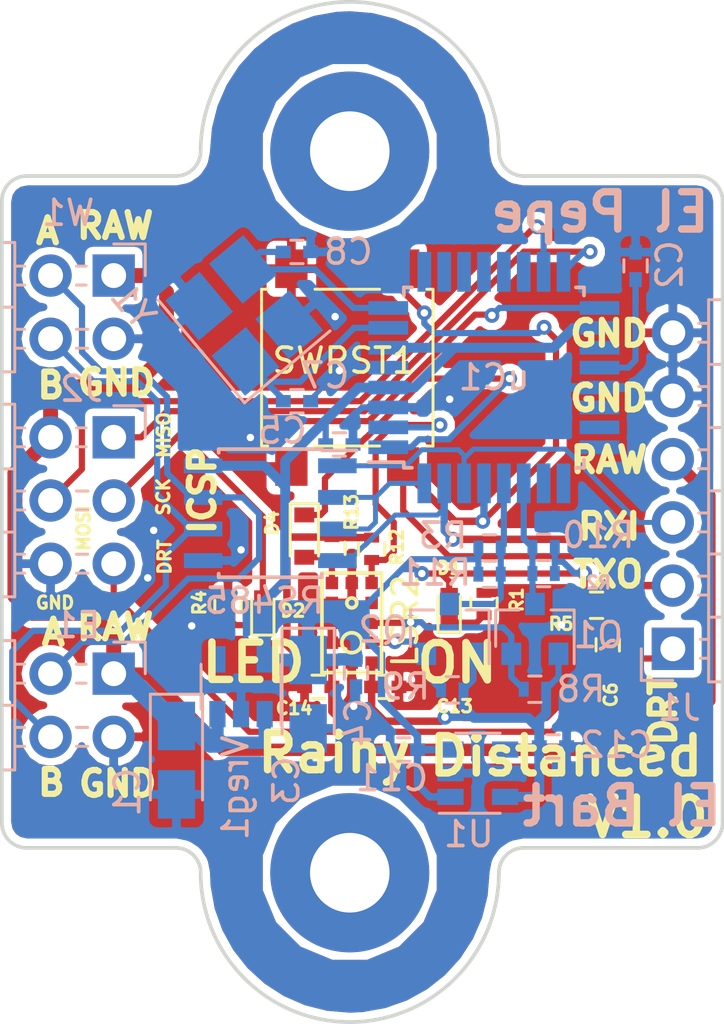
<source format=kicad_pcb>
(kicad_pcb (version 20171130) (host pcbnew "(5.0.2)-1")

  (general
    (thickness 1.6)
    (drawings 47)
    (tracks 344)
    (zones 0)
    (modules 41)
    (nets 27)
  )

  (page A4)
  (layers
    (0 F.Cu signal hide)
    (31 B.Cu signal hide)
    (32 B.Adhes user hide)
    (33 F.Adhes user hide)
    (34 B.Paste user hide)
    (35 F.Paste user hide)
    (36 B.SilkS user hide)
    (37 F.SilkS user)
    (38 B.Mask user hide)
    (39 F.Mask user hide)
    (40 Dwgs.User user hide)
    (41 Cmts.User user hide)
    (42 Eco1.User user hide)
    (43 Eco2.User user hide)
    (44 Edge.Cuts user)
    (45 Margin user hide)
    (46 B.CrtYd user hide)
    (47 F.CrtYd user hide)
    (48 B.Fab user hide)
    (49 F.Fab user hide)
  )

  (setup
    (last_trace_width 0.25)
    (user_trace_width 0.15)
    (user_trace_width 0.2)
    (user_trace_width 0.25)
    (user_trace_width 0.3)
    (user_trace_width 0.4)
    (user_trace_width 0.5)
    (user_trace_width 0.6)
    (user_trace_width 0.8)
    (trace_clearance 0.15)
    (zone_clearance 0.3)
    (zone_45_only no)
    (trace_min 0.15)
    (segment_width 0.2)
    (edge_width 0.15)
    (via_size 0.6)
    (via_drill 0.3)
    (via_min_size 0.5)
    (via_min_drill 0.3)
    (uvia_size 0.3)
    (uvia_drill 0.1)
    (uvias_allowed no)
    (uvia_min_size 0.2)
    (uvia_min_drill 0.1)
    (pcb_text_width 0.3)
    (pcb_text_size 1.5 1.5)
    (mod_edge_width 0.15)
    (mod_text_size 1 1)
    (mod_text_width 0.15)
    (pad_size 1.524 1.524)
    (pad_drill 0.762)
    (pad_to_mask_clearance 0.2)
    (solder_mask_min_width 0.25)
    (aux_axis_origin 0 0)
    (visible_elements 7FFFEBFF)
    (pcbplotparams
      (layerselection 0x010f0_ffffffff)
      (usegerberextensions false)
      (usegerberattributes false)
      (usegerberadvancedattributes false)
      (creategerberjobfile false)
      (excludeedgelayer true)
      (linewidth 0.150000)
      (plotframeref false)
      (viasonmask false)
      (mode 1)
      (useauxorigin false)
      (hpglpennumber 1)
      (hpglpenspeed 20)
      (hpglpendiameter 15.000000)
      (psnegative false)
      (psa4output false)
      (plotreference true)
      (plotvalue true)
      (plotinvisibletext false)
      (padsonsilk false)
      (subtractmaskfromsilk false)
      (outputformat 1)
      (mirror false)
      (drillshape 0)
      (scaleselection 1)
      (outputdirectory "Production/"))
  )

  (net 0 "")
  (net 1 GNDREF)
  (net 2 RAW)
  (net 3 "Net-(C2-Pad2)")
  (net 4 "Net-(C6-Pad1)")
  (net 5 DRT)
  (net 6 "Net-(C7-Pad1)")
  (net 7 "Net-(C8-Pad1)")
  (net 8 "Net-(D1-Pad1)")
  (net 9 D13)
  (net 10 "Net-(D2-Pad1)")
  (net 11 D3)
  (net 12 D4)
  (net 13 A4)
  (net 14 A5)
  (net 15 RXI)
  (net 16 D2)
  (net 17 TXO)
  (net 18 A)
  (net 19 B)
  (net 20 D11)
  (net 21 D12)
  (net 22 +3V3)
  (net 23 +2V8)
  (net 24 2.8_SDA)
  (net 25 2.8_SCL)
  (net 26 "Net-(D4-Pad2)")

  (net_class Default "This is the default net class."
    (clearance 0.15)
    (trace_width 0.25)
    (via_dia 0.6)
    (via_drill 0.3)
    (uvia_dia 0.3)
    (uvia_drill 0.1)
    (add_net +2V8)
    (add_net +3V3)
    (add_net 2.8_SCL)
    (add_net 2.8_SDA)
    (add_net A)
    (add_net A4)
    (add_net A5)
    (add_net B)
    (add_net D11)
    (add_net D12)
    (add_net D13)
    (add_net D2)
    (add_net D3)
    (add_net D4)
    (add_net DRT)
    (add_net GNDREF)
    (add_net "Net-(C2-Pad2)")
    (add_net "Net-(C6-Pad1)")
    (add_net "Net-(C7-Pad1)")
    (add_net "Net-(C8-Pad1)")
    (add_net "Net-(D1-Pad1)")
    (add_net "Net-(D2-Pad1)")
    (add_net "Net-(D4-Pad2)")
    (add_net RAW)
    (add_net RXI)
    (add_net TXO)
  )

  (module VL53L0X:VL53L0X (layer F.Cu) (tedit 5C802B44) (tstamp 5C7EA60B)
    (at 148.08 88.92 180)
    (path /5C251D0C)
    (fp_text reference LSR2 (at -2.15 0.04 270) (layer F.SilkS)
      (effects (font (size 1 1) (thickness 0.15)))
    )
    (fp_text value VL53L0X (at 0 -2.836 180) (layer F.Fab)
      (effects (font (size 1 1) (thickness 0.15)))
    )
    (fp_circle (center 0 0.764) (end 0 0.964) (layer F.SilkS) (width 0.15))
    (fp_circle (center 0 -0.836) (end 0 -0.436) (layer F.SilkS) (width 0.15))
    (fp_line (start 1.2 -2.036) (end -1.2 -2.036) (layer F.SilkS) (width 0.15))
    (fp_line (start -1.2 -2.036) (end -1.2 1.964) (layer F.SilkS) (width 0.15))
    (fp_line (start -1.2 1.964) (end 1.2 1.964) (layer F.SilkS) (width 0.15))
    (fp_line (start 1.2 1.964) (end 1.2 -2.036) (layer F.SilkS) (width 0.15))
    (pad 1 smd rect (at 0.8 -1.636 180) (size 0.5 0.5) (layers F.Cu F.Paste F.Mask)
      (net 23 +2V8))
    (pad 2 smd rect (at 0.8 -0.836 180) (size 0.5 0.5) (layers F.Cu F.Paste F.Mask)
      (net 1 GNDREF))
    (pad 3 smd rect (at 0.8 -0.036 180) (size 0.5 0.5) (layers F.Cu F.Paste F.Mask)
      (net 1 GNDREF))
    (pad 4 smd rect (at 0.8 0.764 180) (size 0.5 0.5) (layers F.Cu F.Paste F.Mask)
      (net 1 GNDREF))
    (pad 5 smd rect (at 0.8 1.564 180) (size 0.5 0.5) (layers F.Cu F.Paste F.Mask)
      (net 26 "Net-(D4-Pad2)"))
    (pad 6 smd rect (at 0 1.564 180) (size 0.5 0.5) (layers F.Cu F.Paste F.Mask)
      (net 1 GNDREF))
    (pad 7 smd rect (at -0.8 1.564 180) (size 0.5 0.5) (layers F.Cu F.Paste F.Mask)
      (net 12 D4))
    (pad 8 smd rect (at -0.8 0.764 180) (size 0.5 0.5) (layers F.Cu F.Paste F.Mask))
    (pad 9 smd rect (at -0.8 -0.036 180) (size 0.5 0.5) (layers F.Cu F.Paste F.Mask)
      (net 24 2.8_SDA))
    (pad 10 smd rect (at -0.8 -0.836 180) (size 0.5 0.5) (layers F.Cu F.Paste F.Mask)
      (net 25 2.8_SCL))
    (pad 11 smd rect (at -0.8 -1.636 180) (size 0.5 0.5) (layers F.Cu F.Paste F.Mask)
      (net 23 +2V8))
    (pad 12 smd rect (at 0 -1.636 180) (size 0.5 0.5) (layers F.Cu F.Paste F.Mask)
      (net 1 GNDREF))
  )

  (module Pin_Headers:Pin_Header_Angled_2x03_Pitch2.54mm (layer B.Cu) (tedit 5C802970) (tstamp 5C25EF78)
    (at 138.5 81.5 180)
    (descr "Through hole angled pin header, 2x03, 2.54mm pitch, 6mm pin length, double rows")
    (tags "Through hole angled pin header THT 2x03 2.54mm double row")
    (path /5BE9960A)
    (fp_text reference J2 (at 1.3 1.95 180) (layer B.SilkS)
      (effects (font (size 1 1) (thickness 0.15)) (justify mirror))
    )
    (fp_text value ICSP (at 5.655 -7.35 180) (layer B.Fab)
      (effects (font (size 1 1) (thickness 0.15)) (justify mirror))
    )
    (fp_line (start 4.675 1.27) (end 6.58 1.27) (layer B.Fab) (width 0.1))
    (fp_line (start 6.58 1.27) (end 6.58 -6.35) (layer B.Fab) (width 0.1))
    (fp_line (start 6.58 -6.35) (end 4.04 -6.35) (layer B.Fab) (width 0.1))
    (fp_line (start 4.04 -6.35) (end 4.04 0.635) (layer B.Fab) (width 0.1))
    (fp_line (start 4.04 0.635) (end 4.675 1.27) (layer B.Fab) (width 0.1))
    (fp_line (start -0.32 0.32) (end 4.04 0.32) (layer B.Fab) (width 0.1))
    (fp_line (start -0.32 0.32) (end -0.32 -0.32) (layer B.Fab) (width 0.1))
    (fp_line (start -0.32 -0.32) (end 4.04 -0.32) (layer B.Fab) (width 0.1))
    (fp_line (start 6.58 0.32) (end 12.58 0.32) (layer B.Fab) (width 0.1))
    (fp_line (start 12.58 0.32) (end 12.58 -0.32) (layer B.Fab) (width 0.1))
    (fp_line (start 6.58 -0.32) (end 12.58 -0.32) (layer B.Fab) (width 0.1))
    (fp_line (start -0.32 -2.22) (end 4.04 -2.22) (layer B.Fab) (width 0.1))
    (fp_line (start -0.32 -2.22) (end -0.32 -2.86) (layer B.Fab) (width 0.1))
    (fp_line (start -0.32 -2.86) (end 4.04 -2.86) (layer B.Fab) (width 0.1))
    (fp_line (start 6.58 -2.22) (end 12.58 -2.22) (layer B.Fab) (width 0.1))
    (fp_line (start 12.58 -2.22) (end 12.58 -2.86) (layer B.Fab) (width 0.1))
    (fp_line (start 6.58 -2.86) (end 12.58 -2.86) (layer B.Fab) (width 0.1))
    (fp_line (start -0.32 -4.76) (end 4.04 -4.76) (layer B.Fab) (width 0.1))
    (fp_line (start -0.32 -4.76) (end -0.32 -5.4) (layer B.Fab) (width 0.1))
    (fp_line (start -0.32 -5.4) (end 4.04 -5.4) (layer B.Fab) (width 0.1))
    (fp_line (start 6.58 -4.76) (end 12.58 -4.76) (layer B.Fab) (width 0.1))
    (fp_line (start 12.58 -4.76) (end 12.58 -5.4) (layer B.Fab) (width 0.1))
    (fp_line (start 6.58 -5.4) (end 12.58 -5.4) (layer B.Fab) (width 0.1))
    (fp_line (start 3.98 1.33) (end 3.98 -6.41) (layer B.SilkS) (width 0.12))
    (fp_line (start 3.98 -6.41) (end 6.64 -6.41) (layer B.SilkS) (width 0.12))
    (fp_line (start 6.64 -6.41) (end 6.64 1.33) (layer B.SilkS) (width 0.12))
    (fp_line (start 6.64 1.33) (end 3.98 1.33) (layer B.SilkS) (width 0.12))
    (fp_line (start 6.64 0.38) (end 12.64 0.38) (layer B.SilkS) (width 0.12))
    (fp_line (start 12.64 0.38) (end 12.64 -0.38) (layer B.SilkS) (width 0.12))
    (fp_line (start 12.64 -0.38) (end 6.64 -0.38) (layer B.SilkS) (width 0.12))
    (fp_line (start 6.64 0.32) (end 12.64 0.32) (layer B.SilkS) (width 0.12))
    (fp_line (start 6.64 0.2) (end 12.64 0.2) (layer B.SilkS) (width 0.12))
    (fp_line (start 6.64 0.08) (end 12.64 0.08) (layer B.SilkS) (width 0.12))
    (fp_line (start 6.64 -0.04) (end 12.64 -0.04) (layer B.SilkS) (width 0.12))
    (fp_line (start 6.64 -0.16) (end 12.64 -0.16) (layer B.SilkS) (width 0.12))
    (fp_line (start 6.64 -0.28) (end 12.64 -0.28) (layer B.SilkS) (width 0.12))
    (fp_line (start 3.582929 0.38) (end 3.98 0.38) (layer B.SilkS) (width 0.12))
    (fp_line (start 3.582929 -0.38) (end 3.98 -0.38) (layer B.SilkS) (width 0.12))
    (fp_line (start 1.11 0.38) (end 1.497071 0.38) (layer B.SilkS) (width 0.12))
    (fp_line (start 1.11 -0.38) (end 1.497071 -0.38) (layer B.SilkS) (width 0.12))
    (fp_line (start 3.98 -1.27) (end 6.64 -1.27) (layer B.SilkS) (width 0.12))
    (fp_line (start 6.64 -2.16) (end 12.64 -2.16) (layer B.SilkS) (width 0.12))
    (fp_line (start 12.64 -2.16) (end 12.64 -2.92) (layer B.SilkS) (width 0.12))
    (fp_line (start 12.64 -2.92) (end 6.64 -2.92) (layer B.SilkS) (width 0.12))
    (fp_line (start 3.582929 -2.16) (end 3.98 -2.16) (layer B.SilkS) (width 0.12))
    (fp_line (start 3.582929 -2.92) (end 3.98 -2.92) (layer B.SilkS) (width 0.12))
    (fp_line (start 1.042929 -2.16) (end 1.497071 -2.16) (layer B.SilkS) (width 0.12))
    (fp_line (start 1.042929 -2.92) (end 1.497071 -2.92) (layer B.SilkS) (width 0.12))
    (fp_line (start 3.98 -3.81) (end 6.64 -3.81) (layer B.SilkS) (width 0.12))
    (fp_line (start 6.64 -4.7) (end 12.64 -4.7) (layer B.SilkS) (width 0.12))
    (fp_line (start 12.64 -4.7) (end 12.64 -5.46) (layer B.SilkS) (width 0.12))
    (fp_line (start 12.64 -5.46) (end 6.64 -5.46) (layer B.SilkS) (width 0.12))
    (fp_line (start 3.582929 -4.7) (end 3.98 -4.7) (layer B.SilkS) (width 0.12))
    (fp_line (start 3.582929 -5.46) (end 3.98 -5.46) (layer B.SilkS) (width 0.12))
    (fp_line (start 1.042929 -4.7) (end 1.497071 -4.7) (layer B.SilkS) (width 0.12))
    (fp_line (start 1.042929 -5.46) (end 1.497071 -5.46) (layer B.SilkS) (width 0.12))
    (fp_line (start -1.27 0) (end -1.27 1.27) (layer B.SilkS) (width 0.12))
    (fp_line (start -1.27 1.27) (end 0 1.27) (layer B.SilkS) (width 0.12))
    (fp_text user %R (at 5.31 -2.54 90) (layer B.Fab)
      (effects (font (size 1 1) (thickness 0.15)) (justify mirror))
    )
    (pad 1 thru_hole rect (at 0 0 180) (size 1.7 1.7) (drill 1) (layers *.Cu *.Mask)
      (net 21 D12))
    (pad 2 thru_hole oval (at 2.54 0 180) (size 1.7 1.7) (drill 1) (layers *.Cu *.Mask)
      (net 2 RAW))
    (pad 3 thru_hole oval (at 0 -2.54 180) (size 1.7 1.7) (drill 1) (layers *.Cu *.Mask)
      (net 9 D13))
    (pad 4 thru_hole oval (at 2.54 -2.54 180) (size 1.7 1.7) (drill 1) (layers *.Cu *.Mask)
      (net 20 D11))
    (pad 5 thru_hole oval (at 0 -5.08 180) (size 1.7 1.7) (drill 1) (layers *.Cu *.Mask)
      (net 5 DRT))
    (pad 6 thru_hole oval (at 2.54 -5.08 180) (size 1.7 1.7) (drill 1) (layers *.Cu *.Mask)
      (net 1 GNDREF))
    (model ${KISYS3DMOD}/Pin_Headers.3dshapes/Pin_Header_Angled_2x03_Pitch2.54mm.wrl
      (at (xyz 0 0 0))
      (scale (xyz 1 1 1))
      (rotate (xyz 0 0 0))
    )
  )

  (module Pin_Headers:Pin_Header_Angled_2x02_Pitch2.54mm (layer B.Cu) (tedit 5C802977) (tstamp 5C251206)
    (at 138.5 91 180)
    (descr "Through hole angled pin header, 2x02, 2.54mm pitch, 6mm pin length, double rows")
    (tags "Through hole angled pin header THT 2x02 2.54mm double row")
    (path /5BE8FC1A)
    (fp_text reference E1 (at 1.47 1.95 180) (layer B.SilkS)
      (effects (font (size 1 1) (thickness 0.15)) (justify mirror))
    )
    (fp_text value Econn (at 5.655 -4.81 180) (layer B.Fab)
      (effects (font (size 1 1) (thickness 0.15)) (justify mirror))
    )
    (fp_line (start 4.675 1.27) (end 6.58 1.27) (layer B.Fab) (width 0.1))
    (fp_line (start 6.58 1.27) (end 6.58 -3.81) (layer B.Fab) (width 0.1))
    (fp_line (start 6.58 -3.81) (end 4.04 -3.81) (layer B.Fab) (width 0.1))
    (fp_line (start 4.04 -3.81) (end 4.04 0.635) (layer B.Fab) (width 0.1))
    (fp_line (start 4.04 0.635) (end 4.675 1.27) (layer B.Fab) (width 0.1))
    (fp_line (start -0.32 0.32) (end 4.04 0.32) (layer B.Fab) (width 0.1))
    (fp_line (start -0.32 0.32) (end -0.32 -0.32) (layer B.Fab) (width 0.1))
    (fp_line (start -0.32 -0.32) (end 4.04 -0.32) (layer B.Fab) (width 0.1))
    (fp_line (start 6.58 0.32) (end 12.58 0.32) (layer B.Fab) (width 0.1))
    (fp_line (start 12.58 0.32) (end 12.58 -0.32) (layer B.Fab) (width 0.1))
    (fp_line (start 6.58 -0.32) (end 12.58 -0.32) (layer B.Fab) (width 0.1))
    (fp_line (start -0.32 -2.22) (end 4.04 -2.22) (layer B.Fab) (width 0.1))
    (fp_line (start -0.32 -2.22) (end -0.32 -2.86) (layer B.Fab) (width 0.1))
    (fp_line (start -0.32 -2.86) (end 4.04 -2.86) (layer B.Fab) (width 0.1))
    (fp_line (start 6.58 -2.22) (end 12.58 -2.22) (layer B.Fab) (width 0.1))
    (fp_line (start 12.58 -2.22) (end 12.58 -2.86) (layer B.Fab) (width 0.1))
    (fp_line (start 6.58 -2.86) (end 12.58 -2.86) (layer B.Fab) (width 0.1))
    (fp_line (start 3.98 1.33) (end 3.98 -3.87) (layer B.SilkS) (width 0.12))
    (fp_line (start 3.98 -3.87) (end 6.64 -3.87) (layer B.SilkS) (width 0.12))
    (fp_line (start 6.64 -3.87) (end 6.64 1.33) (layer B.SilkS) (width 0.12))
    (fp_line (start 6.64 1.33) (end 3.98 1.33) (layer B.SilkS) (width 0.12))
    (fp_line (start 6.64 0.38) (end 12.64 0.38) (layer B.SilkS) (width 0.12))
    (fp_line (start 12.64 0.38) (end 12.64 -0.38) (layer B.SilkS) (width 0.12))
    (fp_line (start 12.64 -0.38) (end 6.64 -0.38) (layer B.SilkS) (width 0.12))
    (fp_line (start 6.64 0.32) (end 12.64 0.32) (layer B.SilkS) (width 0.12))
    (fp_line (start 6.64 0.2) (end 12.64 0.2) (layer B.SilkS) (width 0.12))
    (fp_line (start 6.64 0.08) (end 12.64 0.08) (layer B.SilkS) (width 0.12))
    (fp_line (start 6.64 -0.04) (end 12.64 -0.04) (layer B.SilkS) (width 0.12))
    (fp_line (start 6.64 -0.16) (end 12.64 -0.16) (layer B.SilkS) (width 0.12))
    (fp_line (start 6.64 -0.28) (end 12.64 -0.28) (layer B.SilkS) (width 0.12))
    (fp_line (start 3.582929 0.38) (end 3.98 0.38) (layer B.SilkS) (width 0.12))
    (fp_line (start 3.582929 -0.38) (end 3.98 -0.38) (layer B.SilkS) (width 0.12))
    (fp_line (start 1.11 0.38) (end 1.497071 0.38) (layer B.SilkS) (width 0.12))
    (fp_line (start 1.11 -0.38) (end 1.497071 -0.38) (layer B.SilkS) (width 0.12))
    (fp_line (start 3.98 -1.27) (end 6.64 -1.27) (layer B.SilkS) (width 0.12))
    (fp_line (start 6.64 -2.16) (end 12.64 -2.16) (layer B.SilkS) (width 0.12))
    (fp_line (start 12.64 -2.16) (end 12.64 -2.92) (layer B.SilkS) (width 0.12))
    (fp_line (start 12.64 -2.92) (end 6.64 -2.92) (layer B.SilkS) (width 0.12))
    (fp_line (start 3.582929 -2.16) (end 3.98 -2.16) (layer B.SilkS) (width 0.12))
    (fp_line (start 3.582929 -2.92) (end 3.98 -2.92) (layer B.SilkS) (width 0.12))
    (fp_line (start 1.042929 -2.16) (end 1.497071 -2.16) (layer B.SilkS) (width 0.12))
    (fp_line (start 1.042929 -2.92) (end 1.497071 -2.92) (layer B.SilkS) (width 0.12))
    (fp_line (start -1.27 0) (end -1.27 1.27) (layer B.SilkS) (width 0.12))
    (fp_line (start -1.27 1.27) (end 0 1.27) (layer B.SilkS) (width 0.12))
    (fp_text user %R (at 5.31 -1.27 90) (layer B.Fab)
      (effects (font (size 1 1) (thickness 0.15)) (justify mirror))
    )
    (pad 1 thru_hole rect (at 0 0 180) (size 1.7 1.7) (drill 1) (layers *.Cu *.Mask)
      (net 2 RAW))
    (pad 2 thru_hole oval (at 2.54 0 180) (size 1.7 1.7) (drill 1) (layers *.Cu *.Mask)
      (net 19 B))
    (pad 3 thru_hole oval (at 0 -2.54 180) (size 1.7 1.7) (drill 1) (layers *.Cu *.Mask)
      (net 1 GNDREF))
    (pad 4 thru_hole oval (at 2.54 -2.54 180) (size 1.7 1.7) (drill 1) (layers *.Cu *.Mask)
      (net 18 A))
    (model ${KISYS3DMOD}/Pin_Headers.3dshapes/Pin_Header_Angled_2x02_Pitch2.54mm.wrl
      (at (xyz 0 0 0))
      (scale (xyz 1 1 1))
      (rotate (xyz 0 0 0))
    )
  )

  (module Pin_Headers:Pin_Header_Angled_2x02_Pitch2.54mm (layer B.Cu) (tedit 5C802973) (tstamp 5C25120E)
    (at 138.5 75 180)
    (descr "Through hole angled pin header, 2x02, 2.54mm pitch, 6mm pin length, double rows")
    (tags "Through hole angled pin header THT 2x02 2.54mm double row")
    (path /5BE8FD0C)
    (fp_text reference W1 (at 1.83 2.52 180) (layer B.SilkS)
      (effects (font (size 1 1) (thickness 0.15)) (justify mirror))
    )
    (fp_text value Wconn (at 5.655 -4.81 180) (layer B.Fab)
      (effects (font (size 1 1) (thickness 0.15)) (justify mirror))
    )
    (fp_line (start 4.675 1.27) (end 6.58 1.27) (layer B.Fab) (width 0.1))
    (fp_line (start 6.58 1.27) (end 6.58 -3.81) (layer B.Fab) (width 0.1))
    (fp_line (start 6.58 -3.81) (end 4.04 -3.81) (layer B.Fab) (width 0.1))
    (fp_line (start 4.04 -3.81) (end 4.04 0.635) (layer B.Fab) (width 0.1))
    (fp_line (start 4.04 0.635) (end 4.675 1.27) (layer B.Fab) (width 0.1))
    (fp_line (start -0.32 0.32) (end 4.04 0.32) (layer B.Fab) (width 0.1))
    (fp_line (start -0.32 0.32) (end -0.32 -0.32) (layer B.Fab) (width 0.1))
    (fp_line (start -0.32 -0.32) (end 4.04 -0.32) (layer B.Fab) (width 0.1))
    (fp_line (start 6.58 0.32) (end 12.58 0.32) (layer B.Fab) (width 0.1))
    (fp_line (start 6.58 -0.32) (end 12.58 -0.32) (layer B.Fab) (width 0.1))
    (fp_line (start -0.32 -2.22) (end 4.04 -2.22) (layer B.Fab) (width 0.1))
    (fp_line (start -0.32 -2.22) (end -0.32 -2.86) (layer B.Fab) (width 0.1))
    (fp_line (start -0.32 -2.86) (end 4.04 -2.86) (layer B.Fab) (width 0.1))
    (fp_line (start 6.58 -2.22) (end 12.58 -2.22) (layer B.Fab) (width 0.1))
    (fp_line (start 6.58 -2.86) (end 12.58 -2.86) (layer B.Fab) (width 0.1))
    (fp_line (start 3.98 1.33) (end 3.98 -3.87) (layer B.SilkS) (width 0.12))
    (fp_line (start 3.98 -3.87) (end 6.64 -3.87) (layer B.SilkS) (width 0.12))
    (fp_line (start 6.64 -3.87) (end 6.64 1.33) (layer B.SilkS) (width 0.12))
    (fp_line (start 6.64 1.33) (end 3.98 1.33) (layer B.SilkS) (width 0.12))
    (fp_line (start 6.64 0.38) (end 12.64 0.38) (layer B.SilkS) (width 0.12))
    (fp_line (start 12.64 -0.38) (end 6.64 -0.38) (layer B.SilkS) (width 0.12))
    (fp_line (start 6.64 0.32) (end 12.64 0.32) (layer B.SilkS) (width 0.12))
    (fp_line (start 6.64 0.2) (end 12.64 0.2) (layer B.SilkS) (width 0.12))
    (fp_line (start 6.64 0.08) (end 12.64 0.08) (layer B.SilkS) (width 0.12))
    (fp_line (start 6.64 -0.04) (end 12.64 -0.04) (layer B.SilkS) (width 0.12))
    (fp_line (start 6.64 -0.16) (end 12.64 -0.16) (layer B.SilkS) (width 0.12))
    (fp_line (start 6.64 -0.28) (end 12.64 -0.28) (layer B.SilkS) (width 0.12))
    (fp_line (start 3.582929 0.38) (end 3.98 0.38) (layer B.SilkS) (width 0.12))
    (fp_line (start 3.582929 -0.38) (end 3.98 -0.38) (layer B.SilkS) (width 0.12))
    (fp_line (start 1.11 0.38) (end 1.497071 0.38) (layer B.SilkS) (width 0.12))
    (fp_line (start 1.11 -0.38) (end 1.497071 -0.38) (layer B.SilkS) (width 0.12))
    (fp_line (start 3.98 -1.27) (end 6.64 -1.27) (layer B.SilkS) (width 0.12))
    (fp_line (start 6.64 -2.16) (end 12.64 -2.16) (layer B.SilkS) (width 0.12))
    (fp_line (start 12.64 -2.92) (end 6.64 -2.92) (layer B.SilkS) (width 0.12))
    (fp_line (start 3.582929 -2.16) (end 3.98 -2.16) (layer B.SilkS) (width 0.12))
    (fp_line (start 3.582929 -2.92) (end 3.98 -2.92) (layer B.SilkS) (width 0.12))
    (fp_line (start 1.042929 -2.16) (end 1.497071 -2.16) (layer B.SilkS) (width 0.12))
    (fp_line (start 1.042929 -2.92) (end 1.497071 -2.92) (layer B.SilkS) (width 0.12))
    (fp_line (start -1.27 0) (end -1.27 1.27) (layer B.SilkS) (width 0.12))
    (fp_line (start -1.27 1.27) (end 0 1.27) (layer B.SilkS) (width 0.12))
    (fp_text user %R (at 5.31 -1.27 90) (layer B.Fab)
      (effects (font (size 1 1) (thickness 0.15)) (justify mirror))
    )
    (pad 1 thru_hole rect (at 0 0 180) (size 1.7 1.7) (drill 1) (layers *.Cu *.Mask)
      (net 2 RAW))
    (pad 2 thru_hole oval (at 2.54 0 180) (size 1.7 1.7) (drill 1) (layers *.Cu *.Mask)
      (net 19 B))
    (pad 3 thru_hole oval (at 0 -2.54 180) (size 1.7 1.7) (drill 1) (layers *.Cu *.Mask)
      (net 1 GNDREF))
    (pad 4 thru_hole oval (at 2.54 -2.54 180) (size 1.7 1.7) (drill 1) (layers *.Cu *.Mask)
      (net 18 A))
    (model ${KISYS3DMOD}/Pin_Headers.3dshapes/Pin_Header_Angled_2x02_Pitch2.54mm.wrl
      (at (xyz 0 0 0))
      (scale (xyz 1 1 1))
      (rotate (xyz 0 0 0))
    )
  )

  (module Pin_Headers:Pin_Header_Angled_1x06_Pitch2.54mm (layer B.Cu) (tedit 5C80292D) (tstamp 5C7EC03C)
    (at 161 90)
    (descr "Through hole angled pin header, 1x06, 2.54mm pitch, 6mm pin length, single row")
    (tags "Through hole angled pin header THT 1x06 2.54mm single row")
    (path /5BEA0F66)
    (fp_text reference J1 (at 0.26 2.37) (layer B.SilkS)
      (effects (font (size 1 1) (thickness 0.15)) (justify mirror))
    )
    (fp_text value "FTDI prog" (at 4.385 -14.97) (layer B.Fab)
      (effects (font (size 1 1) (thickness 0.15)) (justify mirror))
    )
    (fp_line (start 2.135 1.27) (end 4.04 1.27) (layer B.Fab) (width 0.1))
    (fp_line (start 4.04 1.27) (end 4.04 -13.97) (layer B.Fab) (width 0.1))
    (fp_line (start 4.04 -13.97) (end 1.5 -13.97) (layer B.Fab) (width 0.1))
    (fp_line (start 1.5 -13.97) (end 1.5 0.635) (layer B.Fab) (width 0.1))
    (fp_line (start 1.5 0.635) (end 2.135 1.27) (layer B.Fab) (width 0.1))
    (fp_line (start -0.32 0.32) (end 1.5 0.32) (layer B.Fab) (width 0.1))
    (fp_line (start -0.32 0.32) (end -0.32 -0.32) (layer B.Fab) (width 0.1))
    (fp_line (start -0.32 -0.32) (end 1.5 -0.32) (layer B.Fab) (width 0.1))
    (fp_line (start 4.04 0.32) (end 10.04 0.32) (layer B.Fab) (width 0.1))
    (fp_line (start 10.04 0.32) (end 10.04 -0.32) (layer B.Fab) (width 0.1))
    (fp_line (start 4.04 -0.32) (end 10.04 -0.32) (layer B.Fab) (width 0.1))
    (fp_line (start -0.32 -2.22) (end 1.5 -2.22) (layer B.Fab) (width 0.1))
    (fp_line (start -0.32 -2.22) (end -0.32 -2.86) (layer B.Fab) (width 0.1))
    (fp_line (start -0.32 -2.86) (end 1.5 -2.86) (layer B.Fab) (width 0.1))
    (fp_line (start 4.04 -2.22) (end 10.04 -2.22) (layer B.Fab) (width 0.1))
    (fp_line (start 10.04 -2.22) (end 10.04 -2.86) (layer B.Fab) (width 0.1))
    (fp_line (start 4.04 -2.86) (end 10.04 -2.86) (layer B.Fab) (width 0.1))
    (fp_line (start -0.32 -4.76) (end 1.5 -4.76) (layer B.Fab) (width 0.1))
    (fp_line (start -0.32 -4.76) (end -0.32 -5.4) (layer B.Fab) (width 0.1))
    (fp_line (start -0.32 -5.4) (end 1.5 -5.4) (layer B.Fab) (width 0.1))
    (fp_line (start 4.04 -4.76) (end 10.04 -4.76) (layer B.Fab) (width 0.1))
    (fp_line (start 10.04 -4.76) (end 10.04 -5.4) (layer B.Fab) (width 0.1))
    (fp_line (start 4.04 -5.4) (end 10.04 -5.4) (layer B.Fab) (width 0.1))
    (fp_line (start -0.32 -7.3) (end 1.5 -7.3) (layer B.Fab) (width 0.1))
    (fp_line (start -0.32 -7.3) (end -0.32 -7.94) (layer B.Fab) (width 0.1))
    (fp_line (start -0.32 -7.94) (end 1.5 -7.94) (layer B.Fab) (width 0.1))
    (fp_line (start 4.04 -7.3) (end 10.04 -7.3) (layer B.Fab) (width 0.1))
    (fp_line (start 10.04 -7.3) (end 10.04 -7.94) (layer B.Fab) (width 0.1))
    (fp_line (start 4.04 -7.94) (end 10.04 -7.94) (layer B.Fab) (width 0.1))
    (fp_line (start -0.32 -9.84) (end 1.5 -9.84) (layer B.Fab) (width 0.1))
    (fp_line (start -0.32 -9.84) (end -0.32 -10.48) (layer B.Fab) (width 0.1))
    (fp_line (start -0.32 -10.48) (end 1.5 -10.48) (layer B.Fab) (width 0.1))
    (fp_line (start 4.04 -9.84) (end 10.04 -9.84) (layer B.Fab) (width 0.1))
    (fp_line (start 10.04 -9.84) (end 10.04 -10.48) (layer B.Fab) (width 0.1))
    (fp_line (start 4.04 -10.48) (end 10.04 -10.48) (layer B.Fab) (width 0.1))
    (fp_line (start -0.32 -12.38) (end 1.5 -12.38) (layer B.Fab) (width 0.1))
    (fp_line (start -0.32 -12.38) (end -0.32 -13.02) (layer B.Fab) (width 0.1))
    (fp_line (start -0.32 -13.02) (end 1.5 -13.02) (layer B.Fab) (width 0.1))
    (fp_line (start 4.04 -12.38) (end 10.04 -12.38) (layer B.Fab) (width 0.1))
    (fp_line (start 10.04 -12.38) (end 10.04 -13.02) (layer B.Fab) (width 0.1))
    (fp_line (start 4.04 -13.02) (end 10.04 -13.02) (layer B.Fab) (width 0.1))
    (fp_line (start 1.44 1.33) (end 1.44 -14.03) (layer B.SilkS) (width 0.12))
    (fp_line (start 1.44 -14.03) (end 4.1 -14.03) (layer B.SilkS) (width 0.12))
    (fp_line (start 4.1 -14.03) (end 4.1 1.33) (layer B.SilkS) (width 0.12))
    (fp_line (start 4.1 1.33) (end 1.44 1.33) (layer B.SilkS) (width 0.12))
    (fp_line (start 4.1 0.38) (end 10.1 0.38) (layer B.SilkS) (width 0.12))
    (fp_line (start 10.1 0.38) (end 10.1 -0.38) (layer B.SilkS) (width 0.12))
    (fp_line (start 10.1 -0.38) (end 4.1 -0.38) (layer B.SilkS) (width 0.12))
    (fp_line (start 4.1 0.32) (end 10.1 0.32) (layer B.SilkS) (width 0.12))
    (fp_line (start 4.1 0.2) (end 10.1 0.2) (layer B.SilkS) (width 0.12))
    (fp_line (start 4.1 0.08) (end 10.1 0.08) (layer B.SilkS) (width 0.12))
    (fp_line (start 4.1 -0.04) (end 10.1 -0.04) (layer B.SilkS) (width 0.12))
    (fp_line (start 4.1 -0.16) (end 10.1 -0.16) (layer B.SilkS) (width 0.12))
    (fp_line (start 4.1 -0.28) (end 10.1 -0.28) (layer B.SilkS) (width 0.12))
    (fp_line (start 1.11 0.38) (end 1.44 0.38) (layer B.SilkS) (width 0.12))
    (fp_line (start 1.11 -0.38) (end 1.44 -0.38) (layer B.SilkS) (width 0.12))
    (fp_line (start 1.44 -1.27) (end 4.1 -1.27) (layer B.SilkS) (width 0.12))
    (fp_line (start 4.1 -2.16) (end 10.1 -2.16) (layer B.SilkS) (width 0.12))
    (fp_line (start 10.1 -2.16) (end 10.1 -2.92) (layer B.SilkS) (width 0.12))
    (fp_line (start 10.1 -2.92) (end 4.1 -2.92) (layer B.SilkS) (width 0.12))
    (fp_line (start 1.042929 -2.16) (end 1.44 -2.16) (layer B.SilkS) (width 0.12))
    (fp_line (start 1.042929 -2.92) (end 1.44 -2.92) (layer B.SilkS) (width 0.12))
    (fp_line (start 1.44 -3.81) (end 4.1 -3.81) (layer B.SilkS) (width 0.12))
    (fp_line (start 4.1 -4.7) (end 10.1 -4.7) (layer B.SilkS) (width 0.12))
    (fp_line (start 10.1 -4.7) (end 10.1 -5.46) (layer B.SilkS) (width 0.12))
    (fp_line (start 10.1 -5.46) (end 4.1 -5.46) (layer B.SilkS) (width 0.12))
    (fp_line (start 1.042929 -4.7) (end 1.44 -4.7) (layer B.SilkS) (width 0.12))
    (fp_line (start 1.042929 -5.46) (end 1.44 -5.46) (layer B.SilkS) (width 0.12))
    (fp_line (start 1.44 -6.35) (end 4.1 -6.35) (layer B.SilkS) (width 0.12))
    (fp_line (start 4.1 -7.24) (end 10.1 -7.24) (layer B.SilkS) (width 0.12))
    (fp_line (start 10.1 -7.24) (end 10.1 -8) (layer B.SilkS) (width 0.12))
    (fp_line (start 10.1 -8) (end 4.1 -8) (layer B.SilkS) (width 0.12))
    (fp_line (start 1.042929 -7.24) (end 1.44 -7.24) (layer B.SilkS) (width 0.12))
    (fp_line (start 1.042929 -8) (end 1.44 -8) (layer B.SilkS) (width 0.12))
    (fp_line (start 1.44 -8.89) (end 4.1 -8.89) (layer B.SilkS) (width 0.12))
    (fp_line (start 4.1 -9.78) (end 10.1 -9.78) (layer B.SilkS) (width 0.12))
    (fp_line (start 10.1 -9.78) (end 10.1 -10.54) (layer B.SilkS) (width 0.12))
    (fp_line (start 10.1 -10.54) (end 4.1 -10.54) (layer B.SilkS) (width 0.12))
    (fp_line (start 1.042929 -9.78) (end 1.44 -9.78) (layer B.SilkS) (width 0.12))
    (fp_line (start 1.042929 -10.54) (end 1.44 -10.54) (layer B.SilkS) (width 0.12))
    (fp_line (start 1.44 -11.43) (end 4.1 -11.43) (layer B.SilkS) (width 0.12))
    (fp_line (start 4.1 -12.32) (end 10.1 -12.32) (layer B.SilkS) (width 0.12))
    (fp_line (start 10.1 -12.32) (end 10.1 -13.08) (layer B.SilkS) (width 0.12))
    (fp_line (start 10.1 -13.08) (end 4.1 -13.08) (layer B.SilkS) (width 0.12))
    (fp_line (start 1.042929 -12.32) (end 1.44 -12.32) (layer B.SilkS) (width 0.12))
    (fp_line (start 1.042929 -13.08) (end 1.44 -13.08) (layer B.SilkS) (width 0.12))
    (fp_line (start -1.27 0) (end -1.27 1.27) (layer B.SilkS) (width 0.12))
    (fp_line (start -1.27 1.27) (end 0 1.27) (layer B.SilkS) (width 0.12))
    (fp_text user %R (at 2.77 -6.35 270) (layer B.Fab)
      (effects (font (size 1 1) (thickness 0.15)) (justify mirror))
    )
    (pad 1 thru_hole rect (at 0 0) (size 1.7 1.7) (drill 1) (layers *.Cu *.Mask)
      (net 5 DRT))
    (pad 2 thru_hole oval (at 0 -2.54) (size 1.7 1.7) (drill 1) (layers *.Cu *.Mask)
      (net 17 TXO))
    (pad 3 thru_hole oval (at 0 -5.08) (size 1.7 1.7) (drill 1) (layers *.Cu *.Mask)
      (net 15 RXI))
    (pad 4 thru_hole oval (at 0 -7.62) (size 1.7 1.7) (drill 1) (layers *.Cu *.Mask)
      (net 2 RAW))
    (pad 5 thru_hole oval (at 0 -10.16) (size 1.7 1.7) (drill 1) (layers *.Cu *.Mask)
      (net 1 GNDREF))
    (pad 6 thru_hole oval (at 0 -12.7) (size 1.7 1.7) (drill 1) (layers *.Cu *.Mask)
      (net 1 GNDREF))
    (model ${KISYS3DMOD}/Pin_Headers.3dshapes/Pin_Header_Angled_1x06_Pitch2.54mm.wrl
      (at (xyz 0 0 0))
      (scale (xyz 1 1 1))
      (rotate (xyz 0 0 0))
    )
  )

  (module Mounting_Holes:MountingHole_3.2mm_M3_Pad (layer F.Cu) (tedit 5C2610F0) (tstamp 5C7EB362)
    (at 148 99)
    (descr "Mounting Hole 3.2mm, M3")
    (tags "mounting hole 3.2mm m3")
    (attr virtual)
    (fp_text reference REF** (at 0 -4.2) (layer F.SilkS) hide
      (effects (font (size 1 1) (thickness 0.15)))
    )
    (fp_text value MountingHole_3.2mm_M3_Pad (at 0 4.2) (layer F.Fab)
      (effects (font (size 1 1) (thickness 0.15)))
    )
    (fp_text user %R (at 0.3 0) (layer F.Fab)
      (effects (font (size 1 1) (thickness 0.15)))
    )
    (fp_circle (center 0 0) (end 3.2 0) (layer Cmts.User) (width 0.15))
    (fp_circle (center 0 0) (end 3.45 0) (layer F.CrtYd) (width 0.05))
    (pad 1 thru_hole circle (at 0 0) (size 6.4 6.4) (drill 3.2) (layers *.Cu *.Mask))
  )

  (module Capacitors_SMD:C_0402 (layer B.Cu) (tedit 5C802C4F) (tstamp 5BE7168A)
    (at 159.5 74.61 270)
    (descr "Capacitor SMD 0402, reflow soldering, AVX (see smccp.pdf)")
    (tags "capacitor 0402")
    (path /5BE6F392)
    (attr smd)
    (fp_text reference C2 (at -0.05 -1.37 270) (layer B.SilkS)
      (effects (font (size 1 1) (thickness 0.15)) (justify mirror))
    )
    (fp_text value 0.1uF (at 0 -1.27 270) (layer B.Fab)
      (effects (font (size 1 1) (thickness 0.15)) (justify mirror))
    )
    (fp_text user %R (at 0 1.27 270) (layer B.Fab)
      (effects (font (size 1 1) (thickness 0.15)) (justify mirror))
    )
    (fp_line (start -0.5 -0.25) (end -0.5 0.25) (layer B.Fab) (width 0.1))
    (fp_line (start 0.5 -0.25) (end -0.5 -0.25) (layer B.Fab) (width 0.1))
    (fp_line (start 0.5 0.25) (end 0.5 -0.25) (layer B.Fab) (width 0.1))
    (fp_line (start -0.5 0.25) (end 0.5 0.25) (layer B.Fab) (width 0.1))
    (fp_line (start 0.25 0.47) (end -0.25 0.47) (layer B.SilkS) (width 0.12))
    (fp_line (start -0.25 -0.47) (end 0.25 -0.47) (layer B.SilkS) (width 0.12))
    (fp_line (start -1 0.4) (end 1 0.4) (layer B.CrtYd) (width 0.05))
    (fp_line (start -1 0.4) (end -1 -0.4) (layer B.CrtYd) (width 0.05))
    (fp_line (start 1 -0.4) (end 1 0.4) (layer B.CrtYd) (width 0.05))
    (fp_line (start 1 -0.4) (end -1 -0.4) (layer B.CrtYd) (width 0.05))
    (pad 1 smd rect (at -0.55 0 270) (size 0.6 0.5) (layers B.Cu B.Paste B.Mask)
      (net 1 GNDREF))
    (pad 2 smd rect (at 0.55 0 270) (size 0.6 0.5) (layers B.Cu B.Paste B.Mask)
      (net 3 "Net-(C2-Pad2)"))
    (model Capacitors_SMD.3dshapes/C_0402.wrl
      (at (xyz 0 0 0))
      (scale (xyz 1 1 1))
      (rotate (xyz 0 0 0))
    )
  )

  (module Capacitors_SMD:C_0402 (layer B.Cu) (tedit 5C80290C) (tstamp 5BE71696)
    (at 148.25 90.975 270)
    (descr "Capacitor SMD 0402, reflow soldering, AVX (see smccp.pdf)")
    (tags "capacitor 0402")
    (path /5BE6EC1A)
    (attr smd)
    (fp_text reference C4 (at 1.985 -0.09 270) (layer B.SilkS)
      (effects (font (size 1 1) (thickness 0.15)) (justify mirror))
    )
    (fp_text value 0.1uF (at 0 -2.286 270) (layer B.Fab)
      (effects (font (size 1 1) (thickness 0.15)) (justify mirror))
    )
    (fp_text user %R (at 0 -1.27 270) (layer B.Fab)
      (effects (font (size 1 1) (thickness 0.15)) (justify mirror))
    )
    (fp_line (start -0.5 -0.25) (end -0.5 0.25) (layer B.Fab) (width 0.1))
    (fp_line (start 0.5 -0.25) (end -0.5 -0.25) (layer B.Fab) (width 0.1))
    (fp_line (start 0.5 0.25) (end 0.5 -0.25) (layer B.Fab) (width 0.1))
    (fp_line (start -0.5 0.25) (end 0.5 0.25) (layer B.Fab) (width 0.1))
    (fp_line (start 0.25 0.47) (end -0.25 0.47) (layer B.SilkS) (width 0.12))
    (fp_line (start -0.25 -0.47) (end 0.25 -0.47) (layer B.SilkS) (width 0.12))
    (fp_line (start -1 0.4) (end 1 0.4) (layer B.CrtYd) (width 0.05))
    (fp_line (start -1 0.4) (end -1 -0.4) (layer B.CrtYd) (width 0.05))
    (fp_line (start 1 -0.4) (end 1 0.4) (layer B.CrtYd) (width 0.05))
    (fp_line (start 1 -0.4) (end -1 -0.4) (layer B.CrtYd) (width 0.05))
    (pad 1 smd rect (at -0.55 0 270) (size 0.6 0.5) (layers B.Cu B.Paste B.Mask)
      (net 22 +3V3))
    (pad 2 smd rect (at 0.55 0 270) (size 0.6 0.5) (layers B.Cu B.Paste B.Mask)
      (net 1 GNDREF))
    (model Capacitors_SMD.3dshapes/C_0402.wrl
      (at (xyz 0 0 0))
      (scale (xyz 1 1 1))
      (rotate (xyz 0 0 0))
    )
  )

  (module Capacitors_SMD:C_0402 (layer B.Cu) (tedit 5C80298E) (tstamp 5C7EBE16)
    (at 147.58 81.79)
    (descr "Capacitor SMD 0402, reflow soldering, AVX (see smccp.pdf)")
    (tags "capacitor 0402")
    (path /5BE6F947)
    (attr smd)
    (fp_text reference C5 (at -2.29 -0.55) (layer B.SilkS)
      (effects (font (size 1 1) (thickness 0.15)) (justify mirror))
    )
    (fp_text value 0.1uF (at 0 -1.27) (layer B.Fab)
      (effects (font (size 1 1) (thickness 0.15)) (justify mirror))
    )
    (fp_text user %R (at 0 1.27) (layer B.Fab)
      (effects (font (size 1 1) (thickness 0.15)) (justify mirror))
    )
    (fp_line (start -0.5 -0.25) (end -0.5 0.25) (layer B.Fab) (width 0.1))
    (fp_line (start 0.5 -0.25) (end -0.5 -0.25) (layer B.Fab) (width 0.1))
    (fp_line (start 0.5 0.25) (end 0.5 -0.25) (layer B.Fab) (width 0.1))
    (fp_line (start -0.5 0.25) (end 0.5 0.25) (layer B.Fab) (width 0.1))
    (fp_line (start 0.25 0.47) (end -0.25 0.47) (layer B.SilkS) (width 0.12))
    (fp_line (start -0.25 -0.47) (end 0.25 -0.47) (layer B.SilkS) (width 0.12))
    (fp_line (start -1 0.4) (end 1 0.4) (layer B.CrtYd) (width 0.05))
    (fp_line (start -1 0.4) (end -1 -0.4) (layer B.CrtYd) (width 0.05))
    (fp_line (start 1 -0.4) (end 1 0.4) (layer B.CrtYd) (width 0.05))
    (fp_line (start 1 -0.4) (end -1 -0.4) (layer B.CrtYd) (width 0.05))
    (pad 1 smd rect (at -0.55 0) (size 0.6 0.5) (layers B.Cu B.Paste B.Mask)
      (net 22 +3V3))
    (pad 2 smd rect (at 0.55 0) (size 0.6 0.5) (layers B.Cu B.Paste B.Mask)
      (net 1 GNDREF))
    (model Capacitors_SMD.3dshapes/C_0402.wrl
      (at (xyz 0 0 0))
      (scale (xyz 1 1 1))
      (rotate (xyz 0 0 0))
    )
  )

  (module Capacitors_SMD:C_0402 (layer F.Cu) (tedit 5C802AD0) (tstamp 5BE716A2)
    (at 158.38 89.84 270)
    (descr "Capacitor SMD 0402, reflow soldering, AVX (see smccp.pdf)")
    (tags "capacitor 0402")
    (path /5BE70A51)
    (attr smd)
    (fp_text reference C6 (at 2.01 -0.12 270) (layer F.SilkS)
      (effects (font (size 0.5 0.5) (thickness 0.125)))
    )
    (fp_text value 0.1uF (at 0 1.27 270) (layer F.Fab)
      (effects (font (size 1 1) (thickness 0.15)))
    )
    (fp_text user %R (at 0 -1.27 270) (layer F.Fab)
      (effects (font (size 1 1) (thickness 0.15)))
    )
    (fp_line (start -0.5 0.25) (end -0.5 -0.25) (layer F.Fab) (width 0.1))
    (fp_line (start 0.5 0.25) (end -0.5 0.25) (layer F.Fab) (width 0.1))
    (fp_line (start 0.5 -0.25) (end 0.5 0.25) (layer F.Fab) (width 0.1))
    (fp_line (start -0.5 -0.25) (end 0.5 -0.25) (layer F.Fab) (width 0.1))
    (fp_line (start 0.25 -0.47) (end -0.25 -0.47) (layer F.SilkS) (width 0.12))
    (fp_line (start -0.25 0.47) (end 0.25 0.47) (layer F.SilkS) (width 0.12))
    (fp_line (start -1 -0.4) (end 1 -0.4) (layer F.CrtYd) (width 0.05))
    (fp_line (start -1 -0.4) (end -1 0.4) (layer F.CrtYd) (width 0.05))
    (fp_line (start 1 0.4) (end 1 -0.4) (layer F.CrtYd) (width 0.05))
    (fp_line (start 1 0.4) (end -1 0.4) (layer F.CrtYd) (width 0.05))
    (pad 1 smd rect (at -0.55 0 270) (size 0.6 0.5) (layers F.Cu F.Paste F.Mask)
      (net 4 "Net-(C6-Pad1)"))
    (pad 2 smd rect (at 0.55 0 270) (size 0.6 0.5) (layers F.Cu F.Paste F.Mask)
      (net 5 DRT))
    (model Capacitors_SMD.3dshapes/C_0402.wrl
      (at (xyz 0 0 0))
      (scale (xyz 1 1 1))
      (rotate (xyz 0 0 0))
    )
  )

  (module Capacitors_SMD:C_0402 (layer B.Cu) (tedit 5C80298B) (tstamp 5BE716A8)
    (at 145.875 80.05)
    (descr "Capacitor SMD 0402, reflow soldering, AVX (see smccp.pdf)")
    (tags "capacitor 0402")
    (path /5BE7154C)
    (attr smd)
    (fp_text reference C7 (at 1.125 -1.03) (layer B.SilkS)
      (effects (font (size 1 1) (thickness 0.15)) (justify mirror))
    )
    (fp_text value 22nF (at 0 -1.27) (layer B.Fab)
      (effects (font (size 1 1) (thickness 0.15)) (justify mirror))
    )
    (fp_text user %R (at 0 1.27) (layer B.Fab)
      (effects (font (size 1 1) (thickness 0.15)) (justify mirror))
    )
    (fp_line (start -0.5 -0.25) (end -0.5 0.25) (layer B.Fab) (width 0.1))
    (fp_line (start 0.5 -0.25) (end -0.5 -0.25) (layer B.Fab) (width 0.1))
    (fp_line (start 0.5 0.25) (end 0.5 -0.25) (layer B.Fab) (width 0.1))
    (fp_line (start -0.5 0.25) (end 0.5 0.25) (layer B.Fab) (width 0.1))
    (fp_line (start 0.25 0.47) (end -0.25 0.47) (layer B.SilkS) (width 0.12))
    (fp_line (start -0.25 -0.47) (end 0.25 -0.47) (layer B.SilkS) (width 0.12))
    (fp_line (start -1 0.4) (end 1 0.4) (layer B.CrtYd) (width 0.05))
    (fp_line (start -1 0.4) (end -1 -0.4) (layer B.CrtYd) (width 0.05))
    (fp_line (start 1 -0.4) (end 1 0.4) (layer B.CrtYd) (width 0.05))
    (fp_line (start 1 -0.4) (end -1 -0.4) (layer B.CrtYd) (width 0.05))
    (pad 1 smd rect (at -0.55 0) (size 0.6 0.5) (layers B.Cu B.Paste B.Mask)
      (net 6 "Net-(C7-Pad1)"))
    (pad 2 smd rect (at 0.55 0) (size 0.6 0.5) (layers B.Cu B.Paste B.Mask)
      (net 1 GNDREF))
    (model Capacitors_SMD.3dshapes/C_0402.wrl
      (at (xyz 0 0 0))
      (scale (xyz 1 1 1))
      (rotate (xyz 0 0 0))
    )
  )

  (module Capacitors_SMD:C_0402 (layer B.Cu) (tedit 58AA841A) (tstamp 5BE716AE)
    (at 145.875 74.05)
    (descr "Capacitor SMD 0402, reflow soldering, AVX (see smccp.pdf)")
    (tags "capacitor 0402")
    (path /5BE71604)
    (attr smd)
    (fp_text reference C8 (at 2.07 -0.01) (layer B.SilkS)
      (effects (font (size 1 1) (thickness 0.15)) (justify mirror))
    )
    (fp_text value 22nF (at 0 -1.27) (layer B.Fab)
      (effects (font (size 1 1) (thickness 0.15)) (justify mirror))
    )
    (fp_text user %R (at 0 1.27) (layer B.Fab)
      (effects (font (size 1 1) (thickness 0.15)) (justify mirror))
    )
    (fp_line (start -0.5 -0.25) (end -0.5 0.25) (layer B.Fab) (width 0.1))
    (fp_line (start 0.5 -0.25) (end -0.5 -0.25) (layer B.Fab) (width 0.1))
    (fp_line (start 0.5 0.25) (end 0.5 -0.25) (layer B.Fab) (width 0.1))
    (fp_line (start -0.5 0.25) (end 0.5 0.25) (layer B.Fab) (width 0.1))
    (fp_line (start 0.25 0.47) (end -0.25 0.47) (layer B.SilkS) (width 0.12))
    (fp_line (start -0.25 -0.47) (end 0.25 -0.47) (layer B.SilkS) (width 0.12))
    (fp_line (start -1 0.4) (end 1 0.4) (layer B.CrtYd) (width 0.05))
    (fp_line (start -1 0.4) (end -1 -0.4) (layer B.CrtYd) (width 0.05))
    (fp_line (start 1 -0.4) (end 1 0.4) (layer B.CrtYd) (width 0.05))
    (fp_line (start 1 -0.4) (end -1 -0.4) (layer B.CrtYd) (width 0.05))
    (pad 1 smd rect (at -0.55 0) (size 0.6 0.5) (layers B.Cu B.Paste B.Mask)
      (net 7 "Net-(C8-Pad1)"))
    (pad 2 smd rect (at 0.55 0) (size 0.6 0.5) (layers B.Cu B.Paste B.Mask)
      (net 1 GNDREF))
    (model Capacitors_SMD.3dshapes/C_0402.wrl
      (at (xyz 0 0 0))
      (scale (xyz 1 1 1))
      (rotate (xyz 0 0 0))
    )
  )

  (module Resistors_SMD:R_0402 (layer F.Cu) (tedit 5C802A91) (tstamp 5BE716E3)
    (at 153.4 88.2 90)
    (descr "Resistor SMD 0402, reflow soldering, Vishay (see dcrcw.pdf)")
    (tags "resistor 0402")
    (path /5BE6EAC8)
    (attr smd)
    (fp_text reference R1 (at 0.17 1.32 90) (layer F.SilkS)
      (effects (font (size 0.5 0.5) (thickness 0.125)))
    )
    (fp_text value 10K (at 0 1.45 90) (layer F.Fab)
      (effects (font (size 1 1) (thickness 0.15)))
    )
    (fp_text user %R (at 0.762 -1.27 90) (layer F.Fab)
      (effects (font (size 1 1) (thickness 0.15)))
    )
    (fp_line (start -0.5 0.25) (end -0.5 -0.25) (layer F.Fab) (width 0.1))
    (fp_line (start 0.5 0.25) (end -0.5 0.25) (layer F.Fab) (width 0.1))
    (fp_line (start 0.5 -0.25) (end 0.5 0.25) (layer F.Fab) (width 0.1))
    (fp_line (start -0.5 -0.25) (end 0.5 -0.25) (layer F.Fab) (width 0.1))
    (fp_line (start 0.25 -0.53) (end -0.25 -0.53) (layer F.SilkS) (width 0.12))
    (fp_line (start -0.25 0.53) (end 0.25 0.53) (layer F.SilkS) (width 0.12))
    (fp_line (start -0.8 -0.45) (end 0.8 -0.45) (layer F.CrtYd) (width 0.05))
    (fp_line (start -0.8 -0.45) (end -0.8 0.45) (layer F.CrtYd) (width 0.05))
    (fp_line (start 0.8 0.45) (end 0.8 -0.45) (layer F.CrtYd) (width 0.05))
    (fp_line (start 0.8 0.45) (end -0.8 0.45) (layer F.CrtYd) (width 0.05))
    (pad 1 smd rect (at -0.45 0 90) (size 0.4 0.6) (layers F.Cu F.Paste F.Mask)
      (net 8 "Net-(D1-Pad1)"))
    (pad 2 smd rect (at 0.45 0 90) (size 0.4 0.6) (layers F.Cu F.Paste F.Mask)
      (net 1 GNDREF))
    (model ${KISYS3DMOD}/Resistors_SMD.3dshapes/R_0402.wrl
      (at (xyz 0 0 0))
      (scale (xyz 1 1 1))
      (rotate (xyz 0 0 0))
    )
  )

  (module Resistors_SMD:R_0402 (layer B.Cu) (tedit 5C802AE2) (tstamp 5BE716E9)
    (at 155.8 86.975 180)
    (descr "Resistor SMD 0402, reflow soldering, Vishay (see dcrcw.pdf)")
    (tags "resistor 0402")
    (path /5BE7325D)
    (attr smd)
    (fp_text reference R2 (at -2.21 -0.365) (layer B.SilkS)
      (effects (font (size 0.5 0.5) (thickness 0.125)) (justify mirror))
    )
    (fp_text value 10K (at 0 -1.45 180) (layer B.Fab)
      (effects (font (size 1 1) (thickness 0.15)) (justify mirror))
    )
    (fp_text user %R (at 0 1.35 180) (layer B.Fab)
      (effects (font (size 1 1) (thickness 0.15)) (justify mirror))
    )
    (fp_line (start -0.5 -0.25) (end -0.5 0.25) (layer B.Fab) (width 0.1))
    (fp_line (start 0.5 -0.25) (end -0.5 -0.25) (layer B.Fab) (width 0.1))
    (fp_line (start 0.5 0.25) (end 0.5 -0.25) (layer B.Fab) (width 0.1))
    (fp_line (start -0.5 0.25) (end 0.5 0.25) (layer B.Fab) (width 0.1))
    (fp_line (start 0.25 0.53) (end -0.25 0.53) (layer B.SilkS) (width 0.12))
    (fp_line (start -0.25 -0.53) (end 0.25 -0.53) (layer B.SilkS) (width 0.12))
    (fp_line (start -0.8 0.45) (end 0.8 0.45) (layer B.CrtYd) (width 0.05))
    (fp_line (start -0.8 0.45) (end -0.8 -0.45) (layer B.CrtYd) (width 0.05))
    (fp_line (start 0.8 -0.45) (end 0.8 0.45) (layer B.CrtYd) (width 0.05))
    (fp_line (start 0.8 -0.45) (end -0.8 -0.45) (layer B.CrtYd) (width 0.05))
    (pad 1 smd rect (at -0.45 0 180) (size 0.4 0.6) (layers B.Cu B.Paste B.Mask)
      (net 22 +3V3))
    (pad 2 smd rect (at 0.45 0 180) (size 0.4 0.6) (layers B.Cu B.Paste B.Mask)
      (net 13 A4))
    (model ${KISYS3DMOD}/Resistors_SMD.3dshapes/R_0402.wrl
      (at (xyz 0 0 0))
      (scale (xyz 1 1 1))
      (rotate (xyz 0 0 0))
    )
  )

  (module Resistors_SMD:R_0402 (layer B.Cu) (tedit 5C8028E1) (tstamp 5C7EABB8)
    (at 153.625 85.95)
    (descr "Resistor SMD 0402, reflow soldering, Vishay (see dcrcw.pdf)")
    (tags "resistor 0402")
    (path /5BE732C5)
    (attr smd)
    (fp_text reference R3 (at -1.875 -0.5 -180) (layer B.SilkS)
      (effects (font (size 1 1) (thickness 0.15)) (justify mirror))
    )
    (fp_text value 10K (at 0 -1.45) (layer B.Fab)
      (effects (font (size 1 1) (thickness 0.15)) (justify mirror))
    )
    (fp_text user %R (at 0 1.35) (layer B.Fab)
      (effects (font (size 1 1) (thickness 0.15)) (justify mirror))
    )
    (fp_line (start -0.5 -0.25) (end -0.5 0.25) (layer B.Fab) (width 0.1))
    (fp_line (start 0.5 -0.25) (end -0.5 -0.25) (layer B.Fab) (width 0.1))
    (fp_line (start 0.5 0.25) (end 0.5 -0.25) (layer B.Fab) (width 0.1))
    (fp_line (start -0.5 0.25) (end 0.5 0.25) (layer B.Fab) (width 0.1))
    (fp_line (start 0.25 0.53) (end -0.25 0.53) (layer B.SilkS) (width 0.12))
    (fp_line (start -0.25 -0.53) (end 0.25 -0.53) (layer B.SilkS) (width 0.12))
    (fp_line (start -0.8 0.45) (end 0.8 0.45) (layer B.CrtYd) (width 0.05))
    (fp_line (start -0.8 0.45) (end -0.8 -0.45) (layer B.CrtYd) (width 0.05))
    (fp_line (start 0.8 -0.45) (end 0.8 0.45) (layer B.CrtYd) (width 0.05))
    (fp_line (start 0.8 -0.45) (end -0.8 -0.45) (layer B.CrtYd) (width 0.05))
    (pad 1 smd rect (at -0.45 0) (size 0.4 0.6) (layers B.Cu B.Paste B.Mask)
      (net 22 +3V3))
    (pad 2 smd rect (at 0.45 0) (size 0.4 0.6) (layers B.Cu B.Paste B.Mask)
      (net 14 A5))
    (model ${KISYS3DMOD}/Resistors_SMD.3dshapes/R_0402.wrl
      (at (xyz 0 0 0))
      (scale (xyz 1 1 1))
      (rotate (xyz 0 0 0))
    )
  )

  (module Resistors_SMD:R_0402 (layer F.Cu) (tedit 5C802A88) (tstamp 5BE716F5)
    (at 143.1 88.3 270)
    (descr "Resistor SMD 0402, reflow soldering, Vishay (see dcrcw.pdf)")
    (tags "resistor 0402")
    (path /5BE766FF)
    (attr smd)
    (fp_text reference R4 (at -0.15 1.15 270) (layer F.SilkS)
      (effects (font (size 0.5 0.5) (thickness 0.125)))
    )
    (fp_text value 330 (at 0 1.45 270) (layer F.Fab)
      (effects (font (size 0.5 0.5) (thickness 0.125)))
    )
    (fp_text user %R (at -0.508 -1.27 270) (layer F.Fab)
      (effects (font (size 1 1) (thickness 0.15)))
    )
    (fp_line (start -0.5 0.25) (end -0.5 -0.25) (layer F.Fab) (width 0.1))
    (fp_line (start 0.5 0.25) (end -0.5 0.25) (layer F.Fab) (width 0.1))
    (fp_line (start 0.5 -0.25) (end 0.5 0.25) (layer F.Fab) (width 0.1))
    (fp_line (start -0.5 -0.25) (end 0.5 -0.25) (layer F.Fab) (width 0.1))
    (fp_line (start 0.25 -0.53) (end -0.25 -0.53) (layer F.SilkS) (width 0.12))
    (fp_line (start -0.25 0.53) (end 0.25 0.53) (layer F.SilkS) (width 0.12))
    (fp_line (start -0.8 -0.45) (end 0.8 -0.45) (layer F.CrtYd) (width 0.05))
    (fp_line (start -0.8 -0.45) (end -0.8 0.45) (layer F.CrtYd) (width 0.05))
    (fp_line (start 0.8 0.45) (end 0.8 -0.45) (layer F.CrtYd) (width 0.05))
    (fp_line (start 0.8 0.45) (end -0.8 0.45) (layer F.CrtYd) (width 0.05))
    (pad 1 smd rect (at -0.45 0 270) (size 0.4 0.6) (layers F.Cu F.Paste F.Mask)
      (net 1 GNDREF))
    (pad 2 smd rect (at 0.45 0 270) (size 0.4 0.6) (layers F.Cu F.Paste F.Mask)
      (net 10 "Net-(D2-Pad1)"))
    (model ${KISYS3DMOD}/Resistors_SMD.3dshapes/R_0402.wrl
      (at (xyz 0 0 0))
      (scale (xyz 1 1 1))
      (rotate (xyz 0 0 0))
    )
  )

  (module Resistors_SMD:R_0402 (layer F.Cu) (tedit 5C802AF0) (tstamp 5BE716FB)
    (at 157.93 88.25)
    (descr "Resistor SMD 0402, reflow soldering, Vishay (see dcrcw.pdf)")
    (tags "resistor 0402")
    (path /5BE70E42)
    (attr smd)
    (fp_text reference R5 (at -1.43 0.75) (layer F.SilkS)
      (effects (font (size 0.5 0.5) (thickness 0.125)))
    )
    (fp_text value 10K (at 0 1.45) (layer F.Fab)
      (effects (font (size 1 1) (thickness 0.15)))
    )
    (fp_text user %R (at 0 -1.35) (layer F.Fab)
      (effects (font (size 1 1) (thickness 0.15)))
    )
    (fp_line (start -0.5 0.25) (end -0.5 -0.25) (layer F.Fab) (width 0.1))
    (fp_line (start 0.5 0.25) (end -0.5 0.25) (layer F.Fab) (width 0.1))
    (fp_line (start 0.5 -0.25) (end 0.5 0.25) (layer F.Fab) (width 0.1))
    (fp_line (start -0.5 -0.25) (end 0.5 -0.25) (layer F.Fab) (width 0.1))
    (fp_line (start 0.25 -0.53) (end -0.25 -0.53) (layer F.SilkS) (width 0.12))
    (fp_line (start -0.25 0.53) (end 0.25 0.53) (layer F.SilkS) (width 0.12))
    (fp_line (start -0.8 -0.45) (end 0.8 -0.45) (layer F.CrtYd) (width 0.05))
    (fp_line (start -0.8 -0.45) (end -0.8 0.45) (layer F.CrtYd) (width 0.05))
    (fp_line (start 0.8 0.45) (end 0.8 -0.45) (layer F.CrtYd) (width 0.05))
    (fp_line (start 0.8 0.45) (end -0.8 0.45) (layer F.CrtYd) (width 0.05))
    (pad 1 smd rect (at -0.45 0) (size 0.4 0.6) (layers F.Cu F.Paste F.Mask)
      (net 22 +3V3))
    (pad 2 smd rect (at 0.45 0) (size 0.4 0.6) (layers F.Cu F.Paste F.Mask)
      (net 4 "Net-(C6-Pad1)"))
    (model ${KISYS3DMOD}/Resistors_SMD.3dshapes/R_0402.wrl
      (at (xyz 0 0 0))
      (scale (xyz 1 1 1))
      (rotate (xyz 0 0 0))
    )
  )

  (module Housings_SOIC:SOIC-8_3.9x4.9mm_Pitch1.27mm (layer B.Cu) (tedit 5C80291C) (tstamp 5BE71713)
    (at 144.8 84.55 180)
    (descr "8-Lead Plastic Small Outline (SN) - Narrow, 3.90 mm Body [SOIC] (see Microchip Packaging Specification 00000049BS.pdf)")
    (tags "SOIC 1.27")
    (path /5BE71888)
    (attr smd)
    (fp_text reference RS485 (at 0.24 -3.52 180) (layer B.SilkS)
      (effects (font (size 1 1) (thickness 0.15)) (justify mirror))
    )
    (fp_text value SP3485CN (at 0 -3.5 180) (layer B.Fab)
      (effects (font (size 1 1) (thickness 0.15)) (justify mirror))
    )
    (fp_text user %R (at 0 0 180) (layer B.Fab)
      (effects (font (size 1 1) (thickness 0.15)) (justify mirror))
    )
    (fp_line (start -0.95 2.45) (end 1.95 2.45) (layer B.Fab) (width 0.1))
    (fp_line (start 1.95 2.45) (end 1.95 -2.45) (layer B.Fab) (width 0.1))
    (fp_line (start 1.95 -2.45) (end -1.95 -2.45) (layer B.Fab) (width 0.1))
    (fp_line (start -1.95 -2.45) (end -1.95 1.45) (layer B.Fab) (width 0.1))
    (fp_line (start -1.95 1.45) (end -0.95 2.45) (layer B.Fab) (width 0.1))
    (fp_line (start -3.73 2.7) (end -3.73 -2.7) (layer B.CrtYd) (width 0.05))
    (fp_line (start 3.73 2.7) (end 3.73 -2.7) (layer B.CrtYd) (width 0.05))
    (fp_line (start -3.73 2.7) (end 3.73 2.7) (layer B.CrtYd) (width 0.05))
    (fp_line (start -3.73 -2.7) (end 3.73 -2.7) (layer B.CrtYd) (width 0.05))
    (fp_line (start -2.075 2.575) (end -2.075 2.525) (layer B.SilkS) (width 0.15))
    (fp_line (start 2.075 2.575) (end 2.075 2.43) (layer B.SilkS) (width 0.15))
    (fp_line (start 2.075 -2.575) (end 2.075 -2.43) (layer B.SilkS) (width 0.15))
    (fp_line (start -2.075 -2.575) (end -2.075 -2.43) (layer B.SilkS) (width 0.15))
    (fp_line (start -2.075 2.575) (end 2.075 2.575) (layer B.SilkS) (width 0.15))
    (fp_line (start -2.075 -2.575) (end 2.075 -2.575) (layer B.SilkS) (width 0.15))
    (fp_line (start -2.075 2.525) (end -3.475 2.525) (layer B.SilkS) (width 0.15))
    (pad 1 smd rect (at -2.7 1.905 180) (size 1.55 0.6) (layers B.Cu B.Paste B.Mask)
      (net 15 RXI))
    (pad 2 smd rect (at -2.7 0.635 180) (size 1.55 0.6) (layers B.Cu B.Paste B.Mask)
      (net 16 D2))
    (pad 3 smd rect (at -2.7 -0.635 180) (size 1.55 0.6) (layers B.Cu B.Paste B.Mask)
      (net 16 D2))
    (pad 4 smd rect (at -2.7 -1.905 180) (size 1.55 0.6) (layers B.Cu B.Paste B.Mask)
      (net 17 TXO))
    (pad 5 smd rect (at 2.7 -1.905 180) (size 1.55 0.6) (layers B.Cu B.Paste B.Mask)
      (net 1 GNDREF))
    (pad 6 smd rect (at 2.7 -0.635 180) (size 1.55 0.6) (layers B.Cu B.Paste B.Mask)
      (net 18 A))
    (pad 7 smd rect (at 2.7 0.635 180) (size 1.55 0.6) (layers B.Cu B.Paste B.Mask)
      (net 19 B))
    (pad 8 smd rect (at 2.7 1.905 180) (size 1.55 0.6) (layers B.Cu B.Paste B.Mask)
      (net 22 +3V3))
    (model ${KISYS3DMOD}/Housings_SOIC.3dshapes/SOIC-8_3.9x4.9mm_Pitch1.27mm.wrl
      (at (xyz 0 0 0))
      (scale (xyz 1 1 1))
      (rotate (xyz 0 0 0))
    )
  )

  (module Housings_QFP:TQFP-32_7x7mm_Pitch0.8mm (layer B.Cu) (tedit 58CC9A48) (tstamp 5BE7173F)
    (at 153.8 79.1)
    (descr "32-Lead Plastic Thin Quad Flatpack (PT) - 7x7x1.0 mm Body, 2.00 mm [TQFP] (see Microchip Packaging Specification 00000049BS.pdf)")
    (tags "QFP 0.8")
    (path /5BE6DF72)
    (attr smd)
    (fp_text reference uC1 (at 0.01 -0.01) (layer B.SilkS)
      (effects (font (size 1 1) (thickness 0.15)) (justify mirror))
    )
    (fp_text value ATMEGA328P-AU (at 0 -6.05) (layer B.Fab)
      (effects (font (size 1 1) (thickness 0.15)) (justify mirror))
    )
    (fp_text user %R (at 0 0) (layer B.Fab)
      (effects (font (size 1 1) (thickness 0.15)) (justify mirror))
    )
    (fp_line (start -2.5 3.5) (end 3.5 3.5) (layer B.Fab) (width 0.15))
    (fp_line (start 3.5 3.5) (end 3.5 -3.5) (layer B.Fab) (width 0.15))
    (fp_line (start 3.5 -3.5) (end -3.5 -3.5) (layer B.Fab) (width 0.15))
    (fp_line (start -3.5 -3.5) (end -3.5 2.5) (layer B.Fab) (width 0.15))
    (fp_line (start -3.5 2.5) (end -2.5 3.5) (layer B.Fab) (width 0.15))
    (fp_line (start -5.3 5.3) (end -5.3 -5.3) (layer B.CrtYd) (width 0.05))
    (fp_line (start 5.3 5.3) (end 5.3 -5.3) (layer B.CrtYd) (width 0.05))
    (fp_line (start -5.3 5.3) (end 5.3 5.3) (layer B.CrtYd) (width 0.05))
    (fp_line (start -5.3 -5.3) (end 5.3 -5.3) (layer B.CrtYd) (width 0.05))
    (fp_line (start -3.625 3.625) (end -3.625 3.4) (layer B.SilkS) (width 0.15))
    (fp_line (start 3.625 3.625) (end 3.625 3.3) (layer B.SilkS) (width 0.15))
    (fp_line (start 3.625 -3.625) (end 3.625 -3.3) (layer B.SilkS) (width 0.15))
    (fp_line (start -3.625 -3.625) (end -3.625 -3.3) (layer B.SilkS) (width 0.15))
    (fp_line (start -3.625 3.625) (end -3.3 3.625) (layer B.SilkS) (width 0.15))
    (fp_line (start -3.625 -3.625) (end -3.3 -3.625) (layer B.SilkS) (width 0.15))
    (fp_line (start 3.625 -3.625) (end 3.3 -3.625) (layer B.SilkS) (width 0.15))
    (fp_line (start 3.625 3.625) (end 3.3 3.625) (layer B.SilkS) (width 0.15))
    (fp_line (start -3.625 3.4) (end -5.05 3.4) (layer B.SilkS) (width 0.15))
    (pad 1 smd rect (at -4.25 2.8) (size 1.6 0.55) (layers B.Cu B.Paste B.Mask)
      (net 11 D3))
    (pad 2 smd rect (at -4.25 2) (size 1.6 0.55) (layers B.Cu B.Paste B.Mask)
      (net 12 D4))
    (pad 3 smd rect (at -4.25 1.2) (size 1.6 0.55) (layers B.Cu B.Paste B.Mask)
      (net 1 GNDREF))
    (pad 4 smd rect (at -4.25 0.4) (size 1.6 0.55) (layers B.Cu B.Paste B.Mask)
      (net 22 +3V3))
    (pad 5 smd rect (at -4.25 -0.4) (size 1.6 0.55) (layers B.Cu B.Paste B.Mask)
      (net 1 GNDREF))
    (pad 6 smd rect (at -4.25 -1.2) (size 1.6 0.55) (layers B.Cu B.Paste B.Mask)
      (net 22 +3V3))
    (pad 7 smd rect (at -4.25 -2) (size 1.6 0.55) (layers B.Cu B.Paste B.Mask)
      (net 6 "Net-(C7-Pad1)"))
    (pad 8 smd rect (at -4.25 -2.8) (size 1.6 0.55) (layers B.Cu B.Paste B.Mask)
      (net 7 "Net-(C8-Pad1)"))
    (pad 9 smd rect (at -2.8 -4.25 270) (size 1.6 0.55) (layers B.Cu B.Paste B.Mask))
    (pad 10 smd rect (at -2 -4.25 270) (size 1.6 0.55) (layers B.Cu B.Paste B.Mask))
    (pad 11 smd rect (at -1.2 -4.25 270) (size 1.6 0.55) (layers B.Cu B.Paste B.Mask))
    (pad 12 smd rect (at -0.4 -4.25 270) (size 1.6 0.55) (layers B.Cu B.Paste B.Mask))
    (pad 13 smd rect (at 0.4 -4.25 270) (size 1.6 0.55) (layers B.Cu B.Paste B.Mask))
    (pad 14 smd rect (at 1.2 -4.25 270) (size 1.6 0.55) (layers B.Cu B.Paste B.Mask))
    (pad 15 smd rect (at 2 -4.25 270) (size 1.6 0.55) (layers B.Cu B.Paste B.Mask)
      (net 20 D11))
    (pad 16 smd rect (at 2.8 -4.25 270) (size 1.6 0.55) (layers B.Cu B.Paste B.Mask)
      (net 21 D12))
    (pad 17 smd rect (at 4.25 -2.8) (size 1.6 0.55) (layers B.Cu B.Paste B.Mask)
      (net 9 D13))
    (pad 18 smd rect (at 4.25 -2) (size 1.6 0.55) (layers B.Cu B.Paste B.Mask)
      (net 22 +3V3))
    (pad 19 smd rect (at 4.25 -1.2) (size 1.6 0.55) (layers B.Cu B.Paste B.Mask))
    (pad 20 smd rect (at 4.25 -0.4) (size 1.6 0.55) (layers B.Cu B.Paste B.Mask)
      (net 3 "Net-(C2-Pad2)"))
    (pad 21 smd rect (at 4.25 0.4) (size 1.6 0.55) (layers B.Cu B.Paste B.Mask)
      (net 1 GNDREF))
    (pad 22 smd rect (at 4.25 1.2) (size 1.6 0.55) (layers B.Cu B.Paste B.Mask))
    (pad 23 smd rect (at 4.25 2) (size 1.6 0.55) (layers B.Cu B.Paste B.Mask))
    (pad 24 smd rect (at 4.25 2.8) (size 1.6 0.55) (layers B.Cu B.Paste B.Mask))
    (pad 25 smd rect (at 2.8 4.25 270) (size 1.6 0.55) (layers B.Cu B.Paste B.Mask))
    (pad 26 smd rect (at 2 4.25 270) (size 1.6 0.55) (layers B.Cu B.Paste B.Mask))
    (pad 27 smd rect (at 1.2 4.25 270) (size 1.6 0.55) (layers B.Cu B.Paste B.Mask)
      (net 13 A4))
    (pad 28 smd rect (at 0.4 4.25 270) (size 1.6 0.55) (layers B.Cu B.Paste B.Mask)
      (net 14 A5))
    (pad 29 smd rect (at -0.4 4.25 270) (size 1.6 0.55) (layers B.Cu B.Paste B.Mask)
      (net 4 "Net-(C6-Pad1)"))
    (pad 30 smd rect (at -1.2 4.25 270) (size 1.6 0.55) (layers B.Cu B.Paste B.Mask)
      (net 15 RXI))
    (pad 31 smd rect (at -2 4.25 270) (size 1.6 0.55) (layers B.Cu B.Paste B.Mask)
      (net 17 TXO))
    (pad 32 smd rect (at -2.8 4.25 270) (size 1.6 0.55) (layers B.Cu B.Paste B.Mask)
      (net 16 D2))
    (model ${KISYS3DMOD}/Housings_QFP.3dshapes/TQFP-32_7x7mm_Pitch0.8mm.wrl
      (at (xyz 0 0 0))
      (scale (xyz 1 1 1))
      (rotate (xyz 0 0 0))
    )
  )

  (module TO_SOT_Packages_SMD:SOT-23-5 (layer B.Cu) (tedit 5C802948) (tstamp 5BE71748)
    (at 143.625 91.525 90)
    (descr "5-pin SOT23 package")
    (tags SOT-23-5)
    (path /5BE6E280)
    (attr smd)
    (fp_text reference Vreg1 (at -4.065 -0.225 90) (layer B.SilkS)
      (effects (font (size 1 1) (thickness 0.15)) (justify mirror))
    )
    (fp_text value MIC5205-3.3 (at 0 -2.9 90) (layer B.Fab)
      (effects (font (size 1 1) (thickness 0.15)) (justify mirror))
    )
    (fp_text user %R (at 0 0) (layer B.Fab)
      (effects (font (size 0.5 0.5) (thickness 0.075)) (justify mirror))
    )
    (fp_line (start -0.9 -1.61) (end 0.9 -1.61) (layer B.SilkS) (width 0.12))
    (fp_line (start 0.9 1.61) (end -1.55 1.61) (layer B.SilkS) (width 0.12))
    (fp_line (start -1.9 1.8) (end 1.9 1.8) (layer B.CrtYd) (width 0.05))
    (fp_line (start 1.9 1.8) (end 1.9 -1.8) (layer B.CrtYd) (width 0.05))
    (fp_line (start 1.9 -1.8) (end -1.9 -1.8) (layer B.CrtYd) (width 0.05))
    (fp_line (start -1.9 -1.8) (end -1.9 1.8) (layer B.CrtYd) (width 0.05))
    (fp_line (start -0.9 0.9) (end -0.25 1.55) (layer B.Fab) (width 0.1))
    (fp_line (start 0.9 1.55) (end -0.25 1.55) (layer B.Fab) (width 0.1))
    (fp_line (start -0.9 0.9) (end -0.9 -1.55) (layer B.Fab) (width 0.1))
    (fp_line (start 0.9 -1.55) (end -0.9 -1.55) (layer B.Fab) (width 0.1))
    (fp_line (start 0.9 1.55) (end 0.9 -1.55) (layer B.Fab) (width 0.1))
    (pad 1 smd rect (at -1.1 0.95 90) (size 1.06 0.65) (layers B.Cu B.Paste B.Mask)
      (net 2 RAW))
    (pad 2 smd rect (at -1.1 0 90) (size 1.06 0.65) (layers B.Cu B.Paste B.Mask)
      (net 1 GNDREF))
    (pad 3 smd rect (at -1.1 -0.95 90) (size 1.06 0.65) (layers B.Cu B.Paste B.Mask)
      (net 2 RAW))
    (pad 4 smd rect (at 1.1 -0.95 90) (size 1.06 0.65) (layers B.Cu B.Paste B.Mask))
    (pad 5 smd rect (at 1.1 0.95 90) (size 1.06 0.65) (layers B.Cu B.Paste B.Mask)
      (net 22 +3V3))
    (model ${KISYS3DMOD}/TO_SOT_Packages_SMD.3dshapes/SOT-23-5.wrl
      (at (xyz 0 0 0))
      (scale (xyz 1 1 1))
      (rotate (xyz 0 0 0))
    )
  )

  (module Capacitors_Tantalum_SMD:CP_Tantalum_Case-A_EIA-3216-18_Reflow (layer B.Cu) (tedit 5C80296A) (tstamp 5C7EB304)
    (at 141.025 94.475 270)
    (descr "Tantalum capacitor, Case A, EIA 3216-18, 3.2x1.6x1.6mm, Reflow soldering footprint")
    (tags "capacitor tantalum smd")
    (path /5BE6E975)
    (attr smd)
    (fp_text reference C1 (at 1.285 1.975 270) (layer B.SilkS)
      (effects (font (size 1 1) (thickness 0.15)) (justify mirror))
    )
    (fp_text value 10uF (at 0 -2.55 270) (layer B.Fab)
      (effects (font (size 1 1) (thickness 0.15)) (justify mirror))
    )
    (fp_text user %R (at 0 0 270) (layer B.Fab)
      (effects (font (size 0.7 0.7) (thickness 0.105)) (justify mirror))
    )
    (fp_line (start -2.75 1.2) (end -2.75 -1.2) (layer B.CrtYd) (width 0.05))
    (fp_line (start -2.75 -1.2) (end 2.75 -1.2) (layer B.CrtYd) (width 0.05))
    (fp_line (start 2.75 -1.2) (end 2.75 1.2) (layer B.CrtYd) (width 0.05))
    (fp_line (start 2.75 1.2) (end -2.75 1.2) (layer B.CrtYd) (width 0.05))
    (fp_line (start -1.6 0.8) (end -1.6 -0.8) (layer B.Fab) (width 0.1))
    (fp_line (start -1.6 -0.8) (end 1.6 -0.8) (layer B.Fab) (width 0.1))
    (fp_line (start 1.6 -0.8) (end 1.6 0.8) (layer B.Fab) (width 0.1))
    (fp_line (start 1.6 0.8) (end -1.6 0.8) (layer B.Fab) (width 0.1))
    (fp_line (start -1.28 0.8) (end -1.28 -0.8) (layer B.Fab) (width 0.1))
    (fp_line (start -1.12 0.8) (end -1.12 -0.8) (layer B.Fab) (width 0.1))
    (fp_line (start -2.65 1.05) (end 1.6 1.05) (layer B.SilkS) (width 0.12))
    (fp_line (start -2.65 -1.05) (end 1.6 -1.05) (layer B.SilkS) (width 0.12))
    (fp_line (start -2.65 1.05) (end -2.65 -1.05) (layer B.SilkS) (width 0.12))
    (pad 1 smd rect (at -1.375 0 270) (size 1.95 1.5) (layers B.Cu B.Paste B.Mask)
      (net 2 RAW))
    (pad 2 smd rect (at 1.375 0 270) (size 1.95 1.5) (layers B.Cu B.Paste B.Mask)
      (net 1 GNDREF))
    (model Capacitors_Tantalum_SMD.3dshapes/CP_Tantalum_Case-A_EIA-3216-18.wrl
      (at (xyz 0 0 0))
      (scale (xyz 1 1 1))
      (rotate (xyz 0 0 0))
    )
  )

  (module Capacitors_Tantalum_SMD:CP_Tantalum_Case-A_EIA-3216-18_Reflow (layer B.Cu) (tedit 5C802901) (tstamp 5C7EB291)
    (at 146.325 91.825 270)
    (descr "Tantalum capacitor, Case A, EIA 3216-18, 3.2x1.6x1.6mm, Reflow soldering footprint")
    (tags "capacitor tantalum smd")
    (path /5BE6EBAA)
    (attr smd)
    (fp_text reference C3 (at 3.475 0.875 270) (layer B.SilkS)
      (effects (font (size 1 1) (thickness 0.15)) (justify mirror))
    )
    (fp_text value 10uF (at 3.556 0 180) (layer B.Fab)
      (effects (font (size 1 1) (thickness 0.15)) (justify mirror))
    )
    (fp_text user %R (at 0 0 270) (layer B.Fab)
      (effects (font (size 0.7 0.7) (thickness 0.105)) (justify mirror))
    )
    (fp_line (start -2.75 1.2) (end -2.75 -1.2) (layer B.CrtYd) (width 0.05))
    (fp_line (start -2.75 -1.2) (end 2.75 -1.2) (layer B.CrtYd) (width 0.05))
    (fp_line (start 2.75 -1.2) (end 2.75 1.2) (layer B.CrtYd) (width 0.05))
    (fp_line (start 2.75 1.2) (end -2.75 1.2) (layer B.CrtYd) (width 0.05))
    (fp_line (start -1.6 0.8) (end -1.6 -0.8) (layer B.Fab) (width 0.1))
    (fp_line (start -1.6 -0.8) (end 1.6 -0.8) (layer B.Fab) (width 0.1))
    (fp_line (start 1.6 -0.8) (end 1.6 0.8) (layer B.Fab) (width 0.1))
    (fp_line (start 1.6 0.8) (end -1.6 0.8) (layer B.Fab) (width 0.1))
    (fp_line (start -1.28 0.8) (end -1.28 -0.8) (layer B.Fab) (width 0.1))
    (fp_line (start -1.12 0.8) (end -1.12 -0.8) (layer B.Fab) (width 0.1))
    (fp_line (start -2.65 1.05) (end 1.6 1.05) (layer B.SilkS) (width 0.12))
    (fp_line (start -2.65 -1.05) (end 1.6 -1.05) (layer B.SilkS) (width 0.12))
    (fp_line (start -2.65 1.05) (end -2.65 -1.05) (layer B.SilkS) (width 0.12))
    (pad 1 smd rect (at -1.375 0 270) (size 1.95 1.5) (layers B.Cu B.Paste B.Mask)
      (net 22 +3V3))
    (pad 2 smd rect (at 1.375 0 270) (size 1.95 1.5) (layers B.Cu B.Paste B.Mask)
      (net 1 GNDREF))
    (model Capacitors_Tantalum_SMD.3dshapes/CP_Tantalum_Case-A_EIA-3216-18.wrl
      (at (xyz 0 0 0))
      (scale (xyz 1 1 1))
      (rotate (xyz 0 0 0))
    )
  )

  (module Capacitors_SMD:C_0402 (layer B.Cu) (tedit 5C802961) (tstamp 5C00A113)
    (at 150.175 94.05 180)
    (descr "Capacitor SMD 0402, reflow soldering, AVX (see smccp.pdf)")
    (tags "capacitor 0402")
    (path /5BE8B607)
    (attr smd)
    (fp_text reference C11 (at 0.475 -1.15 180) (layer B.SilkS)
      (effects (font (size 1 1) (thickness 0.15)) (justify mirror))
    )
    (fp_text value 10uF (at 0 -1.27 180) (layer B.Fab)
      (effects (font (size 1 1) (thickness 0.15)) (justify mirror))
    )
    (fp_text user %R (at 0 1.27 180) (layer B.Fab)
      (effects (font (size 1 1) (thickness 0.15)) (justify mirror))
    )
    (fp_line (start -0.5 -0.25) (end -0.5 0.25) (layer B.Fab) (width 0.1))
    (fp_line (start 0.5 -0.25) (end -0.5 -0.25) (layer B.Fab) (width 0.1))
    (fp_line (start 0.5 0.25) (end 0.5 -0.25) (layer B.Fab) (width 0.1))
    (fp_line (start -0.5 0.25) (end 0.5 0.25) (layer B.Fab) (width 0.1))
    (fp_line (start 0.25 0.47) (end -0.25 0.47) (layer B.SilkS) (width 0.12))
    (fp_line (start -0.25 -0.47) (end 0.25 -0.47) (layer B.SilkS) (width 0.12))
    (fp_line (start -1 0.4) (end 1 0.4) (layer B.CrtYd) (width 0.05))
    (fp_line (start -1 0.4) (end -1 -0.4) (layer B.CrtYd) (width 0.05))
    (fp_line (start 1 -0.4) (end 1 0.4) (layer B.CrtYd) (width 0.05))
    (fp_line (start 1 -0.4) (end -1 -0.4) (layer B.CrtYd) (width 0.05))
    (pad 1 smd rect (at -0.55 0 180) (size 0.6 0.5) (layers B.Cu B.Paste B.Mask)
      (net 22 +3V3))
    (pad 2 smd rect (at 0.55 0 180) (size 0.6 0.5) (layers B.Cu B.Paste B.Mask)
      (net 1 GNDREF))
    (model Capacitors_SMD.3dshapes/C_0402.wrl
      (at (xyz 0 0 0))
      (scale (xyz 1 1 1))
      (rotate (xyz 0 0 0))
    )
  )

  (module Capacitors_SMD:C_0402 (layer B.Cu) (tedit 5C802934) (tstamp 5C00A119)
    (at 156.175 93.925)
    (descr "Capacitor SMD 0402, reflow soldering, AVX (see smccp.pdf)")
    (tags "capacitor 0402")
    (path /5BE8B6D6)
    (attr smd)
    (fp_text reference C12 (at 2.565 -0.065) (layer B.SilkS)
      (effects (font (size 1 1) (thickness 0.15)) (justify mirror))
    )
    (fp_text value 10uF (at 0 -1.27) (layer B.Fab)
      (effects (font (size 1 1) (thickness 0.15)) (justify mirror))
    )
    (fp_text user %R (at 0 1.27) (layer B.Fab)
      (effects (font (size 1 1) (thickness 0.15)) (justify mirror))
    )
    (fp_line (start -0.5 -0.25) (end -0.5 0.25) (layer B.Fab) (width 0.1))
    (fp_line (start 0.5 -0.25) (end -0.5 -0.25) (layer B.Fab) (width 0.1))
    (fp_line (start 0.5 0.25) (end 0.5 -0.25) (layer B.Fab) (width 0.1))
    (fp_line (start -0.5 0.25) (end 0.5 0.25) (layer B.Fab) (width 0.1))
    (fp_line (start 0.25 0.47) (end -0.25 0.47) (layer B.SilkS) (width 0.12))
    (fp_line (start -0.25 -0.47) (end 0.25 -0.47) (layer B.SilkS) (width 0.12))
    (fp_line (start -1 0.4) (end 1 0.4) (layer B.CrtYd) (width 0.05))
    (fp_line (start -1 0.4) (end -1 -0.4) (layer B.CrtYd) (width 0.05))
    (fp_line (start 1 -0.4) (end 1 0.4) (layer B.CrtYd) (width 0.05))
    (fp_line (start 1 -0.4) (end -1 -0.4) (layer B.CrtYd) (width 0.05))
    (pad 1 smd rect (at -0.55 0) (size 0.6 0.5) (layers B.Cu B.Paste B.Mask)
      (net 23 +2V8))
    (pad 2 smd rect (at 0.55 0) (size 0.6 0.5) (layers B.Cu B.Paste B.Mask)
      (net 1 GNDREF))
    (model Capacitors_SMD.3dshapes/C_0402.wrl
      (at (xyz 0 0 0))
      (scale (xyz 1 1 1))
      (rotate (xyz 0 0 0))
    )
  )

  (module LEDs:LED_0402 (layer F.Cu) (tedit 5C802B35) (tstamp 5C00A125)
    (at 144.5 88.5 90)
    (descr "LED 0402 smd package")
    (tags "LED led 0402 SMD smd SMT smt smdled SMDLED smtled SMTLED")
    (path /5BE7656A)
    (attr smd)
    (fp_text reference D2 (at 0.03 1.21 180) (layer F.SilkS)
      (effects (font (size 0.5 0.5) (thickness 0.125)))
    )
    (fp_text value LED_GREEN (at 0 1.4 90) (layer F.Fab) hide
      (effects (font (size 1 1) (thickness 0.15)))
    )
    (fp_line (start -0.95 -0.45) (end -0.95 0.45) (layer F.SilkS) (width 0.12))
    (fp_line (start -0.15 -0.2) (end -0.15 0.2) (layer F.Fab) (width 0.1))
    (fp_line (start -0.15 0) (end 0.15 -0.2) (layer F.Fab) (width 0.1))
    (fp_line (start 0.15 0.2) (end -0.15 0) (layer F.Fab) (width 0.1))
    (fp_line (start 0.15 -0.2) (end 0.15 0.2) (layer F.Fab) (width 0.1))
    (fp_line (start 0.5 0.25) (end -0.5 0.25) (layer F.Fab) (width 0.1))
    (fp_line (start 0.5 -0.25) (end 0.5 0.25) (layer F.Fab) (width 0.1))
    (fp_line (start -0.5 -0.25) (end 0.5 -0.25) (layer F.Fab) (width 0.1))
    (fp_line (start -0.5 0.25) (end -0.5 -0.25) (layer F.Fab) (width 0.1))
    (fp_line (start -0.95 0.45) (end 0.5 0.45) (layer F.SilkS) (width 0.12))
    (fp_line (start -0.95 -0.45) (end 0.5 -0.45) (layer F.SilkS) (width 0.12))
    (fp_line (start 1 -0.5) (end 1 0.5) (layer F.CrtYd) (width 0.05))
    (fp_line (start 1 0.5) (end -1 0.5) (layer F.CrtYd) (width 0.05))
    (fp_line (start -1 0.5) (end -1 -0.5) (layer F.CrtYd) (width 0.05))
    (fp_line (start -1 -0.5) (end 1 -0.5) (layer F.CrtYd) (width 0.05))
    (pad 2 smd rect (at 0.55 0 270) (size 0.6 0.7) (layers F.Cu F.Paste F.Mask)
      (net 9 D13))
    (pad 1 smd rect (at -0.55 0 270) (size 0.6 0.7) (layers F.Cu F.Paste F.Mask)
      (net 10 "Net-(D2-Pad1)"))
    (model ${KISYS3DMOD}/LEDs.3dshapes/LED_0402.wrl
      (at (xyz 0 0 0))
      (scale (xyz 1 1 1))
      (rotate (xyz 0 0 180))
    )
  )

  (module TO_SOT_Packages_SMD:SOT-23 (layer B.Cu) (tedit 5C8028F3) (tstamp 5C7EAB2F)
    (at 155.45 89.2 90)
    (descr "SOT-23, Standard")
    (tags SOT-23)
    (path /5BE87149)
    (attr smd)
    (fp_text reference Q1 (at -0.25 2.55 180) (layer B.SilkS)
      (effects (font (size 1 1) (thickness 0.15)) (justify mirror))
    )
    (fp_text value BSS138 (at 0 -2.5 90) (layer B.Fab)
      (effects (font (size 1 1) (thickness 0.15)) (justify mirror))
    )
    (fp_text user %R (at 0 0) (layer B.Fab)
      (effects (font (size 0.5 0.5) (thickness 0.075)) (justify mirror))
    )
    (fp_line (start -0.7 0.95) (end -0.7 -1.5) (layer B.Fab) (width 0.1))
    (fp_line (start -0.15 1.52) (end 0.7 1.52) (layer B.Fab) (width 0.1))
    (fp_line (start -0.7 0.95) (end -0.15 1.52) (layer B.Fab) (width 0.1))
    (fp_line (start 0.7 1.52) (end 0.7 -1.52) (layer B.Fab) (width 0.1))
    (fp_line (start -0.7 -1.52) (end 0.7 -1.52) (layer B.Fab) (width 0.1))
    (fp_line (start 0.76 -1.58) (end 0.76 -0.65) (layer B.SilkS) (width 0.12))
    (fp_line (start 0.76 1.58) (end 0.76 0.65) (layer B.SilkS) (width 0.12))
    (fp_line (start -1.7 1.75) (end 1.7 1.75) (layer B.CrtYd) (width 0.05))
    (fp_line (start 1.7 1.75) (end 1.7 -1.75) (layer B.CrtYd) (width 0.05))
    (fp_line (start 1.7 -1.75) (end -1.7 -1.75) (layer B.CrtYd) (width 0.05))
    (fp_line (start -1.7 -1.75) (end -1.7 1.75) (layer B.CrtYd) (width 0.05))
    (fp_line (start 0.76 1.58) (end -1.4 1.58) (layer B.SilkS) (width 0.12))
    (fp_line (start 0.76 -1.58) (end -0.7 -1.58) (layer B.SilkS) (width 0.12))
    (pad 1 smd rect (at -1 0.95 90) (size 0.9 0.8) (layers B.Cu B.Paste B.Mask)
      (net 23 +2V8))
    (pad 2 smd rect (at -1 -0.95 90) (size 0.9 0.8) (layers B.Cu B.Paste B.Mask)
      (net 24 2.8_SDA))
    (pad 3 smd rect (at 1 0 90) (size 0.9 0.8) (layers B.Cu B.Paste B.Mask)
      (net 13 A4))
    (model ${KISYS3DMOD}/TO_SOT_Packages_SMD.3dshapes/SOT-23.wrl
      (at (xyz 0 0 0))
      (scale (xyz 1 1 1))
      (rotate (xyz 0 0 0))
    )
  )

  (module TO_SOT_Packages_SMD:SOT-23 (layer B.Cu) (tedit 5C802941) (tstamp 5C00A163)
    (at 152.025 89.2 90)
    (descr "SOT-23, Standard")
    (tags SOT-23)
    (path /5BE8BD99)
    (attr smd)
    (fp_text reference Q2 (at -0.03 -2.675 180) (layer B.SilkS)
      (effects (font (size 1 1) (thickness 0.15)) (justify mirror))
    )
    (fp_text value BSS138 (at 0 -2.5 90) (layer B.Fab)
      (effects (font (size 1 1) (thickness 0.15)) (justify mirror))
    )
    (fp_text user %R (at 0 0) (layer B.Fab)
      (effects (font (size 0.5 0.5) (thickness 0.075)) (justify mirror))
    )
    (fp_line (start -0.7 0.95) (end -0.7 -1.5) (layer B.Fab) (width 0.1))
    (fp_line (start -0.15 1.52) (end 0.7 1.52) (layer B.Fab) (width 0.1))
    (fp_line (start -0.7 0.95) (end -0.15 1.52) (layer B.Fab) (width 0.1))
    (fp_line (start 0.7 1.52) (end 0.7 -1.52) (layer B.Fab) (width 0.1))
    (fp_line (start -0.7 -1.52) (end 0.7 -1.52) (layer B.Fab) (width 0.1))
    (fp_line (start 0.76 -1.58) (end 0.76 -0.65) (layer B.SilkS) (width 0.12))
    (fp_line (start 0.76 1.58) (end 0.76 0.65) (layer B.SilkS) (width 0.12))
    (fp_line (start -1.7 1.75) (end 1.7 1.75) (layer B.CrtYd) (width 0.05))
    (fp_line (start 1.7 1.75) (end 1.7 -1.75) (layer B.CrtYd) (width 0.05))
    (fp_line (start 1.7 -1.75) (end -1.7 -1.75) (layer B.CrtYd) (width 0.05))
    (fp_line (start -1.7 -1.75) (end -1.7 1.75) (layer B.CrtYd) (width 0.05))
    (fp_line (start 0.76 1.58) (end -1.4 1.58) (layer B.SilkS) (width 0.12))
    (fp_line (start 0.76 -1.58) (end -0.7 -1.58) (layer B.SilkS) (width 0.12))
    (pad 1 smd rect (at -1 0.95 90) (size 0.9 0.8) (layers B.Cu B.Paste B.Mask)
      (net 23 +2V8))
    (pad 2 smd rect (at -1 -0.95 90) (size 0.9 0.8) (layers B.Cu B.Paste B.Mask)
      (net 25 2.8_SCL))
    (pad 3 smd rect (at 1 0 90) (size 0.9 0.8) (layers B.Cu B.Paste B.Mask)
      (net 14 A5))
    (model ${KISYS3DMOD}/TO_SOT_Packages_SMD.3dshapes/SOT-23.wrl
      (at (xyz 0 0 0))
      (scale (xyz 1 1 1))
      (rotate (xyz 0 0 0))
    )
  )

  (module Resistors_SMD:R_0402 (layer B.Cu) (tedit 5C802939) (tstamp 5C00A169)
    (at 155.45 91.625 180)
    (descr "Resistor SMD 0402, reflow soldering, Vishay (see dcrcw.pdf)")
    (tags "resistor 0402")
    (path /5BE8D31B)
    (attr smd)
    (fp_text reference R8 (at -1.85 0.005 180) (layer B.SilkS)
      (effects (font (size 1 1) (thickness 0.15)) (justify mirror))
    )
    (fp_text value 10K (at 0 -1.45 180) (layer B.Fab)
      (effects (font (size 1 1) (thickness 0.15)) (justify mirror))
    )
    (fp_text user %R (at 0 1.35 180) (layer B.Fab)
      (effects (font (size 1 1) (thickness 0.15)) (justify mirror))
    )
    (fp_line (start -0.5 -0.25) (end -0.5 0.25) (layer B.Fab) (width 0.1))
    (fp_line (start 0.5 -0.25) (end -0.5 -0.25) (layer B.Fab) (width 0.1))
    (fp_line (start 0.5 0.25) (end 0.5 -0.25) (layer B.Fab) (width 0.1))
    (fp_line (start -0.5 0.25) (end 0.5 0.25) (layer B.Fab) (width 0.1))
    (fp_line (start 0.25 0.53) (end -0.25 0.53) (layer B.SilkS) (width 0.12))
    (fp_line (start -0.25 -0.53) (end 0.25 -0.53) (layer B.SilkS) (width 0.12))
    (fp_line (start -0.8 0.45) (end 0.8 0.45) (layer B.CrtYd) (width 0.05))
    (fp_line (start -0.8 0.45) (end -0.8 -0.45) (layer B.CrtYd) (width 0.05))
    (fp_line (start 0.8 -0.45) (end 0.8 0.45) (layer B.CrtYd) (width 0.05))
    (fp_line (start 0.8 -0.45) (end -0.8 -0.45) (layer B.CrtYd) (width 0.05))
    (pad 1 smd rect (at -0.45 0 180) (size 0.4 0.6) (layers B.Cu B.Paste B.Mask)
      (net 23 +2V8))
    (pad 2 smd rect (at 0.45 0 180) (size 0.4 0.6) (layers B.Cu B.Paste B.Mask)
      (net 24 2.8_SDA))
    (model ${KISYS3DMOD}/Resistors_SMD.3dshapes/R_0402.wrl
      (at (xyz 0 0 0))
      (scale (xyz 1 1 1))
      (rotate (xyz 0 0 0))
    )
  )

  (module Resistors_SMD:R_0402 (layer B.Cu) (tedit 5C80295D) (tstamp 5C00A16F)
    (at 152.125 91.65 180)
    (descr "Resistor SMD 0402, reflow soldering, Vishay (see dcrcw.pdf)")
    (tags "resistor 0402")
    (path /5BE8D7AF)
    (attr smd)
    (fp_text reference R9 (at 1.875 0.13 180) (layer B.SilkS)
      (effects (font (size 1 1) (thickness 0.15)) (justify mirror))
    )
    (fp_text value 10K (at 0 -1.45 180) (layer B.Fab)
      (effects (font (size 1 1) (thickness 0.15)) (justify mirror))
    )
    (fp_text user %R (at 0 1.35 180) (layer B.Fab)
      (effects (font (size 1 1) (thickness 0.15)) (justify mirror))
    )
    (fp_line (start -0.5 -0.25) (end -0.5 0.25) (layer B.Fab) (width 0.1))
    (fp_line (start 0.5 -0.25) (end -0.5 -0.25) (layer B.Fab) (width 0.1))
    (fp_line (start 0.5 0.25) (end 0.5 -0.25) (layer B.Fab) (width 0.1))
    (fp_line (start -0.5 0.25) (end 0.5 0.25) (layer B.Fab) (width 0.1))
    (fp_line (start 0.25 0.53) (end -0.25 0.53) (layer B.SilkS) (width 0.12))
    (fp_line (start -0.25 -0.53) (end 0.25 -0.53) (layer B.SilkS) (width 0.12))
    (fp_line (start -0.8 0.45) (end 0.8 0.45) (layer B.CrtYd) (width 0.05))
    (fp_line (start -0.8 0.45) (end -0.8 -0.45) (layer B.CrtYd) (width 0.05))
    (fp_line (start 0.8 -0.45) (end 0.8 0.45) (layer B.CrtYd) (width 0.05))
    (fp_line (start 0.8 -0.45) (end -0.8 -0.45) (layer B.CrtYd) (width 0.05))
    (pad 1 smd rect (at -0.45 0 180) (size 0.4 0.6) (layers B.Cu B.Paste B.Mask)
      (net 23 +2V8))
    (pad 2 smd rect (at 0.45 0 180) (size 0.4 0.6) (layers B.Cu B.Paste B.Mask)
      (net 25 2.8_SCL))
    (model ${KISYS3DMOD}/Resistors_SMD.3dshapes/R_0402.wrl
      (at (xyz 0 0 0))
      (scale (xyz 1 1 1))
      (rotate (xyz 0 0 0))
    )
  )

  (module Resistors_SMD:R_0402 (layer B.Cu) (tedit 5C8028CC) (tstamp 5C00A175)
    (at 155.8 85.925 180)
    (descr "Resistor SMD 0402, reflow soldering, Vishay (see dcrcw.pdf)")
    (tags "resistor 0402")
    (path /5BE8C322)
    (attr smd)
    (fp_text reference R10 (at -2.2 0.495) (layer B.SilkS)
      (effects (font (size 1 1) (thickness 0.15)) (justify mirror))
    )
    (fp_text value 10K (at 0 -1.45 180) (layer B.Fab)
      (effects (font (size 1 1) (thickness 0.15)) (justify mirror))
    )
    (fp_text user %R (at 0 1.35 180) (layer B.Fab)
      (effects (font (size 1 1) (thickness 0.15)) (justify mirror))
    )
    (fp_line (start -0.5 -0.25) (end -0.5 0.25) (layer B.Fab) (width 0.1))
    (fp_line (start 0.5 -0.25) (end -0.5 -0.25) (layer B.Fab) (width 0.1))
    (fp_line (start 0.5 0.25) (end 0.5 -0.25) (layer B.Fab) (width 0.1))
    (fp_line (start -0.5 0.25) (end 0.5 0.25) (layer B.Fab) (width 0.1))
    (fp_line (start 0.25 0.53) (end -0.25 0.53) (layer B.SilkS) (width 0.12))
    (fp_line (start -0.25 -0.53) (end 0.25 -0.53) (layer B.SilkS) (width 0.12))
    (fp_line (start -0.8 0.45) (end 0.8 0.45) (layer B.CrtYd) (width 0.05))
    (fp_line (start -0.8 0.45) (end -0.8 -0.45) (layer B.CrtYd) (width 0.05))
    (fp_line (start 0.8 -0.45) (end 0.8 0.45) (layer B.CrtYd) (width 0.05))
    (fp_line (start 0.8 -0.45) (end -0.8 -0.45) (layer B.CrtYd) (width 0.05))
    (pad 1 smd rect (at -0.45 0 180) (size 0.4 0.6) (layers B.Cu B.Paste B.Mask)
      (net 22 +3V3))
    (pad 2 smd rect (at 0.45 0 180) (size 0.4 0.6) (layers B.Cu B.Paste B.Mask)
      (net 13 A4))
    (model ${KISYS3DMOD}/Resistors_SMD.3dshapes/R_0402.wrl
      (at (xyz 0 0 0))
      (scale (xyz 1 1 1))
      (rotate (xyz 0 0 0))
    )
  )

  (module Resistors_SMD:R_0402 (layer B.Cu) (tedit 5C8028DE) (tstamp 5C00A17B)
    (at 153.625 87)
    (descr "Resistor SMD 0402, reflow soldering, Vishay (see dcrcw.pdf)")
    (tags "resistor 0402")
    (path /5BE8C04A)
    (attr smd)
    (fp_text reference R11 (at -2.195 -0.06) (layer B.SilkS)
      (effects (font (size 1 1) (thickness 0.15)) (justify mirror))
    )
    (fp_text value 10K (at 0 -1.45) (layer B.Fab)
      (effects (font (size 1 1) (thickness 0.15)) (justify mirror))
    )
    (fp_text user %R (at 0 1.35) (layer B.Fab)
      (effects (font (size 1 1) (thickness 0.15)) (justify mirror))
    )
    (fp_line (start -0.5 -0.25) (end -0.5 0.25) (layer B.Fab) (width 0.1))
    (fp_line (start 0.5 -0.25) (end -0.5 -0.25) (layer B.Fab) (width 0.1))
    (fp_line (start 0.5 0.25) (end 0.5 -0.25) (layer B.Fab) (width 0.1))
    (fp_line (start -0.5 0.25) (end 0.5 0.25) (layer B.Fab) (width 0.1))
    (fp_line (start 0.25 0.53) (end -0.25 0.53) (layer B.SilkS) (width 0.12))
    (fp_line (start -0.25 -0.53) (end 0.25 -0.53) (layer B.SilkS) (width 0.12))
    (fp_line (start -0.8 0.45) (end 0.8 0.45) (layer B.CrtYd) (width 0.05))
    (fp_line (start -0.8 0.45) (end -0.8 -0.45) (layer B.CrtYd) (width 0.05))
    (fp_line (start 0.8 -0.45) (end 0.8 0.45) (layer B.CrtYd) (width 0.05))
    (fp_line (start 0.8 -0.45) (end -0.8 -0.45) (layer B.CrtYd) (width 0.05))
    (pad 1 smd rect (at -0.45 0) (size 0.4 0.6) (layers B.Cu B.Paste B.Mask)
      (net 22 +3V3))
    (pad 2 smd rect (at 0.45 0) (size 0.4 0.6) (layers B.Cu B.Paste B.Mask)
      (net 14 A5))
    (model ${KISYS3DMOD}/Resistors_SMD.3dshapes/R_0402.wrl
      (at (xyz 0 0 0))
      (scale (xyz 1 1 1))
      (rotate (xyz 0 0 0))
    )
  )

  (module TO_SOT_Packages_SMD:SOT-23-5 (layer B.Cu) (tedit 5C802957) (tstamp 5C00A18C)
    (at 153.15 95)
    (descr "5-pin SOT23 package")
    (tags SOT-23-5)
    (path /5BE8883D)
    (attr smd)
    (fp_text reference U1 (at -0.36 2.45) (layer B.SilkS)
      (effects (font (size 1 1) (thickness 0.15)) (justify mirror))
    )
    (fp_text value MIC5205-2.8 (at 0 -2.9) (layer B.Fab)
      (effects (font (size 1 1) (thickness 0.15)) (justify mirror))
    )
    (fp_text user %R (at 0 0 270) (layer B.Fab)
      (effects (font (size 0.5 0.5) (thickness 0.075)) (justify mirror))
    )
    (fp_line (start -0.9 -1.61) (end 0.9 -1.61) (layer B.SilkS) (width 0.12))
    (fp_line (start 0.9 1.61) (end -1.55 1.61) (layer B.SilkS) (width 0.12))
    (fp_line (start -1.9 1.8) (end 1.9 1.8) (layer B.CrtYd) (width 0.05))
    (fp_line (start 1.9 1.8) (end 1.9 -1.8) (layer B.CrtYd) (width 0.05))
    (fp_line (start 1.9 -1.8) (end -1.9 -1.8) (layer B.CrtYd) (width 0.05))
    (fp_line (start -1.9 -1.8) (end -1.9 1.8) (layer B.CrtYd) (width 0.05))
    (fp_line (start -0.9 0.9) (end -0.25 1.55) (layer B.Fab) (width 0.1))
    (fp_line (start 0.9 1.55) (end -0.25 1.55) (layer B.Fab) (width 0.1))
    (fp_line (start -0.9 0.9) (end -0.9 -1.55) (layer B.Fab) (width 0.1))
    (fp_line (start 0.9 -1.55) (end -0.9 -1.55) (layer B.Fab) (width 0.1))
    (fp_line (start 0.9 1.55) (end 0.9 -1.55) (layer B.Fab) (width 0.1))
    (pad 1 smd rect (at -1.1 0.95) (size 1.06 0.65) (layers B.Cu B.Paste B.Mask)
      (net 22 +3V3))
    (pad 2 smd rect (at -1.1 0) (size 1.06 0.65) (layers B.Cu B.Paste B.Mask)
      (net 1 GNDREF))
    (pad 3 smd rect (at -1.1 -0.95) (size 1.06 0.65) (layers B.Cu B.Paste B.Mask)
      (net 22 +3V3))
    (pad 4 smd rect (at 1.1 -0.95) (size 1.06 0.65) (layers B.Cu B.Paste B.Mask))
    (pad 5 smd rect (at 1.1 0.95) (size 1.06 0.65) (layers B.Cu B.Paste B.Mask)
      (net 23 +2V8))
    (model ${KISYS3DMOD}/TO_SOT_Packages_SMD.3dshapes/SOT-23-5.wrl
      (at (xyz 0 0 0))
      (scale (xyz 1 1 1))
      (rotate (xyz 0 0 0))
    )
  )

  (module Crystals:Crystal_SMD_3225-4pin_3.2x2.5mm_HandSoldering (layer B.Cu) (tedit 5C250013) (tstamp 5C00A620)
    (at 143.75 76.6 130)
    (descr "SMD Crystal SERIES SMD3225/4 http://www.txccrystal.com/images/pdf/7m-accuracy.pdf, hand-soldering, 3.2x2.5mm^2 package")
    (tags "SMD SMT crystal hand-soldering")
    (path /5C00A8D0)
    (attr smd)
    (fp_text reference Y1 (at 3.17 -3.18 130) (layer B.SilkS)
      (effects (font (size 1 1) (thickness 0.15)) (justify mirror))
    )
    (fp_text value Crystal_GND24 (at -3.49492 -0.578301 40) (layer B.Fab) hide
      (effects (font (size 1 1) (thickness 0.15)) (justify mirror))
    )
    (fp_text user %R (at 0 0 130) (layer B.Fab)
      (effects (font (size 0.7 0.7) (thickness 0.105)) (justify mirror))
    )
    (fp_line (start -1.6 1.25) (end -1.6 -1.25) (layer B.Fab) (width 0.1))
    (fp_line (start -1.6 -1.25) (end 1.6 -1.25) (layer B.Fab) (width 0.1))
    (fp_line (start 1.6 -1.25) (end 1.6 1.25) (layer B.Fab) (width 0.1))
    (fp_line (start 1.6 1.25) (end -1.6 1.25) (layer B.Fab) (width 0.1))
    (fp_line (start -1.6 -0.25) (end -0.6 -1.25) (layer B.Fab) (width 0.1))
    (fp_line (start -2.7 2.25) (end -2.7 -2.25) (layer B.SilkS) (width 0.12))
    (fp_line (start -2.7 -2.25) (end 2.7 -2.25) (layer B.SilkS) (width 0.12))
    (fp_line (start -2.8 2.3) (end -2.8 -2.3) (layer B.CrtYd) (width 0.05))
    (fp_line (start -2.8 -2.3) (end 2.8 -2.3) (layer B.CrtYd) (width 0.05))
    (fp_line (start 2.8 -2.3) (end 2.8 2.3) (layer B.CrtYd) (width 0.05))
    (fp_line (start 2.8 2.3) (end -2.8 2.3) (layer B.CrtYd) (width 0.05))
    (pad 1 smd rect (at -1.45 -1.15 130) (size 2.1 1.8) (layers B.Cu B.Paste B.Mask)
      (net 6 "Net-(C7-Pad1)"))
    (pad 2 smd rect (at 1.45 -1.15 130) (size 2.1 1.8) (layers B.Cu B.Paste B.Mask)
      (net 1 GNDREF))
    (pad 3 smd rect (at 1.45 1.15 130) (size 2.1 1.8) (layers B.Cu B.Paste B.Mask)
      (net 7 "Net-(C8-Pad1)"))
    (pad 4 smd rect (at -1.45 1.15 130) (size 2.1 1.8) (layers B.Cu B.Paste B.Mask)
      (net 1 GNDREF))
    (model ${KISYS3DMOD}/Crystals.3dshapes/Crystal_SMD_3225-4pin_3.2x2.5mm_HandSoldering.wrl
      (at (xyz 0 0 0))
      (scale (xyz 1 1 1))
      (rotate (xyz 0 0 0))
    )
  )

  (module Buttons_Switches_SMD:SW_SPST_B3S-1000 (layer F.Cu) (tedit 58724047) (tstamp 5C7EB67B)
    (at 147.9 78.7 270)
    (descr "Surface Mount Tactile Switch for High-Density Packaging")
    (tags "Tactile Switch")
    (path /5BE70977)
    (attr smd)
    (fp_text reference SWRST1 (at -0.28 0.13) (layer F.SilkS)
      (effects (font (size 1 1) (thickness 0.15)))
    )
    (fp_text value Reset (at 0 4.5 270) (layer F.Fab)
      (effects (font (size 1 1) (thickness 0.15)))
    )
    (fp_text user %R (at 0 -4.5 270) (layer F.Fab)
      (effects (font (size 1 1) (thickness 0.15)))
    )
    (fp_line (start -5 3.7) (end 5 3.7) (layer F.CrtYd) (width 0.05))
    (fp_line (start 5 3.7) (end 5 -3.7) (layer F.CrtYd) (width 0.05))
    (fp_line (start 5 -3.7) (end -5 -3.7) (layer F.CrtYd) (width 0.05))
    (fp_line (start -5 -3.7) (end -5 3.7) (layer F.CrtYd) (width 0.05))
    (fp_line (start -3.15 -3.2) (end -3.15 -3.45) (layer F.SilkS) (width 0.12))
    (fp_line (start -3.15 -3.45) (end 3.15 -3.45) (layer F.SilkS) (width 0.12))
    (fp_line (start 3.15 -3.45) (end 3.15 -3.2) (layer F.SilkS) (width 0.12))
    (fp_line (start -3.15 1.3) (end -3.15 -1.3) (layer F.SilkS) (width 0.12))
    (fp_line (start 3.15 3.2) (end 3.15 3.45) (layer F.SilkS) (width 0.12))
    (fp_line (start 3.15 3.45) (end -3.15 3.45) (layer F.SilkS) (width 0.12))
    (fp_line (start -3.15 3.45) (end -3.15 3.2) (layer F.SilkS) (width 0.12))
    (fp_line (start 3.15 -1.3) (end 3.15 1.3) (layer F.SilkS) (width 0.12))
    (fp_circle (center 0 0) (end 1.65 0) (layer F.Fab) (width 0.1))
    (fp_line (start -3 -3.3) (end 3 -3.3) (layer F.Fab) (width 0.1))
    (fp_line (start 3 -3.3) (end 3 3.3) (layer F.Fab) (width 0.1))
    (fp_line (start 3 3.3) (end -3 3.3) (layer F.Fab) (width 0.1))
    (fp_line (start -3 3.3) (end -3 -3.3) (layer F.Fab) (width 0.1))
    (pad 1 smd rect (at -3.975 -2.25 270) (size 1.55 1.3) (layers F.Cu F.Paste F.Mask)
      (net 4 "Net-(C6-Pad1)"))
    (pad 1 smd rect (at 3.975 -2.25 270) (size 1.55 1.3) (layers F.Cu F.Paste F.Mask)
      (net 4 "Net-(C6-Pad1)"))
    (pad 2 smd rect (at -3.975 2.25 270) (size 1.55 1.3) (layers F.Cu F.Paste F.Mask)
      (net 1 GNDREF))
    (pad 2 smd rect (at 3.975 2.25 270) (size 1.55 1.3) (layers F.Cu F.Paste F.Mask)
      (net 1 GNDREF))
    (model ${KISYS3DMOD}/Buttons_Switches_SMD.3dshapes/SW_SPST_B3S-1000.wrl
      (at (xyz 0 0 0))
      (scale (xyz 1 1 1))
      (rotate (xyz 0 0 0))
    )
  )

  (module Diodes_SMD:D_0603 (layer F.Cu) (tedit 5C802B05) (tstamp 5C24F58E)
    (at 146.17 85.47 270)
    (descr "Diode SMD in 0603 package http://datasheets.avx.com/schottky.pdf")
    (tags "smd diode")
    (path /5C251D5C)
    (attr smd)
    (fp_text reference D4 (at -0.53 1.29 270) (layer F.SilkS)
      (effects (font (size 0.5 0.5) (thickness 0.125)))
    )
    (fp_text value D_Small (at 0 1.4 270) (layer F.Fab) hide
      (effects (font (size 1 1) (thickness 0.15)))
    )
    (fp_text user %R (at -0.16 1.32 270) (layer F.Fab)
      (effects (font (size 1 1) (thickness 0.15)))
    )
    (fp_line (start -1.3 -0.57) (end -1.3 0.57) (layer F.SilkS) (width 0.12))
    (fp_line (start 1.4 0.67) (end 1.4 -0.67) (layer F.CrtYd) (width 0.05))
    (fp_line (start -1.4 0.67) (end 1.4 0.67) (layer F.CrtYd) (width 0.05))
    (fp_line (start -1.4 -0.67) (end -1.4 0.67) (layer F.CrtYd) (width 0.05))
    (fp_line (start 1.4 -0.67) (end -1.4 -0.67) (layer F.CrtYd) (width 0.05))
    (fp_line (start 0.2 0) (end 0.4 0) (layer F.Fab) (width 0.1))
    (fp_line (start -0.1 0) (end -0.3 0) (layer F.Fab) (width 0.1))
    (fp_line (start -0.1 -0.2) (end -0.1 0.2) (layer F.Fab) (width 0.1))
    (fp_line (start 0.2 0.2) (end 0.2 -0.2) (layer F.Fab) (width 0.1))
    (fp_line (start -0.1 0) (end 0.2 0.2) (layer F.Fab) (width 0.1))
    (fp_line (start 0.2 -0.2) (end -0.1 0) (layer F.Fab) (width 0.1))
    (fp_line (start -0.8 0.45) (end -0.8 -0.45) (layer F.Fab) (width 0.1))
    (fp_line (start 0.8 0.45) (end -0.8 0.45) (layer F.Fab) (width 0.1))
    (fp_line (start 0.8 -0.45) (end 0.8 0.45) (layer F.Fab) (width 0.1))
    (fp_line (start -0.8 -0.45) (end 0.8 -0.45) (layer F.Fab) (width 0.1))
    (fp_line (start -1.3 0.57) (end 0.8 0.57) (layer F.SilkS) (width 0.12))
    (fp_line (start -1.3 -0.57) (end 0.8 -0.57) (layer F.SilkS) (width 0.12))
    (pad 1 smd rect (at -0.85 0 270) (size 0.6 0.8) (layers F.Cu F.Paste F.Mask)
      (net 11 D3))
    (pad 2 smd rect (at 0.85 0 270) (size 0.6 0.8) (layers F.Cu F.Paste F.Mask)
      (net 26 "Net-(D4-Pad2)"))
    (model ${KISYS3DMOD}/Diodes_SMD.3dshapes/D_0603.wrl
      (at (xyz 0 0 0))
      (scale (xyz 1 1 1))
      (rotate (xyz 0 0 0))
    )
  )

  (module LEDs:LED_0402 (layer F.Cu) (tedit 5C802B48) (tstamp 5C250264)
    (at 152 88.4 90)
    (descr "LED 0402 smd package")
    (tags "LED led 0402 SMD smd SMT smt smdled SMDLED smtled SMTLED")
    (path /5BE6EA44)
    (attr smd)
    (fp_text reference D1 (at 1.65 0.01 180) (layer F.SilkS)
      (effects (font (size 0.5 0.5) (thickness 0.125)))
    )
    (fp_text value LED (at 0 1.4 90) (layer F.Fab) hide
      (effects (font (size 1 1) (thickness 0.15)))
    )
    (fp_line (start -0.95 -0.45) (end -0.95 0.45) (layer F.SilkS) (width 0.12))
    (fp_line (start -0.15 -0.2) (end -0.15 0.2) (layer F.Fab) (width 0.1))
    (fp_line (start -0.15 0) (end 0.15 -0.2) (layer F.Fab) (width 0.1))
    (fp_line (start 0.15 0.2) (end -0.15 0) (layer F.Fab) (width 0.1))
    (fp_line (start 0.15 -0.2) (end 0.15 0.2) (layer F.Fab) (width 0.1))
    (fp_line (start 0.5 0.25) (end -0.5 0.25) (layer F.Fab) (width 0.1))
    (fp_line (start 0.5 -0.25) (end 0.5 0.25) (layer F.Fab) (width 0.1))
    (fp_line (start -0.5 -0.25) (end 0.5 -0.25) (layer F.Fab) (width 0.1))
    (fp_line (start -0.5 0.25) (end -0.5 -0.25) (layer F.Fab) (width 0.1))
    (fp_line (start -0.95 0.45) (end 0.5 0.45) (layer F.SilkS) (width 0.12))
    (fp_line (start -0.95 -0.45) (end 0.5 -0.45) (layer F.SilkS) (width 0.12))
    (fp_line (start 1 -0.5) (end 1 0.5) (layer F.CrtYd) (width 0.05))
    (fp_line (start 1 0.5) (end -1 0.5) (layer F.CrtYd) (width 0.05))
    (fp_line (start -1 0.5) (end -1 -0.5) (layer F.CrtYd) (width 0.05))
    (fp_line (start -1 -0.5) (end 1 -0.5) (layer F.CrtYd) (width 0.05))
    (pad 2 smd rect (at 0.55 0 270) (size 0.6 0.7) (layers F.Cu F.Paste F.Mask)
      (net 22 +3V3))
    (pad 1 smd rect (at -0.55 0 270) (size 0.6 0.7) (layers F.Cu F.Paste F.Mask)
      (net 8 "Net-(D1-Pad1)"))
    (model ${KISYS3DMOD}/LEDs.3dshapes/LED_0402.wrl
      (at (xyz 0 0 0))
      (scale (xyz 1 1 1))
      (rotate (xyz 0 0 180))
    )
  )

  (module Capacitors_SMD:C_0402 (layer F.Cu) (tedit 5C802A9A) (tstamp 5C25150A)
    (at 149.43 91.53)
    (descr "Capacitor SMD 0402, reflow soldering, AVX (see smccp.pdf)")
    (tags "capacitor 0402")
    (path /5C251D27)
    (attr smd)
    (fp_text reference C13 (at 2.79 0.78) (layer F.SilkS)
      (effects (font (size 0.5 0.5) (thickness 0.125)))
    )
    (fp_text value 100nF (at 0 1.27) (layer F.Fab)
      (effects (font (size 1 1) (thickness 0.15)))
    )
    (fp_text user %R (at 0 -1.27) (layer F.Fab)
      (effects (font (size 1 1) (thickness 0.15)))
    )
    (fp_line (start -0.5 0.25) (end -0.5 -0.25) (layer F.Fab) (width 0.1))
    (fp_line (start 0.5 0.25) (end -0.5 0.25) (layer F.Fab) (width 0.1))
    (fp_line (start 0.5 -0.25) (end 0.5 0.25) (layer F.Fab) (width 0.1))
    (fp_line (start -0.5 -0.25) (end 0.5 -0.25) (layer F.Fab) (width 0.1))
    (fp_line (start 0.25 -0.47) (end -0.25 -0.47) (layer F.SilkS) (width 0.12))
    (fp_line (start -0.25 0.47) (end 0.25 0.47) (layer F.SilkS) (width 0.12))
    (fp_line (start -1 -0.4) (end 1 -0.4) (layer F.CrtYd) (width 0.05))
    (fp_line (start -1 -0.4) (end -1 0.4) (layer F.CrtYd) (width 0.05))
    (fp_line (start 1 0.4) (end 1 -0.4) (layer F.CrtYd) (width 0.05))
    (fp_line (start 1 0.4) (end -1 0.4) (layer F.CrtYd) (width 0.05))
    (pad 1 smd rect (at -0.55 0) (size 0.6 0.5) (layers F.Cu F.Paste F.Mask)
      (net 23 +2V8))
    (pad 2 smd rect (at 0.55 0) (size 0.6 0.5) (layers F.Cu F.Paste F.Mask)
      (net 1 GNDREF))
    (model Capacitors_SMD.3dshapes/C_0402.wrl
      (at (xyz 0 0 0))
      (scale (xyz 1 1 1))
      (rotate (xyz 0 0 0))
    )
  )

  (module Capacitors_SMD:C_0402 (layer F.Cu) (tedit 5C802AA9) (tstamp 5C251510)
    (at 146.73 91.53 180)
    (descr "Capacitor SMD 0402, reflow soldering, AVX (see smccp.pdf)")
    (tags "capacitor 0402")
    (path /5C251D2D)
    (attr smd)
    (fp_text reference C14 (at 0.97 -0.86 180) (layer F.SilkS)
      (effects (font (size 0.5 0.5) (thickness 0.125)))
    )
    (fp_text value 4.7uF (at 0 1.27 180) (layer F.Fab)
      (effects (font (size 1 1) (thickness 0.15)))
    )
    (fp_text user %R (at 0 -1.27 180) (layer F.Fab)
      (effects (font (size 1 1) (thickness 0.15)))
    )
    (fp_line (start -0.5 0.25) (end -0.5 -0.25) (layer F.Fab) (width 0.1))
    (fp_line (start 0.5 0.25) (end -0.5 0.25) (layer F.Fab) (width 0.1))
    (fp_line (start 0.5 -0.25) (end 0.5 0.25) (layer F.Fab) (width 0.1))
    (fp_line (start -0.5 -0.25) (end 0.5 -0.25) (layer F.Fab) (width 0.1))
    (fp_line (start 0.25 -0.47) (end -0.25 -0.47) (layer F.SilkS) (width 0.12))
    (fp_line (start -0.25 0.47) (end 0.25 0.47) (layer F.SilkS) (width 0.12))
    (fp_line (start -1 -0.4) (end 1 -0.4) (layer F.CrtYd) (width 0.05))
    (fp_line (start -1 -0.4) (end -1 0.4) (layer F.CrtYd) (width 0.05))
    (fp_line (start 1 0.4) (end 1 -0.4) (layer F.CrtYd) (width 0.05))
    (fp_line (start 1 0.4) (end -1 0.4) (layer F.CrtYd) (width 0.05))
    (pad 1 smd rect (at -0.55 0 180) (size 0.6 0.5) (layers F.Cu F.Paste F.Mask)
      (net 23 +2V8))
    (pad 2 smd rect (at 0.55 0 180) (size 0.6 0.5) (layers F.Cu F.Paste F.Mask)
      (net 1 GNDREF))
    (model Capacitors_SMD.3dshapes/C_0402.wrl
      (at (xyz 0 0 0))
      (scale (xyz 1 1 1))
      (rotate (xyz 0 0 0))
    )
  )

  (module Resistors_SMD:R_0402 (layer F.Cu) (tedit 5C802A63) (tstamp 5C7EB211)
    (at 148.88 85.98 270)
    (descr "Resistor SMD 0402, reflow soldering, Vishay (see dcrcw.pdf)")
    (tags "resistor 0402")
    (path /5C251D45)
    (attr smd)
    (fp_text reference R12 (at -0.07 -1.02 270) (layer F.SilkS)
      (effects (font (size 0.5 0.5) (thickness 0.125)))
    )
    (fp_text value 10K (at 0 1.45 270) (layer F.Fab)
      (effects (font (size 1 1) (thickness 0.15)))
    )
    (fp_text user %R (at 0 -1.35 270) (layer F.Fab)
      (effects (font (size 1 1) (thickness 0.15)))
    )
    (fp_line (start -0.5 0.25) (end -0.5 -0.25) (layer F.Fab) (width 0.1))
    (fp_line (start 0.5 0.25) (end -0.5 0.25) (layer F.Fab) (width 0.1))
    (fp_line (start 0.5 -0.25) (end 0.5 0.25) (layer F.Fab) (width 0.1))
    (fp_line (start -0.5 -0.25) (end 0.5 -0.25) (layer F.Fab) (width 0.1))
    (fp_line (start 0.25 -0.53) (end -0.25 -0.53) (layer F.SilkS) (width 0.12))
    (fp_line (start -0.25 0.53) (end 0.25 0.53) (layer F.SilkS) (width 0.12))
    (fp_line (start -0.8 -0.45) (end 0.8 -0.45) (layer F.CrtYd) (width 0.05))
    (fp_line (start -0.8 -0.45) (end -0.8 0.45) (layer F.CrtYd) (width 0.05))
    (fp_line (start 0.8 0.45) (end 0.8 -0.45) (layer F.CrtYd) (width 0.05))
    (fp_line (start 0.8 0.45) (end -0.8 0.45) (layer F.CrtYd) (width 0.05))
    (pad 1 smd rect (at -0.45 0 270) (size 0.4 0.6) (layers F.Cu F.Paste F.Mask)
      (net 23 +2V8))
    (pad 2 smd rect (at 0.45 0 270) (size 0.4 0.6) (layers F.Cu F.Paste F.Mask)
      (net 12 D4))
    (model ${KISYS3DMOD}/Resistors_SMD.3dshapes/R_0402.wrl
      (at (xyz 0 0 0))
      (scale (xyz 1 1 1))
      (rotate (xyz 0 0 0))
    )
  )

  (module Resistors_SMD:R_0402 (layer F.Cu) (tedit 5C802A66) (tstamp 5C25152D)
    (at 147.28 85.96 270)
    (descr "Resistor SMD 0402, reflow soldering, Vishay (see dcrcw.pdf)")
    (tags "resistor 0402")
    (path /5C251D3D)
    (attr smd)
    (fp_text reference R13 (at -1.45 -0.79 270) (layer F.SilkS)
      (effects (font (size 0.5 0.5) (thickness 0.125)))
    )
    (fp_text value 10K (at 0 1.45 270) (layer F.Fab)
      (effects (font (size 1 1) (thickness 0.15)))
    )
    (fp_text user %R (at 0 -1.35 270) (layer F.Fab)
      (effects (font (size 1 1) (thickness 0.15)))
    )
    (fp_line (start -0.5 0.25) (end -0.5 -0.25) (layer F.Fab) (width 0.1))
    (fp_line (start 0.5 0.25) (end -0.5 0.25) (layer F.Fab) (width 0.1))
    (fp_line (start 0.5 -0.25) (end 0.5 0.25) (layer F.Fab) (width 0.1))
    (fp_line (start -0.5 -0.25) (end 0.5 -0.25) (layer F.Fab) (width 0.1))
    (fp_line (start 0.25 -0.53) (end -0.25 -0.53) (layer F.SilkS) (width 0.12))
    (fp_line (start -0.25 0.53) (end 0.25 0.53) (layer F.SilkS) (width 0.12))
    (fp_line (start -0.8 -0.45) (end 0.8 -0.45) (layer F.CrtYd) (width 0.05))
    (fp_line (start -0.8 -0.45) (end -0.8 0.45) (layer F.CrtYd) (width 0.05))
    (fp_line (start 0.8 0.45) (end 0.8 -0.45) (layer F.CrtYd) (width 0.05))
    (fp_line (start 0.8 0.45) (end -0.8 0.45) (layer F.CrtYd) (width 0.05))
    (pad 1 smd rect (at -0.45 0 270) (size 0.4 0.6) (layers F.Cu F.Paste F.Mask)
      (net 23 +2V8))
    (pad 2 smd rect (at 0.45 0 270) (size 0.4 0.6) (layers F.Cu F.Paste F.Mask)
      (net 26 "Net-(D4-Pad2)"))
    (model ${KISYS3DMOD}/Resistors_SMD.3dshapes/R_0402.wrl
      (at (xyz 0 0 0))
      (scale (xyz 1 1 1))
      (rotate (xyz 0 0 0))
    )
  )

  (module Mounting_Holes:MountingHole_3.2mm_M3_Pad (layer F.Cu) (tedit 5C261478) (tstamp 5C251592)
    (at 148 70)
    (descr "Mounting Hole 3.2mm, M3")
    (tags "mounting hole 3.2mm m3")
    (attr virtual)
    (fp_text reference REF** (at 0 -4.2) (layer F.SilkS) hide
      (effects (font (size 1 1) (thickness 0.15)))
    )
    (fp_text value MountingHole_3.2mm_M3_Pad (at 0 4.2) (layer F.Fab)
      (effects (font (size 1 1) (thickness 0.15)))
    )
    (fp_text user %R (at 0.3 0) (layer F.Fab)
      (effects (font (size 1 1) (thickness 0.15)))
    )
    (fp_circle (center 0 0) (end 3.2 0) (layer Cmts.User) (width 0.15))
    (fp_circle (center 0 0) (end 3.45 0) (layer F.CrtYd) (width 0.05))
    (pad 1 thru_hole circle (at 0 0) (size 6.4 6.4) (drill 3.2) (layers *.Cu *.Mask))
  )

  (gr_text V1.0 (at 159.96 96.78) (layer F.SilkS)
    (effects (font (size 1.5 1.5) (thickness 0.3)))
  )
  (gr_text "El Pepe" (at 158.07 72.45) (layer B.SilkS)
    (effects (font (size 1.5 1.5) (thickness 0.3)) (justify mirror))
  )
  (gr_text "El Bart" (at 158.96 96.32) (layer B.SilkS)
    (effects (font (size 1.5 1.5) (thickness 0.3)) (justify mirror))
  )
  (gr_text Rainy (at 147.37 94.18) (layer F.SilkS)
    (effects (font (size 1.5 1.5) (thickness 0.3)))
  )
  (gr_text pp (at 161.39 96.2) (layer F.Cu)
    (effects (font (size 1.5 1.5) (thickness 0.3)))
  )
  (gr_arc (start 148 70) (end 148 64) (angle 90) (layer Edge.Cuts) (width 0.15))
  (gr_text LED (at 144.13 90.55) (layer F.SilkS)
    (effects (font (size 1.5 1.5) (thickness 0.3)))
  )
  (gr_text ON (at 152.32 90.57) (layer F.SilkS)
    (effects (font (size 1.5 1.5) (thickness 0.3)))
  )
  (gr_text MOSI (at 137.29 85.15 90) (layer F.SilkS) (tstamp 5C26159E)
    (effects (font (size 0.5 0.5) (thickness 0.125)))
  )
  (gr_text DRT (at 140.55 86.31 90) (layer F.SilkS) (tstamp 5C26157D)
    (effects (font (size 0.5 0.5) (thickness 0.125)))
  )
  (gr_text SCK (at 140.5 83.89 90) (layer F.SilkS) (tstamp 5C26156D)
    (effects (font (size 0.5 0.5) (thickness 0.125)))
  )
  (gr_text MISO (at 140.52 81.41 90) (layer F.SilkS) (tstamp 5C26155F)
    (effects (font (size 0.5 0.5) (thickness 0.125)))
  )
  (gr_text ICSP (at 142.07 83.63 90) (layer F.SilkS) (tstamp 5C261543)
    (effects (font (size 1 1) (thickness 0.25)))
  )
  (gr_text DRT (at 160.61 92.46 90) (layer F.SilkS) (tstamp 5C261540)
    (effects (font (size 1 1) (thickness 0.25)))
  )
  (gr_text TXO (at 158.39 87.01) (layer F.SilkS) (tstamp 5C26153D)
    (effects (font (size 1 1) (thickness 0.25)))
  )
  (gr_text RXI (at 158.43 85.09) (layer F.SilkS) (tstamp 5C26153A)
    (effects (font (size 1 1) (thickness 0.25)))
  )
  (gr_text RAW (at 158.43 82.41) (layer F.SilkS) (tstamp 5C261539)
    (effects (font (size 1 1) (thickness 0.25)))
  )
  (gr_text GND (at 158.43 79.93) (layer F.SilkS) (tstamp 5C261537)
    (effects (font (size 1 1) (thickness 0.25)))
  )
  (gr_text GND (at 158.43 77.33) (layer F.SilkS) (tstamp 5C261535)
    (effects (font (size 1 1) (thickness 0.25)))
  )
  (gr_text GND (at 136.14 88.15) (layer F.SilkS) (tstamp 5C261533)
    (effects (font (size 0.5 0.5) (thickness 0.125)))
  )
  (gr_text RAW (at 138.56 89.13) (layer F.SilkS) (tstamp 5C261531)
    (effects (font (size 1 1) (thickness 0.25)))
  )
  (gr_text RAW (at 138.56 73) (layer F.SilkS) (tstamp 5C26152E)
    (effects (font (size 1 1) (thickness 0.25)))
  )
  (gr_text A (at 135.84 73.21) (layer F.SilkS) (tstamp 5C26152D)
    (effects (font (size 1 1) (thickness 0.25)))
  )
  (gr_text A (at 136.07 89.34) (layer F.SilkS) (tstamp 5C26152A)
    (effects (font (size 1 1) (thickness 0.25)))
  )
  (gr_text B (at 135.99 95.38) (layer F.SilkS) (tstamp 5C261528)
    (effects (font (size 1 1) (thickness 0.25)))
  )
  (gr_text B (at 135.97 79.41) (layer F.SilkS) (tstamp 5C261523)
    (effects (font (size 1 1) (thickness 0.25)))
  )
  (gr_text GND (at 138.61 79.3) (layer F.SilkS) (tstamp 5C261522)
    (effects (font (size 1 1) (thickness 0.25)))
  )
  (gr_text GND (at 138.66 95.42) (layer F.SilkS)
    (effects (font (size 1 1) (thickness 0.25)))
  )
  (gr_text LED (at 143.78 90.01) (layer F.Fab)
    (effects (font (size 1.5 1.5) (thickness 0.3)))
  )
  (gr_text Distanced (at 151.04 94.31) (layer F.SilkS)
    (effects (font (size 1.5 1.5) (thickness 0.3)) (justify left))
  )
  (gr_arc (start 162 97) (end 163 97) (angle 90) (layer Edge.Cuts) (width 0.15))
  (gr_arc (start 135 97) (end 135 98) (angle 90) (layer Edge.Cuts) (width 0.15))
  (gr_arc (start 135 72) (end 134 72) (angle 90) (layer Edge.Cuts) (width 0.15))
  (gr_arc (start 162 72) (end 162 71) (angle 90) (layer Edge.Cuts) (width 0.15))
  (gr_line (start 141 71) (end 135 71) (angle 90) (layer Edge.Cuts) (width 0.15))
  (gr_line (start 141 98) (end 135 98) (angle 90) (layer Edge.Cuts) (width 0.15))
  (gr_line (start 134 72) (end 134 97) (angle 90) (layer Edge.Cuts) (width 0.15))
  (gr_line (start 155 71) (end 162 71) (angle 90) (layer Edge.Cuts) (width 0.15))
  (gr_line (start 155 98) (end 162 98) (angle 90) (layer Edge.Cuts) (width 0.15))
  (gr_line (start 163 72) (end 163 97) (angle 90) (layer Edge.Cuts) (width 0.15))
  (gr_arc (start 141 99) (end 141 98) (angle 90) (layer Edge.Cuts) (width 0.15))
  (gr_arc (start 155 99) (end 154 99) (angle 90) (layer Edge.Cuts) (width 0.15))
  (gr_arc (start 155 70) (end 155 71) (angle 90) (layer Edge.Cuts) (width 0.15))
  (gr_arc (start 141 70) (end 142 70) (angle 90) (layer Edge.Cuts) (width 0.15))
  (gr_arc (start 148 99) (end 148 105) (angle 90) (layer Edge.Cuts) (width 0.15))
  (gr_arc (start 148 99) (end 154 99) (angle 90) (layer Edge.Cuts) (width 0.15))
  (gr_arc (start 148 70) (end 142 70) (angle 90) (layer Edge.Cuts) (width 0.15))

  (via (at 143.625 86.025) (size 0.6) (drill 0.3) (layers F.Cu B.Cu) (net 1))
  (segment (start 142.1 86.455) (end 143.195 86.455) (width 0.25) (layer B.Cu) (net 1))
  (segment (start 143.195 86.455) (end 143.625 86.025) (width 0.25) (layer B.Cu) (net 1))
  (segment (start 148.13 81.29) (end 148.13 81.79) (width 0.25) (layer B.Cu) (net 1))
  (segment (start 148.13 80.67) (end 148.13 81.29) (width 0.25) (layer B.Cu) (net 1))
  (segment (start 148.5 80.3) (end 148.13 80.67) (width 0.25) (layer B.Cu) (net 1))
  (segment (start 149.55 80.3) (end 148.5 80.3) (width 0.25) (layer B.Cu) (net 1))
  (via (at 148.16 92.31) (size 0.6) (drill 0.3) (layers F.Cu B.Cu) (net 1))
  (segment (start 148.08 90.556) (end 148.08 92.23) (width 0.3) (layer F.Cu) (net 1))
  (segment (start 148.08 92.23) (end 148.16 92.31) (width 0.3) (layer F.Cu) (net 1))
  (segment (start 148.16 91.615) (end 148.25 91.525) (width 0.3) (layer B.Cu) (net 1))
  (segment (start 148.16 92.31) (end 148.16 91.615) (width 0.3) (layer B.Cu) (net 1))
  (via (at 152.02 79.97) (size 0.6) (drill 0.3) (layers F.Cu B.Cu) (net 1))
  (segment (start 149.55 80.3) (end 151.69 80.3) (width 0.25) (layer B.Cu) (net 1))
  (segment (start 151.69 80.3) (end 152.02 79.97) (width 0.25) (layer B.Cu) (net 1))
  (segment (start 149.55 78.7) (end 147.7 78.7) (width 0.25) (layer B.Cu) (net 1))
  (via (at 147.58 78.82) (size 0.6) (drill 0.3) (layers F.Cu B.Cu) (net 1))
  (segment (start 147.7 78.7) (end 147.58 78.82) (width 0.25) (layer B.Cu) (net 1))
  (via (at 156.52 89.04) (size 0.6) (drill 0.3) (layers F.Cu B.Cu) (net 1))
  (via (at 144 81.51) (size 0.6) (drill 0.3) (layers F.Cu B.Cu) (net 1))
  (via (at 147.41 76.65) (size 0.6) (drill 0.3) (layers F.Cu B.Cu) (net 1))
  (segment (start 146.425 79.975) (end 147.58 78.82) (width 0.2) (layer B.Cu) (net 1))
  (segment (start 146.425 80.05) (end 146.425 79.975) (width 0.2) (layer B.Cu) (net 1))
  (via (at 141.64 89.08) (size 0.6) (drill 0.3) (layers F.Cu B.Cu) (net 1))
  (via (at 140.11 85.24) (size 0.6) (drill 0.3) (layers F.Cu B.Cu) (net 1))
  (via (at 139.87 87.15) (size 0.6) (drill 0.3) (layers F.Cu B.Cu) (net 1))
  (segment (start 142.675 92.625) (end 142.675 93.775) (width 0.5) (layer B.Cu) (net 2))
  (segment (start 144.455 93.775) (end 142.675 93.775) (width 0.5) (layer B.Cu) (net 2))
  (segment (start 144.575 93.655) (end 144.455 93.775) (width 0.5) (layer B.Cu) (net 2))
  (segment (start 144.575 92.625) (end 144.575 93.655) (width 0.5) (layer B.Cu) (net 2))
  (segment (start 141.025 93.1) (end 141.725 93.1) (width 0.8) (layer B.Cu) (net 2))
  (segment (start 142.4 93.775) (end 142.675 93.775) (width 0.8) (layer B.Cu) (net 2))
  (segment (start 141.725 93.1) (end 142.4 93.775) (width 0.8) (layer B.Cu) (net 2))
  (segment (start 138.925 91) (end 141.025 93.1) (width 0.8) (layer B.Cu) (net 2))
  (segment (start 138.5 91) (end 138.925 91) (width 0.8) (layer B.Cu) (net 2))
  (segment (start 138.5 89.55) (end 138.5 91) (width 0.6) (layer F.Cu) (net 2))
  (segment (start 137.525 88.575) (end 138.5 89.55) (width 0.6) (layer F.Cu) (net 2))
  (segment (start 135.225 88.575) (end 137.525 88.575) (width 0.6) (layer F.Cu) (net 2))
  (segment (start 134.52501 87.87501) (end 135.225 88.575) (width 0.6) (layer F.Cu) (net 2))
  (segment (start 134.52501 82.93499) (end 134.52501 87.87501) (width 0.6) (layer F.Cu) (net 2))
  (segment (start 135.96 81.5) (end 134.52501 82.93499) (width 0.6) (layer F.Cu) (net 2))
  (segment (start 139.95 75) (end 140.625 75.675) (width 0.6) (layer F.Cu) (net 2))
  (segment (start 138.5 75) (end 139.95 75) (width 0.6) (layer F.Cu) (net 2))
  (segment (start 140.625 75.675) (end 140.625 78.125) (width 0.6) (layer F.Cu) (net 2))
  (segment (start 140.625 78.125) (end 139.275 79.475) (width 0.6) (layer F.Cu) (net 2))
  (segment (start 139.275 79.475) (end 136.275 79.475) (width 0.6) (layer F.Cu) (net 2))
  (segment (start 135.96 79.79) (end 135.96 81.5) (width 0.6) (layer F.Cu) (net 2))
  (segment (start 136.275 79.475) (end 135.96 79.79) (width 0.6) (layer F.Cu) (net 2))
  (segment (start 162.47 83.85) (end 162.47 92.07) (width 0.5) (layer F.Cu) (net 2))
  (segment (start 161 82.38) (end 162.47 83.85) (width 0.5) (layer F.Cu) (net 2))
  (segment (start 162.47 92.07) (end 160.48 94.06) (width 0.5) (layer F.Cu) (net 2))
  (segment (start 139.85 91) (end 138.5 91) (width 0.5) (layer F.Cu) (net 2))
  (segment (start 142.91 94.06) (end 139.85 91) (width 0.5) (layer F.Cu) (net 2))
  (segment (start 160.48 94.06) (end 142.91 94.06) (width 0.5) (layer F.Cu) (net 2))
  (segment (start 159.2 78.7) (end 158.05 78.7) (width 0.25) (layer B.Cu) (net 3))
  (segment (start 159.5 78.4) (end 159.2 78.7) (width 0.25) (layer B.Cu) (net 3))
  (segment (start 159.5 75.16) (end 159.5 76.01) (width 0.25) (layer B.Cu) (net 3))
  (segment (start 159.5 75.725) (end 159.5 76.01) (width 0.25) (layer B.Cu) (net 3))
  (segment (start 159.5 76.01) (end 159.5 78.4) (width 0.25) (layer B.Cu) (net 3))
  (via (at 153.35 84.875) (size 0.6) (drill 0.3) (layers F.Cu B.Cu) (net 4))
  (segment (start 152.225 84.875) (end 153.35 84.875) (width 0.3) (layer F.Cu) (net 4))
  (segment (start 150.15 82.675) (end 150.15 82.8) (width 0.3) (layer F.Cu) (net 4))
  (segment (start 150.15 82.8) (end 152.225 84.875) (width 0.3) (layer F.Cu) (net 4))
  (segment (start 153.4 84.825) (end 153.35 84.875) (width 0.3) (layer B.Cu) (net 4))
  (segment (start 153.4 83.35) (end 153.4 84.825) (width 0.3) (layer B.Cu) (net 4))
  (segment (start 158.38 88.25) (end 158.38 89.29) (width 0.25) (layer F.Cu) (net 4))
  (segment (start 158.38 86.96) (end 157.7 86.28) (width 0.25) (layer F.Cu) (net 4))
  (segment (start 158.38 88.25) (end 158.38 86.96) (width 0.25) (layer F.Cu) (net 4))
  (segment (start 150.15 83.7) (end 150.15 82.675) (width 0.25) (layer F.Cu) (net 4))
  (segment (start 150.15 84.451002) (end 150.15 83.7) (width 0.25) (layer F.Cu) (net 4))
  (segment (start 151.978998 86.28) (end 150.15 84.451002) (width 0.25) (layer F.Cu) (net 4))
  (segment (start 157.7 86.28) (end 151.978998 86.28) (width 0.25) (layer F.Cu) (net 4))
  (via (at 151 76.5) (size 0.6) (drill 0.3) (layers F.Cu B.Cu) (net 4))
  (segment (start 150.15 74.725) (end 150.15 75.65) (width 0.25) (layer F.Cu) (net 4))
  (segment (start 150.15 75.65) (end 151 76.5) (width 0.25) (layer F.Cu) (net 4))
  (segment (start 151 76.924264) (end 151.385736 77.31) (width 0.25) (layer B.Cu) (net 4))
  (segment (start 151 76.5) (end 151 76.924264) (width 0.25) (layer B.Cu) (net 4))
  (via (at 155.82 77.08) (size 0.6) (drill 0.3) (layers F.Cu B.Cu) (net 4))
  (segment (start 151.385736 77.31) (end 155.59 77.31) (width 0.25) (layer B.Cu) (net 4))
  (segment (start 155.59 77.31) (end 155.82 77.08) (width 0.25) (layer B.Cu) (net 4))
  (segment (start 155.82 77.08) (end 156.3 77.56) (width 0.25) (layer F.Cu) (net 4))
  (segment (start 156.3 81.925) (end 153.35 84.875) (width 0.25) (layer F.Cu) (net 4))
  (segment (start 156.3 77.56) (end 156.3 81.925) (width 0.25) (layer F.Cu) (net 4))
  (segment (start 160.61 90.39) (end 161 90) (width 0.25) (layer F.Cu) (net 5))
  (segment (start 158.38 90.39) (end 160.61 90.39) (width 0.25) (layer F.Cu) (net 5))
  (segment (start 138.5 86.58) (end 138.5 87.88) (width 0.25) (layer F.Cu) (net 5))
  (segment (start 143.95501 93.33501) (end 156.13499 93.33501) (width 0.25) (layer F.Cu) (net 5))
  (segment (start 138.5 87.88) (end 143.95501 93.33501) (width 0.25) (layer F.Cu) (net 5))
  (segment (start 158.38 91.09) (end 158.38 90.39) (width 0.25) (layer F.Cu) (net 5))
  (segment (start 156.13499 93.33501) (end 158.38 91.09) (width 0.25) (layer F.Cu) (net 5))
  (segment (start 149.55 77.1) (end 148.175 77.1) (width 0.25) (layer B.Cu) (net 6))
  (segment (start 144.617099 79.265978) (end 143.801091 78.44997) (width 0.25) (layer B.Cu) (net 6))
  (segment (start 146.009022 79.265978) (end 144.617099 79.265978) (width 0.25) (layer B.Cu) (net 6))
  (segment (start 148.175 77.1) (end 146.009022 79.265978) (width 0.25) (layer B.Cu) (net 6))
  (segment (start 145.325 79.973879) (end 143.801091 78.44997) (width 0.25) (layer B.Cu) (net 6))
  (segment (start 145.325 80.05) (end 145.325 79.973879) (width 0.25) (layer B.Cu) (net 6))
  (segment (start 143.698909 74.75003) (end 146.60003 74.75003) (width 0.25) (layer B.Cu) (net 7))
  (segment (start 148.15 76.3) (end 149.55 76.3) (width 0.25) (layer B.Cu) (net 7))
  (segment (start 146.60003 74.75003) (end 148.15 76.3) (width 0.25) (layer B.Cu) (net 7))
  (segment (start 144.398939 74.05) (end 143.698909 74.75003) (width 0.25) (layer B.Cu) (net 7))
  (segment (start 145.325 74.05) (end 144.398939 74.05) (width 0.25) (layer B.Cu) (net 7))
  (segment (start 153.1 88.95) (end 153.4 88.65) (width 0.25) (layer F.Cu) (net 8))
  (segment (start 152 88.95) (end 153.1 88.95) (width 0.25) (layer F.Cu) (net 8))
  (segment (start 148.761368 80.85003) (end 152.73 76.881396) (width 0.25) (layer F.Cu) (net 9))
  (segment (start 141.68997 80.85003) (end 148.761368 80.85003) (width 0.25) (layer F.Cu) (net 9))
  (segment (start 152.73 76.881396) (end 153.041396 76.57) (width 0.25) (layer F.Cu) (net 9))
  (segment (start 158.020001 76.270001) (end 158.05 76.3) (width 0.25) (layer B.Cu) (net 9))
  (segment (start 144.5 84.68) (end 141.18 81.36) (width 0.25) (layer F.Cu) (net 9))
  (segment (start 144.5 87.95) (end 144.5 84.68) (width 0.25) (layer F.Cu) (net 9))
  (segment (start 138.5 84.04) (end 141.18 81.36) (width 0.25) (layer F.Cu) (net 9))
  (segment (start 141.18 81.36) (end 141.68997 80.85003) (width 0.25) (layer F.Cu) (net 9))
  (via (at 153.72 76.6) (size 0.6) (drill 0.3) (layers F.Cu B.Cu) (net 9))
  (segment (start 153.041396 76.57) (end 153.69 76.57) (width 0.25) (layer F.Cu) (net 9))
  (segment (start 153.69 76.57) (end 153.72 76.6) (width 0.25) (layer F.Cu) (net 9))
  (segment (start 154.02 76.3) (end 158.05 76.3) (width 0.25) (layer B.Cu) (net 9))
  (segment (start 153.72 76.6) (end 154.02 76.3) (width 0.25) (layer B.Cu) (net 9))
  (segment (start 143.4 89.05) (end 143.1 88.75) (width 0.25) (layer F.Cu) (net 10))
  (segment (start 144.5 89.05) (end 143.4 89.05) (width 0.25) (layer F.Cu) (net 10))
  (segment (start 150.469656 81.9) (end 150.789656 81.58) (width 0.25) (layer B.Cu) (net 11))
  (segment (start 149.55 81.9) (end 150.469656 81.9) (width 0.25) (layer B.Cu) (net 11))
  (via (at 154.43 79.14) (size 0.6) (drill 0.3) (layers F.Cu B.Cu) (net 11))
  (segment (start 150.789656 81.58) (end 151.99 81.58) (width 0.25) (layer B.Cu) (net 11))
  (segment (start 151.99 81.58) (end 154.43 79.14) (width 0.25) (layer B.Cu) (net 11))
  (segment (start 146.82 84.62) (end 146.17 84.62) (width 0.25) (layer F.Cu) (net 11))
  (segment (start 154.43 79.14) (end 151.037095 79.14) (width 0.25) (layer F.Cu) (net 11))
  (segment (start 151.037095 79.14) (end 148.657095 81.52) (width 0.25) (layer F.Cu) (net 11))
  (segment (start 148.657095 81.52) (end 148.64 81.52) (width 0.25) (layer F.Cu) (net 11))
  (segment (start 148.64 81.52) (end 147 83.16) (width 0.25) (layer F.Cu) (net 11))
  (segment (start 147 83.16) (end 147 84.44) (width 0.25) (layer F.Cu) (net 11))
  (segment (start 147 84.44) (end 146.82 84.62) (width 0.25) (layer F.Cu) (net 11))
  (segment (start 148.88 87.356) (end 148.88 86.43) (width 0.25) (layer F.Cu) (net 12))
  (via (at 151.63 81.005) (size 0.6) (drill 0.3) (layers F.Cu B.Cu) (net 12))
  (segment (start 149.55 81.1) (end 151.535 81.1) (width 0.25) (layer B.Cu) (net 12))
  (segment (start 151.535 81.1) (end 151.63 81.005) (width 0.25) (layer B.Cu) (net 12))
  (segment (start 149.43 86.43) (end 149.77 86.09) (width 0.25) (layer F.Cu) (net 12))
  (segment (start 148.88 86.43) (end 149.43 86.43) (width 0.25) (layer F.Cu) (net 12))
  (segment (start 149.77 86.09) (end 149.77 84.92) (width 0.25) (layer F.Cu) (net 12))
  (segment (start 149.737793 81.005) (end 149.04 81.702793) (width 0.25) (layer F.Cu) (net 12))
  (segment (start 151.63 81.005) (end 149.737793 81.005) (width 0.25) (layer F.Cu) (net 12))
  (segment (start 149.04 84.19) (end 149.77 84.92) (width 0.25) (layer F.Cu) (net 12))
  (segment (start 149.04 81.702793) (end 149.04 84.19) (width 0.25) (layer F.Cu) (net 12))
  (segment (start 155 85.575) (end 155.35 85.925) (width 0.25) (layer B.Cu) (net 13))
  (segment (start 155 83.35) (end 155 85.575) (width 0.25) (layer B.Cu) (net 13))
  (segment (start 155.35 88.1) (end 155.45 88.2) (width 0.25) (layer B.Cu) (net 13))
  (segment (start 155.35 86.975) (end 155.35 88.1) (width 0.25) (layer B.Cu) (net 13))
  (segment (start 155.35 85.925) (end 155.35 86.975) (width 0.25) (layer B.Cu) (net 13))
  (segment (start 154.2 85.825) (end 154.075 85.95) (width 0.25) (layer B.Cu) (net 14))
  (segment (start 154.2 83.35) (end 154.2 85.825) (width 0.25) (layer B.Cu) (net 14))
  (segment (start 154.075 85.95) (end 154.075 87) (width 0.25) (layer B.Cu) (net 14))
  (segment (start 154.075 87) (end 154.075 87.95) (width 0.25) (layer B.Cu) (net 14))
  (segment (start 153.825 88.2) (end 152.025 88.2) (width 0.25) (layer B.Cu) (net 14))
  (segment (start 154.075 87.95) (end 153.825 88.2) (width 0.25) (layer B.Cu) (net 14))
  (segment (start 150.255 82.645) (end 150.9 82) (width 0.2) (layer B.Cu) (net 15))
  (segment (start 147.5 82.645) (end 150.255 82.645) (width 0.2) (layer B.Cu) (net 15))
  (segment (start 150.9 82) (end 152.375 82) (width 0.2) (layer B.Cu) (net 15))
  (segment (start 152.6 82.225) (end 152.6 83.35) (width 0.2) (layer B.Cu) (net 15))
  (segment (start 152.375 82) (end 152.6 82.225) (width 0.2) (layer B.Cu) (net 15))
  (segment (start 152.6 82.35) (end 152.975 81.975) (width 0.2) (layer B.Cu) (net 15))
  (segment (start 152.6 83.35) (end 152.6 82.35) (width 0.2) (layer B.Cu) (net 15))
  (segment (start 159.797919 84.92) (end 161 84.92) (width 0.2) (layer B.Cu) (net 15))
  (segment (start 159.62 84.92) (end 159.797919 84.92) (width 0.2) (layer B.Cu) (net 15))
  (segment (start 156.675 81.975) (end 159.62 84.92) (width 0.2) (layer B.Cu) (net 15))
  (segment (start 152.975 81.975) (end 156.675 81.975) (width 0.2) (layer B.Cu) (net 15))
  (segment (start 151 83.35) (end 149.6 83.35) (width 0.2) (layer B.Cu) (net 16))
  (segment (start 149.035 83.915) (end 147.5 83.915) (width 0.2) (layer B.Cu) (net 16))
  (segment (start 149.6 83.35) (end 149.035 83.915) (width 0.2) (layer B.Cu) (net 16))
  (segment (start 149.035 83.915) (end 149.035 84.915) (width 0.2) (layer B.Cu) (net 16))
  (segment (start 148.765 85.185) (end 147.5 85.185) (width 0.2) (layer B.Cu) (net 16))
  (segment (start 149.035 84.915) (end 148.765 85.185) (width 0.2) (layer B.Cu) (net 16))
  (segment (start 151.8 84.35) (end 151.525 84.625) (width 0.2) (layer B.Cu) (net 17))
  (segment (start 151.8 83.35) (end 151.8 84.35) (width 0.2) (layer B.Cu) (net 17))
  (segment (start 151.525 84.625) (end 149.825 84.625) (width 0.2) (layer B.Cu) (net 17))
  (segment (start 149.825 84.625) (end 148.6 85.85) (width 0.2) (layer B.Cu) (net 17))
  (segment (start 147.975 86.455) (end 147.5 86.455) (width 0.2) (layer B.Cu) (net 17))
  (segment (start 148.58 85.85) (end 147.975 86.455) (width 0.2) (layer B.Cu) (net 17))
  (segment (start 148.6 85.85) (end 148.58 85.85) (width 0.2) (layer B.Cu) (net 17))
  (via (at 152.15 85.6) (size 0.6) (drill 0.3) (layers F.Cu B.Cu) (net 17))
  (segment (start 151.8 83.35) (end 151.8 85.25) (width 0.3) (layer B.Cu) (net 17))
  (segment (start 151.8 85.25) (end 152.15 85.6) (width 0.3) (layer B.Cu) (net 17))
  (segment (start 152.15 85.6) (end 157.75 85.6) (width 0.3) (layer F.Cu) (net 17))
  (segment (start 159.61 87.46) (end 161 87.46) (width 0.3) (layer F.Cu) (net 17))
  (segment (start 157.75 85.6) (end 159.61 87.46) (width 0.3) (layer F.Cu) (net 17))
  (segment (start 135.96 93.54) (end 134.42 92) (width 0.25) (layer B.Cu) (net 18))
  (segment (start 134.42 92) (end 134.42 90.105) (width 0.25) (layer B.Cu) (net 18))
  (segment (start 134.42 90.105) (end 135.25 89.275) (width 0.25) (layer B.Cu) (net 18))
  (segment (start 135.25 89.275) (end 138.8 89.275) (width 0.25) (layer B.Cu) (net 18))
  (segment (start 138.8 89.275) (end 140.6 87.475) (width 0.25) (layer B.Cu) (net 18))
  (segment (start 140.6 86.21) (end 141.625 85.185) (width 0.25) (layer B.Cu) (net 18))
  (segment (start 140.6 87.475) (end 140.6 86.21) (width 0.25) (layer B.Cu) (net 18))
  (segment (start 137.67001 79.25001) (end 137.834311 79.25001) (width 0.25) (layer B.Cu) (net 18))
  (segment (start 135.96 77.54) (end 137.67001 79.25001) (width 0.25) (layer B.Cu) (net 18))
  (segment (start 137.834311 79.25001) (end 139.45001 79.25001) (width 0.25) (layer B.Cu) (net 18))
  (segment (start 141.625 85.185) (end 142.1 85.185) (width 0.25) (layer B.Cu) (net 18))
  (segment (start 140.24999 83.80999) (end 141.625 85.185) (width 0.25) (layer B.Cu) (net 18))
  (segment (start 140.24999 80.04999) (end 140.24999 83.80999) (width 0.25) (layer B.Cu) (net 18))
  (segment (start 139.45001 79.25001) (end 140.24999 80.04999) (width 0.25) (layer B.Cu) (net 18))
  (segment (start 135.96 75) (end 137.225 76.265) (width 0.25) (layer B.Cu) (net 19))
  (segment (start 137.225 76.265) (end 137.225 78.075) (width 0.25) (layer B.Cu) (net 19))
  (segment (start 137.225 78.075) (end 138 78.85) (width 0.25) (layer B.Cu) (net 19))
  (segment (start 138 78.85) (end 139.625 78.85) (width 0.25) (layer B.Cu) (net 19))
  (segment (start 139.625 78.85) (end 140.65 79.875) (width 0.25) (layer B.Cu) (net 19))
  (segment (start 140.65 82.94) (end 141.625 83.915) (width 0.25) (layer B.Cu) (net 19))
  (segment (start 140.65 79.875) (end 140.65 82.94) (width 0.25) (layer B.Cu) (net 19))
  (segment (start 141.625 83.915) (end 142.1 83.915) (width 0.25) (layer B.Cu) (net 19))
  (segment (start 135.96 91) (end 137.235 89.725) (width 0.25) (layer B.Cu) (net 19))
  (segment (start 137.235 89.725) (end 138.95 89.725) (width 0.25) (layer B.Cu) (net 19))
  (segment (start 138.95 89.725) (end 141.5 87.175) (width 0.25) (layer B.Cu) (net 19))
  (segment (start 141.5 87.175) (end 143.525 87.175) (width 0.25) (layer B.Cu) (net 19))
  (segment (start 143.525 87.175) (end 144.35 86.35) (width 0.25) (layer B.Cu) (net 19))
  (segment (start 144.35 86.35) (end 144.35 84.575) (width 0.25) (layer B.Cu) (net 19))
  (segment (start 143.69 83.915) (end 142.1 83.915) (width 0.25) (layer B.Cu) (net 19))
  (segment (start 144.35 84.575) (end 143.69 83.915) (width 0.25) (layer B.Cu) (net 19))
  (segment (start 135.96 84.04) (end 137.22 82.78) (width 0.25) (layer F.Cu) (net 20))
  (segment (start 137.22 82.78) (end 137.22 80.48) (width 0.25) (layer F.Cu) (net 20))
  (segment (start 137.64999 80.05001) (end 148.42999 80.05001) (width 0.25) (layer F.Cu) (net 20))
  (segment (start 137.22 80.48) (end 137.64999 80.05001) (width 0.25) (layer F.Cu) (net 20))
  (via (at 155.54 73.04) (size 0.6) (drill 0.3) (layers F.Cu B.Cu) (net 20))
  (segment (start 148.42999 80.05001) (end 155.44 73.04) (width 0.25) (layer F.Cu) (net 20))
  (segment (start 155.44 73.04) (end 155.54 73.04) (width 0.25) (layer F.Cu) (net 20))
  (segment (start 155.8 73.3) (end 155.8 74.85) (width 0.25) (layer B.Cu) (net 20))
  (segment (start 155.54 73.04) (end 155.8 73.3) (width 0.25) (layer B.Cu) (net 20))
  (segment (start 139.6 81.5) (end 140.64998 80.45002) (width 0.25) (layer F.Cu) (net 21))
  (segment (start 138.5 81.5) (end 139.6 81.5) (width 0.25) (layer F.Cu) (net 21))
  (segment (start 148.595679 80.45002) (end 152.05 76.995698) (width 0.25) (layer F.Cu) (net 21))
  (segment (start 140.64998 80.45002) (end 148.595679 80.45002) (width 0.25) (layer F.Cu) (net 21))
  (segment (start 152.05 76.995698) (end 155.005698 74.04) (width 0.25) (layer F.Cu) (net 21))
  (via (at 157.67 74.04) (size 0.6) (drill 0.3) (layers F.Cu B.Cu) (net 21))
  (segment (start 155.005698 74.04) (end 157.67 74.04) (width 0.25) (layer F.Cu) (net 21))
  (segment (start 157.41 74.04) (end 156.6 74.85) (width 0.25) (layer B.Cu) (net 21))
  (segment (start 157.67 74.04) (end 157.41 74.04) (width 0.25) (layer B.Cu) (net 21))
  (segment (start 152.05 94.05) (end 150.725 94.05) (width 0.3) (layer B.Cu) (net 22))
  (segment (start 150.725 94.6) (end 150.725 94.05) (width 0.3) (layer B.Cu) (net 22))
  (segment (start 150.725 95.455) (end 150.725 94.6) (width 0.3) (layer B.Cu) (net 22))
  (segment (start 151.22 95.95) (end 150.725 95.455) (width 0.3) (layer B.Cu) (net 22))
  (segment (start 152.05 95.95) (end 151.22 95.95) (width 0.3) (layer B.Cu) (net 22))
  (segment (start 151.845 94.05) (end 152.05 94.05) (width 0.4) (layer B.Cu) (net 22))
  (segment (start 150.725 93.5) (end 149.275 92.05) (width 0.3) (layer B.Cu) (net 22))
  (segment (start 150.725 94.05) (end 150.725 93.5) (width 0.3) (layer B.Cu) (net 22))
  (segment (start 149.275 92.05) (end 149.275 90.225) (width 0.3) (layer B.Cu) (net 22))
  (segment (start 149.275 90.225) (end 148.45 89.4) (width 0.3) (layer B.Cu) (net 22))
  (segment (start 148.25 89.6) (end 148.25 90.425) (width 0.3) (layer B.Cu) (net 22))
  (segment (start 148.45 89.4) (end 148.25 89.6) (width 0.3) (layer B.Cu) (net 22))
  (segment (start 142.1 82.645) (end 143.175 82.645) (width 0.3) (layer B.Cu) (net 22))
  (segment (start 144.925 89.245) (end 144.575 89.595) (width 0.3) (layer B.Cu) (net 22))
  (segment (start 144.575 89.775) (end 144.575 90.425) (width 0.3) (layer B.Cu) (net 22))
  (segment (start 144.575 89.775) (end 144.575 88.1) (width 0.4) (layer B.Cu) (net 22))
  (segment (start 144.575 89.595) (end 144.575 89.775) (width 0.3) (layer B.Cu) (net 22))
  (segment (start 144.575 88.1) (end 145.4 87.275) (width 0.4) (layer B.Cu) (net 22))
  (segment (start 148.35 79.5) (end 145.4 82.45) (width 0.4) (layer B.Cu) (net 22))
  (segment (start 149.55 79.5) (end 148.35 79.5) (width 0.4) (layer B.Cu) (net 22))
  (segment (start 144.57 82.645) (end 145.4 83.475) (width 0.4) (layer B.Cu) (net 22))
  (segment (start 142.1 82.645) (end 144.57 82.645) (width 0.4) (layer B.Cu) (net 22))
  (segment (start 145.4 82.45) (end 145.4 83.475) (width 0.4) (layer B.Cu) (net 22))
  (segment (start 145.4 83.475) (end 145.4 87.275) (width 0.4) (layer B.Cu) (net 22))
  (segment (start 153.175 86.4) (end 153.175 87) (width 0.25) (layer B.Cu) (net 22))
  (segment (start 153.175 86.4) (end 150.5 86.4) (width 0.25) (layer B.Cu) (net 22))
  (segment (start 153.175 85.95) (end 153.175 86.4) (width 0.25) (layer B.Cu) (net 22))
  (segment (start 148.45 88.45) (end 148.45 89.4) (width 0.25) (layer B.Cu) (net 22))
  (segment (start 150.725 86.8) (end 150.9 86.975) (width 0.25) (layer B.Cu) (net 22))
  (segment (start 150.1 86.8) (end 148.45 88.45) (width 0.25) (layer B.Cu) (net 22))
  (via (at 150.9 86.975) (size 0.6) (drill 0.3) (layers F.Cu B.Cu) (net 22))
  (segment (start 150.1 86.8) (end 150.725 86.8) (width 0.25) (layer B.Cu) (net 22))
  (segment (start 150.5 86.4) (end 150.1 86.8) (width 0.25) (layer B.Cu) (net 22))
  (via (at 157.45 86.95) (size 0.6) (drill 0.3) (layers F.Cu B.Cu) (net 22))
  (segment (start 157.425 86.975) (end 157.45 86.95) (width 0.25) (layer F.Cu) (net 22))
  (segment (start 157.45 86.95) (end 157.025736 86.95) (width 0.25) (layer B.Cu) (net 22))
  (segment (start 156.575736 86.5) (end 156.25 86.5) (width 0.25) (layer B.Cu) (net 22))
  (segment (start 157.025736 86.95) (end 156.575736 86.5) (width 0.25) (layer B.Cu) (net 22))
  (segment (start 156.25 85.925) (end 156.25 86.5) (width 0.25) (layer B.Cu) (net 22))
  (segment (start 156.25 86.5) (end 156.25 86.975) (width 0.25) (layer B.Cu) (net 22))
  (segment (start 147.03 80.82) (end 148.35 79.5) (width 0.25) (layer B.Cu) (net 22))
  (segment (start 147.03 81.79) (end 147.03 80.82) (width 0.25) (layer B.Cu) (net 22))
  (segment (start 150.6 77.9) (end 149.55 77.9) (width 0.4) (layer B.Cu) (net 22))
  (segment (start 157 77.1) (end 156.2 77.9) (width 0.4) (layer B.Cu) (net 22))
  (segment (start 158.05 77.1) (end 157 77.1) (width 0.4) (layer B.Cu) (net 22))
  (segment (start 152.2 77.9) (end 154.46 77.9) (width 0.25) (layer B.Cu) (net 22))
  (segment (start 150.6 79.5) (end 152.2 77.9) (width 0.4) (layer B.Cu) (net 22))
  (segment (start 149.55 79.5) (end 150.6 79.5) (width 0.4) (layer B.Cu) (net 22))
  (segment (start 156.2 77.9) (end 154.46 77.9) (width 0.4) (layer B.Cu) (net 22))
  (segment (start 154.46 77.9) (end 150.6 77.9) (width 0.4) (layer B.Cu) (net 22))
  (segment (start 157.45 88.22) (end 157.48 88.25) (width 0.25) (layer F.Cu) (net 22))
  (segment (start 157.45 86.95) (end 157.45 88.22) (width 0.25) (layer F.Cu) (net 22))
  (segment (start 152 87.3) (end 151.675 86.975) (width 0.25) (layer F.Cu) (net 22))
  (segment (start 151.675 86.975) (end 151.48 86.975) (width 0.25) (layer F.Cu) (net 22))
  (segment (start 152 87.85) (end 152 87.3) (width 0.25) (layer F.Cu) (net 22))
  (segment (start 150.9 86.975) (end 151.48 86.975) (width 0.25) (layer F.Cu) (net 22))
  (segment (start 151.48 86.975) (end 157.425 86.975) (width 0.25) (layer F.Cu) (net 22))
  (segment (start 156.4 91.125) (end 155.9 91.625) (width 0.25) (layer B.Cu) (net 23))
  (segment (start 156.4 90.2) (end 156.4 91.125) (width 0.25) (layer B.Cu) (net 23))
  (segment (start 152.975 91.25) (end 152.575 91.65) (width 0.25) (layer B.Cu) (net 23))
  (segment (start 152.975 90.2) (end 152.975 91.25) (width 0.25) (layer B.Cu) (net 23))
  (segment (start 152.575 91.65) (end 152.575 91.75) (width 0.25) (layer B.Cu) (net 23))
  (segment (start 155.625 93.925) (end 155.625 95.725) (width 0.4) (layer B.Cu) (net 23))
  (segment (start 155.4 95.95) (end 154.25 95.95) (width 0.4) (layer B.Cu) (net 23))
  (segment (start 155.625 95.725) (end 155.4 95.95) (width 0.4) (layer B.Cu) (net 23))
  (segment (start 152.575 92.35) (end 153 92.775) (width 0.4) (layer B.Cu) (net 23))
  (segment (start 152.575 91.65) (end 152.575 92.35) (width 0.4) (layer B.Cu) (net 23))
  (segment (start 155.625 93.225) (end 155.625 93.925) (width 0.4) (layer B.Cu) (net 23))
  (segment (start 155.175 92.775) (end 155.625 93.225) (width 0.4) (layer B.Cu) (net 23))
  (segment (start 155.625 93.225) (end 155.625 92.875) (width 0.4) (layer B.Cu) (net 23))
  (segment (start 155.9 92.6) (end 155.9 91.625) (width 0.4) (layer B.Cu) (net 23))
  (segment (start 155.625 92.875) (end 155.9 92.6) (width 0.4) (layer B.Cu) (net 23))
  (segment (start 147.3 85.53) (end 147.28 85.51) (width 0.3) (layer F.Cu) (net 23))
  (segment (start 148.88 85.53) (end 147.3 85.53) (width 0.3) (layer F.Cu) (net 23))
  (segment (start 147.28 85.51) (end 145.54 85.51) (width 0.3) (layer F.Cu) (net 23))
  (segment (start 145.469999 85.580001) (end 145.469999 89.849999) (width 0.3) (layer F.Cu) (net 23))
  (segment (start 145.54 85.51) (end 145.469999 85.580001) (width 0.3) (layer F.Cu) (net 23))
  (segment (start 146.176 90.556) (end 147.28 90.556) (width 0.3) (layer F.Cu) (net 23))
  (segment (start 145.469999 89.849999) (end 146.176 90.556) (width 0.3) (layer F.Cu) (net 23))
  (segment (start 148.88 90.556) (end 148.88 91.53) (width 0.3) (layer F.Cu) (net 23))
  (segment (start 147.28 90.556) (end 147.28 91.53) (width 0.3) (layer F.Cu) (net 23))
  (via (at 151.83 92.75) (size 0.6) (drill 0.3) (layers F.Cu B.Cu) (net 23))
  (segment (start 151.67 92.91) (end 151.83 92.75) (width 0.3) (layer F.Cu) (net 23))
  (segment (start 153.775 92.75) (end 151.83 92.75) (width 0.3) (layer B.Cu) (net 23))
  (segment (start 153.8 92.775) (end 153.775 92.75) (width 0.3) (layer B.Cu) (net 23))
  (segment (start 153.8 92.775) (end 155.175 92.775) (width 0.4) (layer B.Cu) (net 23))
  (segment (start 153 92.775) (end 153.8 92.775) (width 0.4) (layer B.Cu) (net 23))
  (segment (start 148.88 92.39) (end 149.4 92.91) (width 0.3) (layer F.Cu) (net 23))
  (segment (start 148.88 91.53) (end 148.88 92.39) (width 0.3) (layer F.Cu) (net 23))
  (segment (start 147.28 91.53) (end 147.28 92.52) (width 0.3) (layer F.Cu) (net 23))
  (segment (start 147.28 92.52) (end 147.67 92.91) (width 0.3) (layer F.Cu) (net 23))
  (segment (start 147.67 92.91) (end 149.84 92.91) (width 0.3) (layer F.Cu) (net 23))
  (segment (start 149.4 92.91) (end 149.84 92.91) (width 0.3) (layer F.Cu) (net 23))
  (segment (start 149.84 92.91) (end 151.67 92.91) (width 0.3) (layer F.Cu) (net 23))
  (segment (start 154.5 91.125) (end 155 91.625) (width 0.25) (layer B.Cu) (net 24))
  (segment (start 154.5 90.2) (end 154.5 91.125) (width 0.25) (layer B.Cu) (net 24))
  (via (at 150.45 88.93) (size 0.6) (drill 0.3) (layers F.Cu B.Cu) (net 24))
  (segment (start 148.88 88.956) (end 150.424 88.956) (width 0.25) (layer F.Cu) (net 24))
  (segment (start 150.424 88.956) (end 150.45 88.93) (width 0.25) (layer F.Cu) (net 24))
  (segment (start 150.874264 88.93) (end 151.084264 89.14) (width 0.25) (layer B.Cu) (net 24))
  (segment (start 150.45 88.93) (end 150.874264 88.93) (width 0.25) (layer B.Cu) (net 24))
  (segment (start 151.084264 89.14) (end 154.16 89.14) (width 0.25) (layer B.Cu) (net 24))
  (segment (start 154.5 89.48) (end 154.5 90.2) (width 0.25) (layer B.Cu) (net 24))
  (segment (start 154.16 89.14) (end 154.5 89.48) (width 0.25) (layer B.Cu) (net 24))
  (segment (start 151.075 91.05) (end 151.675 91.65) (width 0.25) (layer B.Cu) (net 25))
  (segment (start 151.075 90.2) (end 151.075 91.05) (width 0.25) (layer B.Cu) (net 25))
  (via (at 149.81 89.71) (size 0.6) (drill 0.3) (layers F.Cu B.Cu) (net 25))
  (segment (start 148.88 89.756) (end 149.764 89.756) (width 0.25) (layer F.Cu) (net 25))
  (segment (start 149.764 89.756) (end 149.81 89.71) (width 0.25) (layer F.Cu) (net 25))
  (segment (start 150.585 89.71) (end 151.075 90.2) (width 0.25) (layer B.Cu) (net 25))
  (segment (start 149.81 89.71) (end 150.585 89.71) (width 0.25) (layer B.Cu) (net 25))
  (segment (start 147.19 86.32) (end 147.28 86.41) (width 0.25) (layer F.Cu) (net 26))
  (segment (start 146.17 86.32) (end 147.19 86.32) (width 0.25) (layer F.Cu) (net 26))
  (segment (start 147.28 86.41) (end 147.28 87.356) (width 0.25) (layer F.Cu) (net 26))

  (zone (net 22) (net_name +3V3) (layer B.Cu) (tstamp 5C803DFB) (hatch edge 0.508)
    (priority 1)
    (connect_pads (clearance 0.2))
    (min_thickness 0.2)
    (fill yes (arc_segments 16) (thermal_gap 0.508) (thermal_bridge_width 0.508) (smoothing chamfer))
    (polygon
      (pts
        (xy 143.675 88.05) (xy 143.72 90.8) (xy 145.54 91.06) (xy 147.19 91.06) (xy 147.5 90.925)
        (xy 147.6 90.725) (xy 148.8 90.725) (xy 148.8 88.05)
      )
    )
    (filled_polygon
      (pts
        (xy 148.7 89.549748) (xy 148.620938 89.517) (xy 148.527 89.517) (xy 148.375 89.669) (xy 148.375 90.275)
        (xy 148.424 90.275) (xy 148.424 90.575) (xy 148.375 90.575) (xy 148.375 90.599) (xy 148.125 90.599)
        (xy 148.125 90.575) (xy 147.544 90.575) (xy 147.515 90.604) (xy 146.479 90.604) (xy 146.479 90.624)
        (xy 146.171 90.624) (xy 146.171 90.604) (xy 145.381 90.604) (xy 145.356 90.579) (xy 144.729 90.579)
        (xy 144.729 90.599) (xy 144.421 90.599) (xy 144.421 90.579) (xy 144.401 90.579) (xy 144.401 90.271)
        (xy 144.421 90.271) (xy 144.421 89.439) (xy 144.729 89.439) (xy 144.729 90.271) (xy 145.094 90.271)
        (xy 145.119 90.296) (xy 146.171 90.296) (xy 146.171 89.019) (xy 146.479 89.019) (xy 146.479 90.296)
        (xy 147.531 90.296) (xy 147.552 90.275) (xy 148.125 90.275) (xy 148.125 89.669) (xy 147.973 89.517)
        (xy 147.879062 89.517) (xy 147.683 89.598211) (xy 147.683 89.354061) (xy 147.590437 89.130595) (xy 147.419404 88.959562)
        (xy 147.195938 88.867) (xy 146.631 88.867) (xy 146.479 89.019) (xy 146.171 89.019) (xy 146.019 88.867)
        (xy 145.454062 88.867) (xy 145.230596 88.959562) (xy 145.059563 89.130595) (xy 144.994778 89.287) (xy 144.881 89.287)
        (xy 144.729 89.439) (xy 144.421 89.439) (xy 144.269 89.287) (xy 144.129062 89.287) (xy 143.905596 89.379562)
        (xy 143.798522 89.486636) (xy 143.77665 88.15) (xy 148.7 88.15)
      )
    )
  )
  (zone (net 1) (net_name GNDREF) (layer B.Cu) (tstamp 5C803DF8) (hatch edge 0.508)
    (connect_pads (clearance 0.3))
    (min_thickness 0.3)
    (fill yes (arc_segments 16) (thermal_gap 0.35) (thermal_bridge_width 0.35) (smoothing chamfer))
    (polygon
      (pts
        (xy 131.32 63.47) (xy 164.41 63.47) (xy 164.41 107.52) (xy 131.62 107.52)
      )
    )
    (filled_polygon
      (pts
        (xy 148.893922 64.600265) (xy 149.763832 64.818771) (xy 150.586381 65.176426) (xy 151.339463 65.663617) (xy 152.002864 66.267266)
        (xy 152.558767 66.971161) (xy 152.992242 67.756398) (xy 153.291645 68.601887) (xy 153.450554 69.493994) (xy 153.475583 70.024731)
        (xy 153.485088 70.097915) (xy 153.485088 70.102422) (xy 153.561207 70.4851) (xy 153.561207 70.485105) (xy 153.639598 70.674357)
        (xy 153.85637 70.998779) (xy 153.856371 70.998782) (xy 154.001219 71.143629) (xy 154.32564 71.360399) (xy 154.325643 71.360402)
        (xy 154.514895 71.438792) (xy 154.795155 71.494539) (xy 154.948294 71.525) (xy 161.948294 71.525) (xy 162.177838 71.570659)
        (xy 162.328602 71.671396) (xy 162.429341 71.822163) (xy 162.475 72.051706) (xy 162.475001 96.948289) (xy 162.429341 97.177837)
        (xy 162.328602 97.328604) (xy 162.177838 97.429341) (xy 161.948294 97.475) (xy 154.948294 97.475) (xy 154.897488 97.485106)
        (xy 154.514895 97.561208) (xy 154.325643 97.639598) (xy 154.32564 97.639601) (xy 154.001219 97.856371) (xy 153.856371 98.001218)
        (xy 153.856371 98.001219) (xy 153.639598 98.325643) (xy 153.561207 98.514895) (xy 153.561207 98.5149) (xy 153.485088 98.897578)
        (xy 153.485088 98.906913) (xy 153.477973 98.944212) (xy 153.476765 98.956983) (xy 153.399735 99.893922) (xy 153.181227 100.763838)
        (xy 152.823574 101.586381) (xy 152.336383 102.339463) (xy 151.732734 103.002864) (xy 151.028839 103.558767) (xy 150.243601 103.992242)
        (xy 149.398112 104.291646) (xy 148.506006 104.450554) (xy 148.009186 104.473984) (xy 147.106078 104.399735) (xy 146.236162 104.181227)
        (xy 145.413619 103.823574) (xy 144.660537 103.336383) (xy 143.997136 102.732734) (xy 143.441233 102.028839) (xy 143.007758 101.243601)
        (xy 142.708354 100.398112) (xy 142.549446 99.506006) (xy 142.524417 98.975269) (xy 142.514912 98.902085) (xy 142.514912 98.897578)
        (xy 142.438792 98.514895) (xy 142.360402 98.325643) (xy 142.360399 98.32564) (xy 142.325875 98.27397) (xy 144.35 98.27397)
        (xy 144.35 99.72603) (xy 144.905679 101.067559) (xy 145.932441 102.094321) (xy 147.27397 102.65) (xy 148.72603 102.65)
        (xy 150.067559 102.094321) (xy 151.094321 101.067559) (xy 151.65 99.72603) (xy 151.65 98.27397) (xy 151.094321 96.932441)
        (xy 150.067559 95.905679) (xy 148.72603 95.35) (xy 147.27397 95.35) (xy 145.932441 95.905679) (xy 144.905679 96.932441)
        (xy 144.35 98.27397) (xy 142.325875 98.27397) (xy 142.143629 98.001219) (xy 141.998782 97.856371) (xy 141.998779 97.85637)
        (xy 141.674357 97.639598) (xy 141.485105 97.561207) (xy 141.4851 97.561207) (xy 141.102513 97.485106) (xy 141.051706 97.475)
        (xy 135.051706 97.475) (xy 134.822163 97.429341) (xy 134.671396 97.328602) (xy 134.570659 97.177838) (xy 134.525 96.948294)
        (xy 134.525 96) (xy 139.775 96) (xy 139.775 96.924456) (xy 139.85112 97.108227) (xy 139.991773 97.248879)
        (xy 140.175544 97.325) (xy 140.875 97.325) (xy 141 97.2) (xy 141 95.875) (xy 141.05 95.875)
        (xy 141.05 97.2) (xy 141.175 97.325) (xy 141.874456 97.325) (xy 142.058227 97.248879) (xy 142.19888 97.108227)
        (xy 142.275 96.924456) (xy 142.275 96) (xy 142.15 95.875) (xy 141.05 95.875) (xy 141 95.875)
        (xy 139.9 95.875) (xy 139.775 96) (xy 134.525 96) (xy 134.525 92.918172) (xy 134.719527 93.1127)
        (xy 134.634532 93.54) (xy 134.735427 94.047235) (xy 135.022753 94.477247) (xy 135.452765 94.764573) (xy 135.831963 94.84)
        (xy 136.088037 94.84) (xy 136.467235 94.764573) (xy 136.897247 94.477247) (xy 137.184573 94.047235) (xy 137.213296 93.902834)
        (xy 137.393318 94.31315) (xy 137.773431 94.677806) (xy 138.264157 94.869242) (xy 138.475 94.764771) (xy 138.475 93.565)
        (xy 138.455 93.565) (xy 138.455 93.515) (xy 138.475 93.515) (xy 138.475 93.495) (xy 138.525 93.495)
        (xy 138.525 93.515) (xy 138.545 93.515) (xy 138.545 93.565) (xy 138.525 93.565) (xy 138.525 94.764771)
        (xy 138.735843 94.869242) (xy 139.226569 94.677806) (xy 139.606682 94.31315) (xy 139.816184 93.835642) (xy 139.816184 94.075)
        (xy 139.851109 94.250581) (xy 139.950568 94.399432) (xy 140.014091 94.441877) (xy 139.991773 94.451121) (xy 139.85112 94.591773)
        (xy 139.775 94.775544) (xy 139.775 95.7) (xy 139.9 95.825) (xy 141 95.825) (xy 141 95.805)
        (xy 141.05 95.805) (xy 141.05 95.825) (xy 142.15 95.825) (xy 142.275 95.7) (xy 142.275 94.775544)
        (xy 142.203337 94.602533) (xy 142.316285 94.625) (xy 142.399999 94.641652) (xy 142.483713 94.625) (xy 142.758715 94.625)
        (xy 143.006653 94.575682) (xy 143.157335 94.475) (xy 144.386065 94.475) (xy 144.455 94.488712) (xy 144.523935 94.475)
        (xy 144.52394 94.475) (xy 144.728126 94.434385) (xy 144.959671 94.279671) (xy 144.998725 94.221223) (xy 145.021223 94.198725)
        (xy 145.075 94.162792) (xy 145.075 94.274456) (xy 145.15112 94.458227) (xy 145.291773 94.598879) (xy 145.475544 94.675)
        (xy 146.175 94.675) (xy 146.3 94.55) (xy 146.3 93.225) (xy 146.35 93.225) (xy 146.35 94.55)
        (xy 146.475 94.675) (xy 147.174456 94.675) (xy 147.358227 94.598879) (xy 147.49888 94.458227) (xy 147.575 94.274456)
        (xy 147.575 94.2) (xy 148.825 94.2) (xy 148.825 94.399456) (xy 148.901121 94.583227) (xy 149.041773 94.72388)
        (xy 149.225544 94.8) (xy 149.475 94.8) (xy 149.6 94.675) (xy 149.6 94.075) (xy 148.95 94.075)
        (xy 148.825 94.2) (xy 147.575 94.2) (xy 147.575 93.700544) (xy 148.825 93.700544) (xy 148.825 93.9)
        (xy 148.95 94.025) (xy 149.6 94.025) (xy 149.6 93.425) (xy 149.475 93.3) (xy 149.225544 93.3)
        (xy 149.041773 93.37612) (xy 148.901121 93.516773) (xy 148.825 93.700544) (xy 147.575 93.700544) (xy 147.575 93.35)
        (xy 147.45 93.225) (xy 146.35 93.225) (xy 146.3 93.225) (xy 146.28 93.225) (xy 146.28 93.175)
        (xy 146.3 93.175) (xy 146.3 93.155) (xy 146.35 93.155) (xy 146.35 93.175) (xy 147.45 93.175)
        (xy 147.575 93.05) (xy 147.575 92.125544) (xy 147.49888 91.941773) (xy 147.358227 91.801121) (xy 147.335909 91.791877)
        (xy 147.399432 91.749432) (xy 147.498891 91.600581) (xy 147.508952 91.550002) (xy 147.624998 91.550002) (xy 147.5 91.675)
        (xy 147.5 91.924456) (xy 147.57612 92.108227) (xy 147.716773 92.248879) (xy 147.900544 92.325) (xy 148.1 92.325)
        (xy 148.225 92.2) (xy 148.225 91.55) (xy 148.205 91.55) (xy 148.205 91.5) (xy 148.225 91.5)
        (xy 148.225 91.48) (xy 148.275 91.48) (xy 148.275 91.5) (xy 148.295 91.5) (xy 148.295 91.55)
        (xy 148.275 91.55) (xy 148.275 92.2) (xy 148.4 92.325) (xy 148.599456 92.325) (xy 148.708927 92.279655)
        (xy 148.709813 92.284107) (xy 148.842425 92.482575) (xy 148.892522 92.516049) (xy 149.725736 93.349264) (xy 149.65 93.425)
        (xy 149.65 94.025) (xy 149.67 94.025) (xy 149.67 94.075) (xy 149.65 94.075) (xy 149.65 94.675)
        (xy 149.775 94.8) (xy 150.024456 94.8) (xy 150.125 94.758354) (xy 150.125 95.395914) (xy 150.113247 95.455)
        (xy 150.125 95.514086) (xy 150.125 95.51409) (xy 150.159813 95.689107) (xy 150.292425 95.887575) (xy 150.342521 95.921048)
        (xy 150.753953 96.332481) (xy 150.787425 96.382575) (xy 150.837519 96.416047) (xy 150.985891 96.515187) (xy 151.027687 96.523501)
        (xy 151.160909 96.55) (xy 151.160912 96.55) (xy 151.162788 96.550373) (xy 151.195568 96.599432) (xy 151.344419 96.698891)
        (xy 151.52 96.733816) (xy 152.58 96.733816) (xy 152.755581 96.698891) (xy 152.904432 96.599432) (xy 153.003891 96.450581)
        (xy 153.038816 96.275) (xy 153.038816 95.625) (xy 153.025228 95.556687) (xy 153.08 95.424456) (xy 153.08 95.15)
        (xy 152.955 95.025) (xy 152.075 95.025) (xy 152.075 95.045) (xy 152.025 95.045) (xy 152.025 95.025)
        (xy 152.005 95.025) (xy 152.005 94.975) (xy 152.025 94.975) (xy 152.025 94.955) (xy 152.075 94.955)
        (xy 152.075 94.975) (xy 152.955 94.975) (xy 153.08 94.85) (xy 153.08 94.575544) (xy 153.025228 94.443313)
        (xy 153.038816 94.375) (xy 153.038816 93.725) (xy 153.003891 93.549419) (xy 152.918423 93.421507) (xy 153 93.437734)
        (xy 153.064018 93.425) (xy 153.379243 93.425) (xy 153.296109 93.549419) (xy 153.261184 93.725) (xy 153.261184 94.375)
        (xy 153.296109 94.550581) (xy 153.395568 94.699432) (xy 153.544419 94.798891) (xy 153.72 94.833816) (xy 154.78 94.833816)
        (xy 154.955581 94.798891) (xy 154.975 94.785915) (xy 154.975001 95.214085) (xy 154.955581 95.201109) (xy 154.78 95.166184)
        (xy 153.72 95.166184) (xy 153.544419 95.201109) (xy 153.395568 95.300568) (xy 153.296109 95.449419) (xy 153.261184 95.625)
        (xy 153.261184 96.275) (xy 153.296109 96.450581) (xy 153.395568 96.599432) (xy 153.544419 96.698891) (xy 153.72 96.733816)
        (xy 154.78 96.733816) (xy 154.955581 96.698891) (xy 155.103582 96.6) (xy 155.335984 96.6) (xy 155.4 96.612734)
        (xy 155.464016 96.6) (xy 155.464018 96.6) (xy 155.653617 96.562286) (xy 155.868624 96.418624) (xy 155.904891 96.364346)
        (xy 156.039346 96.229891) (xy 156.093624 96.193624) (xy 156.237286 95.978617) (xy 156.275 95.789018) (xy 156.275 95.789017)
        (xy 156.287734 95.725001) (xy 156.275 95.660984) (xy 156.275 94.654064) (xy 156.325544 94.675) (xy 156.575 94.675)
        (xy 156.7 94.55) (xy 156.7 93.95) (xy 156.75 93.95) (xy 156.75 94.55) (xy 156.875 94.675)
        (xy 157.124456 94.675) (xy 157.308227 94.59888) (xy 157.448879 94.458227) (xy 157.525 94.274456) (xy 157.525 94.075)
        (xy 157.4 93.95) (xy 156.75 93.95) (xy 156.7 93.95) (xy 156.68 93.95) (xy 156.68 93.9)
        (xy 156.7 93.9) (xy 156.7 93.3) (xy 156.75 93.3) (xy 156.75 93.9) (xy 157.4 93.9)
        (xy 157.525 93.775) (xy 157.525 93.575544) (xy 157.448879 93.391773) (xy 157.308227 93.25112) (xy 157.124456 93.175)
        (xy 156.875 93.175) (xy 156.75 93.3) (xy 156.7 93.3) (xy 156.575 93.175) (xy 156.325544 93.175)
        (xy 156.281424 93.193275) (xy 156.275 93.160982) (xy 156.275 93.144238) (xy 156.314348 93.104889) (xy 156.368624 93.068624)
        (xy 156.46459 92.925) (xy 156.512286 92.853618) (xy 156.562734 92.6) (xy 156.55 92.535982) (xy 156.55 91.969321)
        (xy 156.558816 91.925) (xy 156.558816 91.779357) (xy 156.766546 91.571627) (xy 156.814551 91.539551) (xy 156.846629 91.491544)
        (xy 156.896742 91.416544) (xy 156.941637 91.349354) (xy 156.975 91.181628) (xy 156.975 91.181624) (xy 156.986263 91.125)
        (xy 156.976036 91.073587) (xy 157.124432 90.974432) (xy 157.223891 90.825581) (xy 157.258816 90.65) (xy 157.258816 89.75)
        (xy 157.223891 89.574419) (xy 157.124432 89.425568) (xy 156.975581 89.326109) (xy 156.8 89.291184) (xy 156 89.291184)
        (xy 155.824419 89.326109) (xy 155.675568 89.425568) (xy 155.576109 89.574419) (xy 155.541184 89.75) (xy 155.541184 90.65)
        (xy 155.576109 90.825581) (xy 155.614591 90.883173) (xy 155.524419 90.901109) (xy 155.45 90.950834) (xy 155.375581 90.901109)
        (xy 155.285409 90.883173) (xy 155.323891 90.825581) (xy 155.358816 90.65) (xy 155.358816 89.75) (xy 155.323891 89.574419)
        (xy 155.224432 89.425568) (xy 155.075581 89.326109) (xy 155.054832 89.321982) (xy 155.041637 89.255646) (xy 154.927208 89.084391)
        (xy 155.05 89.108816) (xy 155.85 89.108816) (xy 156.025581 89.073891) (xy 156.174432 88.974432) (xy 156.273891 88.825581)
        (xy 156.308816 88.65) (xy 156.308816 87.75) (xy 156.305597 87.733816) (xy 156.45 87.733816) (xy 156.625581 87.698891)
        (xy 156.774432 87.599432) (xy 156.84117 87.499551) (xy 156.963156 87.523816) (xy 157.025159 87.585819) (xy 157.300816 87.7)
        (xy 157.599184 87.7) (xy 157.874841 87.585819) (xy 158.085819 87.374841) (xy 158.2 87.099184) (xy 158.2 86.800816)
        (xy 158.085819 86.525159) (xy 157.874841 86.314181) (xy 157.599184 86.2) (xy 157.300816 86.2) (xy 157.150975 86.262066)
        (xy 157.022365 86.133457) (xy 156.990287 86.085449) (xy 156.908816 86.031012) (xy 156.908816 85.625) (xy 156.873891 85.449419)
        (xy 156.774432 85.300568) (xy 156.625581 85.201109) (xy 156.45 85.166184) (xy 156.05 85.166184) (xy 155.874419 85.201109)
        (xy 155.8 85.250834) (xy 155.725581 85.201109) (xy 155.575 85.171157) (xy 155.575 84.608816) (xy 156.075 84.608816)
        (xy 156.2 84.583952) (xy 156.325 84.608816) (xy 156.875 84.608816) (xy 157.050581 84.573891) (xy 157.199432 84.474432)
        (xy 157.298891 84.325581) (xy 157.333816 84.15) (xy 157.333816 83.411632) (xy 159.192786 85.270603) (xy 159.223472 85.316528)
        (xy 159.405401 85.438089) (xy 159.56583 85.47) (xy 159.565831 85.47) (xy 159.62 85.480775) (xy 159.674169 85.47)
        (xy 159.804002 85.47) (xy 160.062753 85.857247) (xy 160.492765 86.144573) (xy 160.721142 86.19) (xy 160.492765 86.235427)
        (xy 160.062753 86.522753) (xy 159.775427 86.952765) (xy 159.674532 87.46) (xy 159.775427 87.967235) (xy 160.062753 88.397247)
        (xy 160.492765 88.684573) (xy 160.526001 88.691184) (xy 160.15 88.691184) (xy 159.974419 88.726109) (xy 159.825568 88.825568)
        (xy 159.726109 88.974419) (xy 159.691184 89.15) (xy 159.691184 90.85) (xy 159.726109 91.025581) (xy 159.825568 91.174432)
        (xy 159.974419 91.273891) (xy 160.15 91.308816) (xy 161.85 91.308816) (xy 162.025581 91.273891) (xy 162.174432 91.174432)
        (xy 162.273891 91.025581) (xy 162.308816 90.85) (xy 162.308816 89.15) (xy 162.273891 88.974419) (xy 162.174432 88.825568)
        (xy 162.025581 88.726109) (xy 161.85 88.691184) (xy 161.473999 88.691184) (xy 161.507235 88.684573) (xy 161.937247 88.397247)
        (xy 162.224573 87.967235) (xy 162.325468 87.46) (xy 162.224573 86.952765) (xy 161.937247 86.522753) (xy 161.507235 86.235427)
        (xy 161.278858 86.19) (xy 161.507235 86.144573) (xy 161.937247 85.857247) (xy 162.224573 85.427235) (xy 162.325468 84.92)
        (xy 162.224573 84.412765) (xy 161.937247 83.982753) (xy 161.507235 83.695427) (xy 161.278858 83.65) (xy 161.507235 83.604573)
        (xy 161.937247 83.317247) (xy 162.224573 82.887235) (xy 162.325468 82.38) (xy 162.224573 81.872765) (xy 161.937247 81.442753)
        (xy 161.507235 81.155427) (xy 161.350946 81.124339) (xy 161.726569 80.977806) (xy 162.106682 80.61315) (xy 162.318313 80.130789)
        (xy 162.329239 80.075842) (xy 162.224745 79.865) (xy 161.025 79.865) (xy 161.025 79.885) (xy 160.975 79.885)
        (xy 160.975 79.865) (xy 159.775255 79.865) (xy 159.670761 80.075842) (xy 159.681687 80.130789) (xy 159.893318 80.61315)
        (xy 160.273431 80.977806) (xy 160.649054 81.124339) (xy 160.492765 81.155427) (xy 160.062753 81.442753) (xy 159.775427 81.872765)
        (xy 159.674532 82.38) (xy 159.775427 82.887235) (xy 160.062753 83.317247) (xy 160.492765 83.604573) (xy 160.721142 83.65)
        (xy 160.492765 83.695427) (xy 160.062753 83.982753) (xy 159.821552 84.343735) (xy 158.111632 82.633816) (xy 158.85 82.633816)
        (xy 159.025581 82.598891) (xy 159.174432 82.499432) (xy 159.273891 82.350581) (xy 159.308816 82.175) (xy 159.308816 81.625)
        (xy 159.283952 81.5) (xy 159.308816 81.375) (xy 159.308816 80.825) (xy 159.283952 80.7) (xy 159.308816 80.575)
        (xy 159.308816 80.025) (xy 159.301947 79.990466) (xy 159.35 79.874456) (xy 159.35 79.65) (xy 159.225 79.525)
        (xy 158.075 79.525) (xy 158.075 79.545) (xy 158.025 79.545) (xy 158.025 79.525) (xy 156.875 79.525)
        (xy 156.75 79.65) (xy 156.75 79.874456) (xy 156.798053 79.990466) (xy 156.791184 80.025) (xy 156.791184 80.575)
        (xy 156.816048 80.7) (xy 156.791184 80.825) (xy 156.791184 81.375) (xy 156.804094 81.439903) (xy 156.72917 81.425)
        (xy 156.729169 81.425) (xy 156.675 81.414225) (xy 156.620831 81.425) (xy 153.029168 81.425) (xy 152.974999 81.414225)
        (xy 152.967445 81.415728) (xy 154.493173 79.89) (xy 154.579184 79.89) (xy 154.854841 79.775819) (xy 155.065819 79.564841)
        (xy 155.18 79.289184) (xy 155.18 78.990816) (xy 155.065819 78.715159) (xy 154.90066 78.55) (xy 156.135984 78.55)
        (xy 156.2 78.562734) (xy 156.264016 78.55) (xy 156.264018 78.55) (xy 156.453617 78.512286) (xy 156.668624 78.368624)
        (xy 156.704891 78.314346) (xy 156.799986 78.219251) (xy 156.816048 78.3) (xy 156.791184 78.425) (xy 156.791184 78.975)
        (xy 156.798053 79.009534) (xy 156.75 79.125544) (xy 156.75 79.35) (xy 156.875 79.475) (xy 158.025 79.475)
        (xy 158.025 79.455) (xy 158.075 79.455) (xy 158.075 79.475) (xy 159.225 79.475) (xy 159.35 79.35)
        (xy 159.35 79.256427) (xy 159.424354 79.241637) (xy 159.614551 79.114551) (xy 159.646629 79.066543) (xy 159.866543 78.846629)
        (xy 159.914551 78.814551) (xy 160.041637 78.624354) (xy 160.075 78.456628) (xy 160.075 78.456625) (xy 160.086263 78.400001)
        (xy 160.075 78.343377) (xy 160.075 78.247444) (xy 160.273431 78.437806) (xy 160.612296 78.57) (xy 160.273431 78.702194)
        (xy 159.893318 79.06685) (xy 159.681687 79.549211) (xy 159.670761 79.604158) (xy 159.775255 79.815) (xy 160.975 79.815)
        (xy 160.975 78.615229) (xy 160.883719 78.57) (xy 160.975 78.524771) (xy 160.975 77.325) (xy 161.025 77.325)
        (xy 161.025 78.524771) (xy 161.116281 78.57) (xy 161.025 78.615229) (xy 161.025 79.815) (xy 162.224745 79.815)
        (xy 162.329239 79.604158) (xy 162.318313 79.549211) (xy 162.106682 79.06685) (xy 161.726569 78.702194) (xy 161.387704 78.57)
        (xy 161.726569 78.437806) (xy 162.106682 78.07315) (xy 162.318313 77.590789) (xy 162.329239 77.535842) (xy 162.224745 77.325)
        (xy 161.025 77.325) (xy 160.975 77.325) (xy 160.955 77.325) (xy 160.955 77.275) (xy 160.975 77.275)
        (xy 160.975 76.075229) (xy 161.025 76.075229) (xy 161.025 77.275) (xy 162.224745 77.275) (xy 162.329239 77.064158)
        (xy 162.318313 77.009211) (xy 162.106682 76.52685) (xy 161.726569 76.162194) (xy 161.235843 75.970758) (xy 161.025 76.075229)
        (xy 160.975 76.075229) (xy 160.764157 75.970758) (xy 160.273431 76.162194) (xy 160.075 76.352556) (xy 160.075 75.783582)
        (xy 160.173891 75.635581) (xy 160.208816 75.46) (xy 160.208816 74.86) (xy 160.173891 74.684419) (xy 160.157387 74.65972)
        (xy 160.17388 74.643227) (xy 160.25 74.459456) (xy 160.25 74.21) (xy 160.125 74.085) (xy 159.525 74.085)
        (xy 159.525 74.105) (xy 159.475 74.105) (xy 159.475 74.085) (xy 158.875 74.085) (xy 158.75 74.21)
        (xy 158.75 74.459456) (xy 158.82612 74.643227) (xy 158.842613 74.65972) (xy 158.826109 74.684419) (xy 158.791184 74.86)
        (xy 158.791184 75.46) (xy 158.812305 75.566184) (xy 157.333816 75.566184) (xy 157.333816 74.929356) (xy 157.487127 74.776046)
        (xy 157.520816 74.79) (xy 157.819184 74.79) (xy 158.094841 74.675819) (xy 158.305819 74.464841) (xy 158.42 74.189184)
        (xy 158.42 73.890816) (xy 158.324619 73.660544) (xy 158.75 73.660544) (xy 158.75 73.91) (xy 158.875 74.035)
        (xy 159.475 74.035) (xy 159.475 73.385) (xy 159.525 73.385) (xy 159.525 74.035) (xy 160.125 74.035)
        (xy 160.25 73.91) (xy 160.25 73.660544) (xy 160.17388 73.476773) (xy 160.033227 73.336121) (xy 159.849456 73.26)
        (xy 159.65 73.26) (xy 159.525 73.385) (xy 159.475 73.385) (xy 159.35 73.26) (xy 159.150544 73.26)
        (xy 158.966773 73.336121) (xy 158.82612 73.476773) (xy 158.75 73.660544) (xy 158.324619 73.660544) (xy 158.305819 73.615159)
        (xy 158.094841 73.404181) (xy 157.819184 73.29) (xy 157.520816 73.29) (xy 157.245159 73.404181) (xy 157.081164 73.568176)
        (xy 157.007335 73.617507) (xy 156.875 73.591184) (xy 156.375 73.591184) (xy 156.375 73.356624) (xy 156.386263 73.3)
        (xy 156.375 73.243376) (xy 156.375 73.243372) (xy 156.341637 73.075646) (xy 156.29 72.998366) (xy 156.29 72.890816)
        (xy 156.175819 72.615159) (xy 155.964841 72.404181) (xy 155.689184 72.29) (xy 155.390816 72.29) (xy 155.115159 72.404181)
        (xy 154.904181 72.615159) (xy 154.79 72.890816) (xy 154.79 73.189184) (xy 154.904181 73.464841) (xy 155.030524 73.591184)
        (xy 154.725 73.591184) (xy 154.6 73.616048) (xy 154.475 73.591184) (xy 153.925 73.591184) (xy 153.8 73.616048)
        (xy 153.675 73.591184) (xy 153.125 73.591184) (xy 153 73.616048) (xy 152.875 73.591184) (xy 152.325 73.591184)
        (xy 152.2 73.616048) (xy 152.075 73.591184) (xy 151.525 73.591184) (xy 151.4 73.616048) (xy 151.275 73.591184)
        (xy 150.725 73.591184) (xy 150.549419 73.626109) (xy 150.400568 73.725568) (xy 150.301109 73.874419) (xy 150.266184 74.05)
        (xy 150.266184 75.566184) (xy 148.75 75.566184) (xy 148.574419 75.601109) (xy 148.425568 75.700568) (xy 148.409243 75.725)
        (xy 148.388173 75.725) (xy 147.177442 74.51427) (xy 147.225 74.399456) (xy 147.225 74.2) (xy 147.1 74.075)
        (xy 146.45 74.075) (xy 146.45 74.095) (xy 146.4 74.095) (xy 146.4 74.075) (xy 146.38 74.075)
        (xy 146.38 74.025) (xy 146.4 74.025) (xy 146.4 73.425) (xy 146.275 73.3) (xy 146.025544 73.3)
        (xy 145.841773 73.37612) (xy 145.82528 73.392613) (xy 145.800581 73.376109) (xy 145.625 73.341184) (xy 145.025 73.341184)
        (xy 144.849419 73.376109) (xy 144.701418 73.475) (xy 144.455563 73.475) (xy 144.398939 73.463737) (xy 144.394184 73.464683)
        (xy 144.064896 73.072253) (xy 143.92528 72.960199) (xy 143.75341 72.910104) (xy 143.575453 72.929593) (xy 143.418501 73.015701)
        (xy 142.039621 74.172719) (xy 141.927567 74.312334) (xy 141.919254 74.340854) (xy 141.89602 74.338821) (xy 141.706314 74.398634)
        (xy 141.553938 74.526492) (xy 141.055593 74.944654) (xy 141.040186 75.120758) (xy 141.940088 76.19322) (xy 141.955409 76.180364)
        (xy 141.987549 76.218666) (xy 141.972228 76.231522) (xy 141.985084 76.246843) (xy 141.946782 76.278983) (xy 141.933926 76.263662)
        (xy 140.97637 77.067146) (xy 140.960963 77.24325) (xy 141.603401 78.008878) (xy 141.779838 78.100726) (xy 141.977994 78.118061)
        (xy 142.001032 78.110797) (xy 141.979654 78.184143) (xy 141.999143 78.362101) (xy 142.08525 78.519053) (xy 143.435104 80.127747)
        (xy 143.57472 80.239801) (xy 143.74659 80.289896) (xy 143.924547 80.270407) (xy 144.081499 80.184299) (xy 144.429902 79.891954)
        (xy 144.566184 80.028236) (xy 144.566184 80.3) (xy 144.601109 80.475581) (xy 144.700568 80.624432) (xy 144.849419 80.723891)
        (xy 145.025 80.758816) (xy 145.625 80.758816) (xy 145.800581 80.723891) (xy 145.82528 80.707387) (xy 145.841773 80.72388)
        (xy 146.025544 80.8) (xy 146.130763 80.8) (xy 144.985654 81.945109) (xy 144.931376 81.981376) (xy 144.874401 82.066646)
        (xy 144.823617 82.032714) (xy 144.634018 81.995) (xy 144.634016 81.995) (xy 144.57 81.982266) (xy 144.505984 81.995)
        (xy 143.161167 81.995) (xy 143.050581 81.921109) (xy 142.875 81.886184) (xy 141.325 81.886184) (xy 141.225 81.906075)
        (xy 141.225 79.931624) (xy 141.236263 79.875) (xy 141.225 79.818376) (xy 141.225 79.818372) (xy 141.191637 79.650646)
        (xy 141.064551 79.460449) (xy 141.016546 79.428373) (xy 140.071629 78.483457) (xy 140.039551 78.435449) (xy 139.849354 78.308363)
        (xy 139.681628 78.275) (xy 139.681623 78.275) (xy 139.628092 78.264352) (xy 139.818313 77.830789) (xy 139.829239 77.775842)
        (xy 139.724745 77.565) (xy 138.525 77.565) (xy 138.525 77.585) (xy 138.475 77.585) (xy 138.475 77.565)
        (xy 138.455 77.565) (xy 138.455 77.515) (xy 138.475 77.515) (xy 138.475 77.495) (xy 138.525 77.495)
        (xy 138.525 77.515) (xy 139.724745 77.515) (xy 139.829239 77.304158) (xy 139.818313 77.249211) (xy 139.606682 76.76685)
        (xy 139.226569 76.402194) (xy 138.987204 76.308816) (xy 139.35 76.308816) (xy 139.525581 76.273891) (xy 139.674432 76.174432)
        (xy 139.752159 76.058104) (xy 140.065874 76.058104) (xy 140.125689 76.247809) (xy 140.768127 77.013437) (xy 140.944231 77.028844)
        (xy 141.901786 76.22536) (xy 141.001884 75.152897) (xy 140.82578 75.13749) (xy 140.327434 75.555652) (xy 140.175058 75.68351)
        (xy 140.083211 75.859948) (xy 140.065874 76.058104) (xy 139.752159 76.058104) (xy 139.773891 76.025581) (xy 139.808816 75.85)
        (xy 139.808816 74.15) (xy 139.773891 73.974419) (xy 139.674432 73.825568) (xy 139.525581 73.726109) (xy 139.35 73.691184)
        (xy 137.65 73.691184) (xy 137.474419 73.726109) (xy 137.325568 73.825568) (xy 137.226109 73.974419) (xy 137.191184 74.15)
        (xy 137.191184 74.526001) (xy 137.184573 74.492765) (xy 136.897247 74.062753) (xy 136.467235 73.775427) (xy 136.088037 73.7)
        (xy 135.831963 73.7) (xy 135.452765 73.775427) (xy 135.022753 74.062753) (xy 134.735427 74.492765) (xy 134.634532 75)
        (xy 134.735427 75.507235) (xy 135.022753 75.937247) (xy 135.452765 76.224573) (xy 135.681142 76.27) (xy 135.452765 76.315427)
        (xy 135.022753 76.602753) (xy 134.735427 77.032765) (xy 134.634532 77.54) (xy 134.735427 78.047235) (xy 135.022753 78.477247)
        (xy 135.452765 78.764573) (xy 135.831963 78.84) (xy 136.088037 78.84) (xy 136.3873 78.780473) (xy 137.223383 79.616556)
        (xy 137.255459 79.664561) (xy 137.303464 79.696637) (xy 137.303465 79.696638) (xy 137.38874 79.753617) (xy 137.445656 79.791647)
        (xy 137.613382 79.82501) (xy 137.613385 79.82501) (xy 137.670009 79.836273) (xy 137.726633 79.82501) (xy 139.211838 79.82501)
        (xy 139.67499 80.288163) (xy 139.67499 80.326403) (xy 139.674432 80.325568) (xy 139.525581 80.226109) (xy 139.35 80.191184)
        (xy 137.65 80.191184) (xy 137.474419 80.226109) (xy 137.325568 80.325568) (xy 137.226109 80.474419) (xy 137.191184 80.65)
        (xy 137.191184 81.026001) (xy 137.184573 80.992765) (xy 136.897247 80.562753) (xy 136.467235 80.275427) (xy 136.088037 80.2)
        (xy 135.831963 80.2) (xy 135.452765 80.275427) (xy 135.022753 80.562753) (xy 134.735427 80.992765) (xy 134.634532 81.5)
        (xy 134.735427 82.007235) (xy 135.022753 82.437247) (xy 135.452765 82.724573) (xy 135.681142 82.77) (xy 135.452765 82.815427)
        (xy 135.022753 83.102753) (xy 134.735427 83.532765) (xy 134.634532 84.04) (xy 134.735427 84.547235) (xy 135.022753 84.977247)
        (xy 135.452765 85.264573) (xy 135.609054 85.295661) (xy 135.233431 85.442194) (xy 134.853318 85.80685) (xy 134.641687 86.289211)
        (xy 134.630761 86.344158) (xy 134.735255 86.555) (xy 135.935 86.555) (xy 135.935 86.535) (xy 135.985 86.535)
        (xy 135.985 86.555) (xy 136.005 86.555) (xy 136.005 86.605) (xy 135.985 86.605) (xy 135.985 87.804771)
        (xy 136.195843 87.909242) (xy 136.686569 87.717806) (xy 137.066682 87.35315) (xy 137.246704 86.942834) (xy 137.275427 87.087235)
        (xy 137.562753 87.517247) (xy 137.992765 87.804573) (xy 138.371963 87.88) (xy 138.628037 87.88) (xy 139.007235 87.804573)
        (xy 139.437247 87.517247) (xy 139.724573 87.087235) (xy 139.825468 86.58) (xy 139.724573 86.072765) (xy 139.437247 85.642753)
        (xy 139.007235 85.355427) (xy 138.778858 85.31) (xy 139.007235 85.264573) (xy 139.437247 84.977247) (xy 139.724573 84.547235)
        (xy 139.799469 84.170707) (xy 139.803362 84.176534) (xy 139.803364 84.176536) (xy 139.83544 84.224541) (xy 139.883445 84.256617)
        (xy 140.811827 85.185) (xy 140.233455 85.763373) (xy 140.18545 85.795449) (xy 140.153374 85.843454) (xy 140.153372 85.843456)
        (xy 140.058363 85.985648) (xy 140.013737 86.21) (xy 140.025001 86.266628) (xy 140.025 87.236827) (xy 138.561828 88.7)
        (xy 135.306623 88.7) (xy 135.249999 88.688737) (xy 135.193375 88.7) (xy 135.193372 88.7) (xy 135.025646 88.733363)
        (xy 134.887652 88.825568) (xy 134.835449 88.860449) (xy 134.803373 88.908454) (xy 134.525 89.186827) (xy 134.525 86.815842)
        (xy 134.630761 86.815842) (xy 134.641687 86.870789) (xy 134.853318 87.35315) (xy 135.233431 87.717806) (xy 135.724157 87.909242)
        (xy 135.935 87.804771) (xy 135.935 86.605) (xy 134.735255 86.605) (xy 134.630761 86.815842) (xy 134.525 86.815842)
        (xy 134.525 72.051706) (xy 134.570659 71.822162) (xy 134.671396 71.671398) (xy 134.822163 71.570659) (xy 135.051706 71.525)
        (xy 141.051706 71.525) (xy 141.204845 71.494539) (xy 141.4851 71.438793) (xy 141.485105 71.438793) (xy 141.674357 71.360402)
        (xy 141.998779 71.14363) (xy 141.998782 71.143629) (xy 142.143629 70.998781) (xy 142.360399 70.67436) (xy 142.360402 70.674357)
        (xy 142.438792 70.485105) (xy 142.514912 70.102422) (xy 142.514912 70.093088) (xy 142.522027 70.055789) (xy 142.523235 70.043018)
        (xy 142.586461 69.27397) (xy 144.35 69.27397) (xy 144.35 70.72603) (xy 144.905679 72.067559) (xy 145.932441 73.094321)
        (xy 146.532236 73.342764) (xy 146.45 73.425) (xy 146.45 74.025) (xy 147.1 74.025) (xy 147.225 73.9)
        (xy 147.225 73.700544) (xy 147.189586 73.615047) (xy 147.27397 73.65) (xy 148.72603 73.65) (xy 150.067559 73.094321)
        (xy 151.094321 72.067559) (xy 151.65 70.72603) (xy 151.65 69.27397) (xy 151.094321 67.932441) (xy 150.067559 66.905679)
        (xy 148.72603 66.35) (xy 147.27397 66.35) (xy 145.932441 66.905679) (xy 144.905679 67.932441) (xy 144.35 69.27397)
        (xy 142.586461 69.27397) (xy 142.600265 69.106078) (xy 142.818771 68.236168) (xy 143.176426 67.413619) (xy 143.663617 66.660537)
        (xy 144.267266 65.997136) (xy 144.971161 65.441233) (xy 145.756398 65.007758) (xy 146.601887 64.708355) (xy 147.493994 64.549446)
        (xy 147.990814 64.526016)
      )
    )
    (filled_polygon
      (pts
        (xy 143.256492 87.884618) (xy 143.22506 88.057363) (xy 143.248997 89.520164) (xy 143.175581 89.471109) (xy 143 89.436184)
        (xy 142.35 89.436184) (xy 142.174419 89.471109) (xy 142.025568 89.570568) (xy 141.926109 89.719419) (xy 141.891184 89.895)
        (xy 141.891184 90.955) (xy 141.926109 91.130581) (xy 142.025568 91.279432) (xy 142.174419 91.378891) (xy 142.35 91.413816)
        (xy 143 91.413816) (xy 143.175581 91.378891) (xy 143.324432 91.279432) (xy 143.423891 91.130581) (xy 143.424447 91.127785)
        (xy 143.490728 91.187214) (xy 143.65636 91.245477) (xy 143.93414 91.28516) (xy 144.074419 91.378891) (xy 144.25 91.413816)
        (xy 144.834733 91.413816) (xy 145.122126 91.454872) (xy 145.151109 91.600581) (xy 145.250568 91.749432) (xy 145.314091 91.791877)
        (xy 145.291773 91.801121) (xy 145.263643 91.829251) (xy 145.224432 91.770568) (xy 145.075581 91.671109) (xy 144.9 91.636184)
        (xy 144.25 91.636184) (xy 144.181687 91.649772) (xy 144.049456 91.595) (xy 143.775 91.595) (xy 143.65 91.72)
        (xy 143.65 92.6) (xy 143.67 92.6) (xy 143.67 92.65) (xy 143.65 92.65) (xy 143.65 92.67)
        (xy 143.6 92.67) (xy 143.6 92.65) (xy 143.58 92.65) (xy 143.58 92.6) (xy 143.6 92.6)
        (xy 143.6 91.72) (xy 143.475 91.595) (xy 143.200544 91.595) (xy 143.068313 91.649772) (xy 143 91.636184)
        (xy 142.35 91.636184) (xy 142.174419 91.671109) (xy 142.040051 91.760891) (xy 141.950581 91.701109) (xy 141.775 91.666184)
        (xy 140.793265 91.666184) (xy 139.808816 90.681735) (xy 139.808816 90.15) (xy 139.773891 89.974419) (xy 139.674432 89.825568)
        (xy 139.667342 89.82083) (xy 141.738173 87.75) (xy 143.343289 87.75)
      )
    )
    (filled_polygon
      (pts
        (xy 143.775001 84.813174) (xy 143.775 86.111827) (xy 143.328414 86.558414) (xy 143.25 86.48) (xy 142.125 86.48)
        (xy 142.125 86.5) (xy 142.075 86.5) (xy 142.075 86.48) (xy 142.055 86.48) (xy 142.055 86.43)
        (xy 142.075 86.43) (xy 142.075 86.41) (xy 142.125 86.41) (xy 142.125 86.43) (xy 143.25 86.43)
        (xy 143.375 86.305) (xy 143.375 86.055544) (xy 143.298879 85.871773) (xy 143.214295 85.787188) (xy 143.298891 85.660581)
        (xy 143.333816 85.485) (xy 143.333816 84.885) (xy 143.298891 84.709419) (xy 143.199432 84.560568) (xy 143.183616 84.55)
        (xy 143.199432 84.539432) (xy 143.232461 84.49) (xy 143.451828 84.49)
      )
    )
    (filled_polygon
      (pts
        (xy 148.25 80.674456) (xy 148.298053 80.790466) (xy 148.291184 80.825) (xy 148.291184 81.04) (xy 148.28 81.04)
        (xy 148.155 81.165) (xy 148.155 81.765) (xy 148.175 81.765) (xy 148.175 81.815) (xy 148.155 81.815)
        (xy 148.155 81.835) (xy 148.105 81.835) (xy 148.105 81.815) (xy 148.085 81.815) (xy 148.085 81.765)
        (xy 148.105 81.765) (xy 148.105 81.165) (xy 147.98 81.04) (xy 147.730544 81.04) (xy 147.728314 81.040924)
        (xy 148.25 80.519238)
      )
    )
    (filled_polygon
      (pts
        (xy 153.794181 78.715159) (xy 153.68 78.990816) (xy 153.68 79.076827) (xy 152.221244 80.535584) (xy 152.054841 80.369181)
        (xy 151.779184 80.255) (xy 151.480816 80.255) (xy 151.205159 80.369181) (xy 151.04934 80.525) (xy 150.85 80.525)
        (xy 150.85 80.45) (xy 150.725 80.325) (xy 149.575 80.325) (xy 149.575 80.345) (xy 149.525 80.345)
        (xy 149.525 80.325) (xy 149.505 80.325) (xy 149.505 80.275) (xy 149.525 80.275) (xy 149.525 80.255)
        (xy 149.575 80.255) (xy 149.575 80.275) (xy 150.725 80.275) (xy 150.85 80.15) (xy 150.85 80.113005)
        (xy 150.853617 80.112286) (xy 151.068624 79.968624) (xy 151.104891 79.914346) (xy 152.469239 78.55) (xy 153.95934 78.55)
      )
    )
    (filled_polygon
      (pts
        (xy 146.45 80.025) (xy 146.47 80.025) (xy 146.47 80.075) (xy 146.45 80.075) (xy 146.45 80.095)
        (xy 146.4 80.095) (xy 146.4 80.075) (xy 146.38 80.075) (xy 146.38 80.025) (xy 146.4 80.025)
        (xy 146.4 80.005) (xy 146.45 80.005)
      )
    )
    (filled_polygon
      (pts
        (xy 148.291184 78.175) (xy 148.298053 78.209534) (xy 148.25 78.325544) (xy 148.25 78.55) (xy 148.375 78.675)
        (xy 149.525 78.675) (xy 149.525 78.655) (xy 149.575 78.655) (xy 149.575 78.675) (xy 149.595 78.675)
        (xy 149.595 78.725) (xy 149.575 78.725) (xy 149.575 78.745) (xy 149.525 78.745) (xy 149.525 78.725)
        (xy 148.375 78.725) (xy 148.25 78.85) (xy 148.25 78.857157) (xy 148.096383 78.887714) (xy 147.881376 79.031376)
        (xy 147.845111 79.085651) (xy 147.225 79.705762) (xy 147.225 79.700544) (xy 147.148879 79.516773) (xy 147.008227 79.37612)
        (xy 146.824456 79.3) (xy 146.788172 79.3) (xy 148.291184 77.796989)
      )
    )
    (filled_polygon
      (pts
        (xy 147.703373 76.666546) (xy 147.735449 76.714551) (xy 147.739289 76.717117) (xy 147.728373 76.733454) (xy 147.406751 77.055076)
        (xy 147.374311 76.952191) (xy 146.731873 76.186563) (xy 146.555769 76.171156) (xy 145.598214 76.97464) (xy 145.61107 76.989961)
        (xy 145.572768 77.022101) (xy 145.559912 77.00678) (xy 145.544591 77.019636) (xy 145.512451 76.981334) (xy 145.527772 76.968478)
        (xy 145.514916 76.953157) (xy 145.553218 76.921017) (xy 145.566074 76.936338) (xy 146.52363 76.132854) (xy 146.539037 75.95675)
        (xy 146.008961 75.32503) (xy 146.361858 75.32503)
      )
    )
  )
  (zone (net 1) (net_name GNDREF) (layer F.Cu) (tstamp 5C803DF5) (hatch edge 0.508)
    (connect_pads (clearance 0.3))
    (min_thickness 0.3)
    (fill yes (arc_segments 16) (thermal_gap 0.35) (thermal_bridge_width 0.35))
    (polygon
      (pts
        (xy 131.32 63.41) (xy 164.41 63.41) (xy 164.41 107.46) (xy 131.62 107.46)
      )
    )
    (filled_polygon
      (pts
        (xy 134.642437 89.053096) (xy 134.68428 89.11572) (xy 134.932365 89.281484) (xy 135.151134 89.325) (xy 135.224999 89.339693)
        (xy 135.298864 89.325) (xy 137.21434 89.325) (xy 137.592051 89.702711) (xy 137.474419 89.726109) (xy 137.325568 89.825568)
        (xy 137.226109 89.974419) (xy 137.191184 90.15) (xy 137.191184 90.526001) (xy 137.184573 90.492765) (xy 136.897247 90.062753)
        (xy 136.467235 89.775427) (xy 136.088037 89.7) (xy 135.831963 89.7) (xy 135.452765 89.775427) (xy 135.022753 90.062753)
        (xy 134.735427 90.492765) (xy 134.634532 91) (xy 134.735427 91.507235) (xy 135.022753 91.937247) (xy 135.452765 92.224573)
        (xy 135.681142 92.27) (xy 135.452765 92.315427) (xy 135.022753 92.602753) (xy 134.735427 93.032765) (xy 134.634532 93.54)
        (xy 134.735427 94.047235) (xy 135.022753 94.477247) (xy 135.452765 94.764573) (xy 135.831963 94.84) (xy 136.088037 94.84)
        (xy 136.467235 94.764573) (xy 136.897247 94.477247) (xy 137.184573 94.047235) (xy 137.213296 93.902834) (xy 137.393318 94.31315)
        (xy 137.773431 94.677806) (xy 138.264157 94.869242) (xy 138.475 94.764771) (xy 138.475 93.565) (xy 138.525 93.565)
        (xy 138.525 94.764771) (xy 138.735843 94.869242) (xy 139.226569 94.677806) (xy 139.606682 94.31315) (xy 139.818313 93.830789)
        (xy 139.829239 93.775842) (xy 139.724745 93.565) (xy 138.525 93.565) (xy 138.475 93.565) (xy 138.455 93.565)
        (xy 138.455 93.515) (xy 138.475 93.515) (xy 138.475 93.495) (xy 138.525 93.495) (xy 138.525 93.515)
        (xy 139.724745 93.515) (xy 139.829239 93.304158) (xy 139.818313 93.249211) (xy 139.606682 92.76685) (xy 139.226569 92.402194)
        (xy 138.987204 92.308816) (xy 139.35 92.308816) (xy 139.525581 92.273891) (xy 139.674432 92.174432) (xy 139.773891 92.025581)
        (xy 139.79243 91.932378) (xy 142.366279 94.506229) (xy 142.405329 94.564671) (xy 142.463771 94.603721) (xy 142.463773 94.603723)
        (xy 142.636873 94.719385) (xy 142.68304 94.728568) (xy 142.84106 94.76) (xy 142.841063 94.76) (xy 142.91 94.773712)
        (xy 142.978936 94.76) (xy 159.432857 94.76) (xy 159.432857 97.475) (xy 154.948294 97.475) (xy 154.897488 97.485106)
        (xy 154.514895 97.561208) (xy 154.325643 97.639598) (xy 154.32564 97.639601) (xy 154.001219 97.856371) (xy 153.856371 98.001218)
        (xy 153.856371 98.001219) (xy 153.639598 98.325643) (xy 153.561207 98.514895) (xy 153.561207 98.5149) (xy 153.485088 98.897578)
        (xy 153.485088 98.906913) (xy 153.477973 98.944212) (xy 153.476765 98.956983) (xy 153.399735 99.893922) (xy 153.181227 100.763838)
        (xy 152.823574 101.586381) (xy 152.336383 102.339463) (xy 151.732734 103.002864) (xy 151.028839 103.558767) (xy 150.243601 103.992242)
        (xy 149.398112 104.291646) (xy 148.506006 104.450554) (xy 148.009186 104.473984) (xy 147.106078 104.399735) (xy 146.236162 104.181227)
        (xy 145.413619 103.823574) (xy 144.660537 103.336383) (xy 143.997136 102.732734) (xy 143.441233 102.028839) (xy 143.007758 101.243601)
        (xy 142.708354 100.398112) (xy 142.549446 99.506006) (xy 142.524417 98.975269) (xy 142.514912 98.902085) (xy 142.514912 98.897578)
        (xy 142.438792 98.514895) (xy 142.360402 98.325643) (xy 142.360399 98.32564) (xy 142.325875 98.27397) (xy 144.35 98.27397)
        (xy 144.35 99.72603) (xy 144.905679 101.067559) (xy 145.932441 102.094321) (xy 147.27397 102.65) (xy 148.72603 102.65)
        (xy 150.067559 102.094321) (xy 151.094321 101.067559) (xy 151.65 99.72603) (xy 151.65 98.27397) (xy 151.094321 96.932441)
        (xy 150.067559 95.905679) (xy 148.72603 95.35) (xy 147.27397 95.35) (xy 145.932441 95.905679) (xy 144.905679 96.932441)
        (xy 144.35 98.27397) (xy 142.325875 98.27397) (xy 142.143629 98.001219) (xy 141.998782 97.856371) (xy 141.998779 97.85637)
        (xy 141.674357 97.639598) (xy 141.485105 97.561207) (xy 141.4851 97.561207) (xy 141.102513 97.485106) (xy 141.051706 97.475)
        (xy 135.051706 97.475) (xy 134.822163 97.429341) (xy 134.671396 97.328602) (xy 134.570659 97.177838) (xy 134.525 96.948294)
        (xy 134.525 88.93566)
      )
    )
    (filled_polygon
      (pts
        (xy 156.875001 87.746146) (xy 156.856109 87.774419) (xy 156.821184 87.95) (xy 156.821184 88.55) (xy 156.856109 88.725581)
        (xy 156.955568 88.874432) (xy 157.104419 88.973891) (xy 157.28 89.008816) (xy 157.671184 89.008816) (xy 157.671184 89.59)
        (xy 157.706109 89.765581) (xy 157.755834 89.84) (xy 157.706109 89.914419) (xy 157.671184 90.09) (xy 157.671184 90.69)
        (xy 157.706109 90.865581) (xy 157.74021 90.916617) (xy 155.896818 92.76001) (xy 152.58 92.76001) (xy 152.58 92.600816)
        (xy 152.465819 92.325159) (xy 152.254841 92.114181) (xy 151.979184 92) (xy 151.680816 92) (xy 151.405159 92.114181)
        (xy 151.20934 92.31) (xy 149.648528 92.31) (xy 149.618528 92.28) (xy 149.83 92.28) (xy 149.955 92.155)
        (xy 149.955 91.555) (xy 150.005 91.555) (xy 150.005 92.155) (xy 150.13 92.28) (xy 150.379456 92.28)
        (xy 150.563227 92.20388) (xy 150.703879 92.063227) (xy 150.78 91.879456) (xy 150.78 91.68) (xy 150.655 91.555)
        (xy 150.005 91.555) (xy 149.955 91.555) (xy 149.935 91.555) (xy 149.935 91.505) (xy 149.955 91.505)
        (xy 149.955 90.905) (xy 150.005 90.905) (xy 150.005 91.505) (xy 150.655 91.505) (xy 150.78 91.38)
        (xy 150.78 91.180544) (xy 150.703879 90.996773) (xy 150.563227 90.85612) (xy 150.379456 90.78) (xy 150.13 90.78)
        (xy 150.005 90.905) (xy 149.955 90.905) (xy 149.83 90.78) (xy 149.588816 90.78) (xy 149.588816 90.430177)
        (xy 149.660816 90.46) (xy 149.959184 90.46) (xy 150.234841 90.345819) (xy 150.445819 90.134841) (xy 150.56 89.859184)
        (xy 150.56 89.68) (xy 150.599184 89.68) (xy 150.874841 89.565819) (xy 151.085819 89.354841) (xy 151.191184 89.100468)
        (xy 151.191184 89.25) (xy 151.226109 89.425581) (xy 151.325568 89.574432) (xy 151.474419 89.673891) (xy 151.65 89.708816)
        (xy 152.35 89.708816) (xy 152.525581 89.673891) (xy 152.674432 89.574432) (xy 152.707461 89.525) (xy 153.043377 89.525)
        (xy 153.1 89.536263) (xy 153.156623 89.525) (xy 153.156628 89.525) (xy 153.324354 89.491637) (xy 153.514551 89.364551)
        (xy 153.546629 89.316543) (xy 153.554356 89.308816) (xy 153.7 89.308816) (xy 153.875581 89.273891) (xy 154.024432 89.174432)
        (xy 154.123891 89.025581) (xy 154.158816 88.85) (xy 154.158816 88.45) (xy 154.123891 88.274419) (xy 154.107387 88.24972)
        (xy 154.12388 88.233227) (xy 154.2 88.049456) (xy 154.2 87.9) (xy 154.075 87.775) (xy 153.425 87.775)
        (xy 153.425 87.795) (xy 153.375 87.795) (xy 153.375 87.775) (xy 153.355 87.775) (xy 153.355 87.725)
        (xy 153.375 87.725) (xy 153.375 87.705) (xy 153.425 87.705) (xy 153.425 87.725) (xy 154.075 87.725)
        (xy 154.2 87.6) (xy 154.2 87.55) (xy 156.875 87.55)
      )
    )
    (filled_polygon
      (pts
        (xy 143.925001 84.918174) (xy 143.925 87.25913) (xy 143.825568 87.325568) (xy 143.808387 87.351281) (xy 143.683227 87.226121)
        (xy 143.499456 87.15) (xy 143.25 87.15) (xy 143.125 87.275) (xy 143.125 87.825) (xy 143.145 87.825)
        (xy 143.145 87.875) (xy 143.125 87.875) (xy 143.125 87.895) (xy 143.075 87.895) (xy 143.075 87.875)
        (xy 142.425 87.875) (xy 142.3 88) (xy 142.3 88.149456) (xy 142.37612 88.333227) (xy 142.392613 88.34972)
        (xy 142.376109 88.374419) (xy 142.341184 88.55) (xy 142.341184 88.95) (xy 142.376109 89.125581) (xy 142.475568 89.274432)
        (xy 142.624419 89.373891) (xy 142.8 89.408816) (xy 142.945644 89.408816) (xy 142.953371 89.416543) (xy 142.985449 89.464551)
        (xy 143.175646 89.591637) (xy 143.343372 89.625) (xy 143.343375 89.625) (xy 143.399999 89.636263) (xy 143.456623 89.625)
        (xy 143.792539 89.625) (xy 143.825568 89.674432) (xy 143.974419 89.773891) (xy 144.15 89.808816) (xy 144.85 89.808816)
        (xy 144.867115 89.805412) (xy 144.858246 89.849999) (xy 144.904813 90.084107) (xy 144.984007 90.202628) (xy 145.037425 90.282574)
        (xy 145.087518 90.316045) (xy 145.618566 90.847093) (xy 145.596773 90.85612) (xy 145.456121 90.996773) (xy 145.38 91.180544)
        (xy 145.38 91.38) (xy 145.505 91.505) (xy 146.155 91.505) (xy 146.155 91.485) (xy 146.205 91.485)
        (xy 146.205 91.505) (xy 146.225 91.505) (xy 146.225 91.555) (xy 146.205 91.555) (xy 146.205 92.155)
        (xy 146.33 92.28) (xy 146.579456 92.28) (xy 146.680001 92.238353) (xy 146.680001 92.460909) (xy 146.668247 92.52)
        (xy 146.714814 92.754108) (xy 146.718758 92.76001) (xy 144.193183 92.76001) (xy 143.113173 91.68) (xy 145.38 91.68)
        (xy 145.38 91.879456) (xy 145.456121 92.063227) (xy 145.596773 92.20388) (xy 145.780544 92.28) (xy 146.03 92.28)
        (xy 146.155 92.155) (xy 146.155 91.555) (xy 145.505 91.555) (xy 145.38 91.68) (xy 143.113173 91.68)
        (xy 139.145415 87.712243) (xy 139.387414 87.550544) (xy 142.3 87.550544) (xy 142.3 87.7) (xy 142.425 87.825)
        (xy 143.075 87.825) (xy 143.075 87.275) (xy 142.95 87.15) (xy 142.700544 87.15) (xy 142.516773 87.226121)
        (xy 142.37612 87.366773) (xy 142.3 87.550544) (xy 139.387414 87.550544) (xy 139.437247 87.517247) (xy 139.724573 87.087235)
        (xy 139.825468 86.58) (xy 139.724573 86.072765) (xy 139.437247 85.642753) (xy 139.007235 85.355427) (xy 138.778858 85.31)
        (xy 139.007235 85.264573) (xy 139.437247 84.977247) (xy 139.724573 84.547235) (xy 139.825468 84.04) (xy 139.740473 83.612699)
        (xy 141.18 82.173172)
      )
    )
    (filled_polygon
      (pts
        (xy 148.121184 86.23) (xy 148.121184 86.63) (xy 148.135256 86.700744) (xy 148.105 86.731) (xy 148.105 87.331)
        (xy 148.125 87.331) (xy 148.125 87.381) (xy 148.105 87.381) (xy 148.105 87.981) (xy 148.171184 88.047184)
        (xy 148.171184 88.406) (xy 148.201021 88.556) (xy 148.171184 88.706) (xy 148.171184 89.206) (xy 148.201021 89.356)
        (xy 148.171184 89.506) (xy 148.171184 89.864816) (xy 148.105 89.931) (xy 148.105 90.531) (xy 148.125 90.531)
        (xy 148.125 90.581) (xy 148.105 90.581) (xy 148.105 91.181) (xy 148.134924 91.210924) (xy 148.121184 91.28)
        (xy 148.121184 91.78) (xy 148.156109 91.955581) (xy 148.255568 92.104432) (xy 148.28 92.120757) (xy 148.28 92.31)
        (xy 147.918528 92.31) (xy 147.88 92.271473) (xy 147.88 92.120757) (xy 147.904432 92.104432) (xy 148.003891 91.955581)
        (xy 148.038816 91.78) (xy 148.038816 91.28) (xy 148.025076 91.210924) (xy 148.055 91.181) (xy 148.055 90.581)
        (xy 148.035 90.581) (xy 148.035 90.531) (xy 148.055 90.531) (xy 148.055 89.931) (xy 147.905 89.781)
        (xy 147.305 89.781) (xy 147.305 89.801) (xy 147.255 89.801) (xy 147.255 89.781) (xy 146.655 89.781)
        (xy 146.53 89.906) (xy 146.53 89.956) (xy 146.424528 89.956) (xy 146.069999 89.601472) (xy 146.069999 89.106)
        (xy 146.53 89.106) (xy 146.53 89.305456) (xy 146.550936 89.356) (xy 146.53 89.406544) (xy 146.53 89.606)
        (xy 146.655 89.731) (xy 147.255 89.731) (xy 147.255 88.981) (xy 147.305 88.981) (xy 147.305 89.731)
        (xy 147.905 89.731) (xy 148.03 89.606) (xy 148.03 89.406544) (xy 148.009064 89.356) (xy 148.03 89.305456)
        (xy 148.03 89.106) (xy 147.905 88.981) (xy 147.305 88.981) (xy 147.255 88.981) (xy 146.655 88.981)
        (xy 146.53 89.106) (xy 146.069999 89.106) (xy 146.069999 88.306) (xy 146.53 88.306) (xy 146.53 88.505456)
        (xy 146.550936 88.556) (xy 146.53 88.606544) (xy 146.53 88.806) (xy 146.655 88.931) (xy 147.255 88.931)
        (xy 147.255 88.181) (xy 147.305 88.181) (xy 147.305 88.931) (xy 147.905 88.931) (xy 148.03 88.806)
        (xy 148.03 88.606544) (xy 148.009064 88.556) (xy 148.03 88.505456) (xy 148.03 88.306) (xy 147.905 88.181)
        (xy 147.305 88.181) (xy 147.255 88.181) (xy 146.655 88.181) (xy 146.53 88.306) (xy 146.069999 88.306)
        (xy 146.069999 87.078816) (xy 146.57 87.078816) (xy 146.576863 87.077451) (xy 146.571184 87.106) (xy 146.571184 87.606)
        (xy 146.584772 87.674313) (xy 146.53 87.806544) (xy 146.53 88.006) (xy 146.655 88.131) (xy 147.255 88.131)
        (xy 147.255 88.111) (xy 147.305 88.111) (xy 147.305 88.131) (xy 147.905 88.131) (xy 148.055 87.981)
        (xy 148.055 87.381) (xy 148.035 87.381) (xy 148.035 87.331) (xy 148.055 87.331) (xy 148.055 86.731)
        (xy 148.021426 86.697426) (xy 148.038816 86.61) (xy 148.038816 86.21) (xy 148.022903 86.13) (xy 148.141075 86.13)
      )
    )
    (filled_polygon
      (pts
        (xy 148.893922 64.600265) (xy 149.763832 64.818771) (xy 150.586381 65.176426) (xy 151.339463 65.663617) (xy 152.002864 66.267266)
        (xy 152.558767 66.971161) (xy 152.992242 67.756398) (xy 153.291645 68.601887) (xy 153.450554 69.493994) (xy 153.475583 70.024731)
        (xy 153.485088 70.097915) (xy 153.485088 70.102422) (xy 153.561207 70.4851) (xy 153.561207 70.485105) (xy 153.639598 70.674357)
        (xy 153.85637 70.998779) (xy 153.856371 70.998782) (xy 154.001219 71.143629) (xy 154.32564 71.360399) (xy 154.325643 71.360402)
        (xy 154.514895 71.438792) (xy 154.795155 71.494539) (xy 154.948294 71.525) (xy 161.948294 71.525) (xy 162.177838 71.570659)
        (xy 162.328602 71.671396) (xy 162.429341 71.822163) (xy 162.475 72.051706) (xy 162.475 82.865052) (xy 162.269802 82.659853)
        (xy 162.325468 82.38) (xy 162.224573 81.872765) (xy 161.937247 81.442753) (xy 161.507235 81.155427) (xy 161.350946 81.124339)
        (xy 161.726569 80.977806) (xy 162.106682 80.61315) (xy 162.318313 80.130789) (xy 162.329239 80.075842) (xy 162.224745 79.865)
        (xy 161.025 79.865) (xy 161.025 79.885) (xy 160.975 79.885) (xy 160.975 79.865) (xy 159.775255 79.865)
        (xy 159.670761 80.075842) (xy 159.681687 80.130789) (xy 159.893318 80.61315) (xy 160.273431 80.977806) (xy 160.649054 81.124339)
        (xy 160.492765 81.155427) (xy 160.062753 81.442753) (xy 159.775427 81.872765) (xy 159.674532 82.38) (xy 159.775427 82.887235)
        (xy 160.062753 83.317247) (xy 160.492765 83.604573) (xy 160.721142 83.65) (xy 160.492765 83.695427) (xy 160.062753 83.982753)
        (xy 159.775427 84.412765) (xy 159.674532 84.92) (xy 159.775427 85.427235) (xy 160.062753 85.857247) (xy 160.492765 86.144573)
        (xy 160.721142 86.19) (xy 160.492765 86.235427) (xy 160.062753 86.522753) (xy 159.845869 86.847341) (xy 158.216049 85.217522)
        (xy 158.182575 85.167425) (xy 157.984108 85.034813) (xy 157.809091 85) (xy 157.809086 85) (xy 157.75 84.988247)
        (xy 157.690914 85) (xy 154.1 85) (xy 154.1 84.938172) (xy 156.666546 82.371627) (xy 156.714551 82.339551)
        (xy 156.767406 82.260449) (xy 156.841592 82.149421) (xy 156.841637 82.149354) (xy 156.875 81.981628) (xy 156.875 81.981624)
        (xy 156.886263 81.925001) (xy 156.875 81.868377) (xy 156.875 77.616624) (xy 156.886263 77.56) (xy 156.881458 77.535842)
        (xy 159.670761 77.535842) (xy 159.681687 77.590789) (xy 159.893318 78.07315) (xy 160.273431 78.437806) (xy 160.612296 78.57)
        (xy 160.273431 78.702194) (xy 159.893318 79.06685) (xy 159.681687 79.549211) (xy 159.670761 79.604158) (xy 159.775255 79.815)
        (xy 160.975 79.815) (xy 160.975 78.615229) (xy 160.883719 78.57) (xy 160.975 78.524771) (xy 160.975 77.325)
        (xy 161.025 77.325) (xy 161.025 78.524771) (xy 161.116281 78.57) (xy 161.025 78.615229) (xy 161.025 79.815)
        (xy 162.224745 79.815) (xy 162.329239 79.604158) (xy 162.318313 79.549211) (xy 162.106682 79.06685) (xy 161.726569 78.702194)
        (xy 161.387704 78.57) (xy 161.726569 78.437806) (xy 162.106682 78.07315) (xy 162.318313 77.590789) (xy 162.329239 77.535842)
        (xy 162.224745 77.325) (xy 161.025 77.325) (xy 160.975 77.325) (xy 159.775255 77.325) (xy 159.670761 77.535842)
        (xy 156.881458 77.535842) (xy 156.875 77.503376) (xy 156.875 77.503372) (xy 156.841637 77.335646) (xy 156.714551 77.145449)
        (xy 156.666546 77.113373) (xy 156.617331 77.064158) (xy 159.670761 77.064158) (xy 159.775255 77.275) (xy 160.975 77.275)
        (xy 160.975 76.075229) (xy 161.025 76.075229) (xy 161.025 77.275) (xy 162.224745 77.275) (xy 162.329239 77.064158)
        (xy 162.318313 77.009211) (xy 162.106682 76.52685) (xy 161.726569 76.162194) (xy 161.235843 75.970758) (xy 161.025 76.075229)
        (xy 160.975 76.075229) (xy 160.764157 75.970758) (xy 160.273431 76.162194) (xy 159.893318 76.52685) (xy 159.681687 77.009211)
        (xy 159.670761 77.064158) (xy 156.617331 77.064158) (xy 156.57 77.016827) (xy 156.57 76.930816) (xy 156.455819 76.655159)
        (xy 156.244841 76.444181) (xy 155.969184 76.33) (xy 155.670816 76.33) (xy 155.395159 76.444181) (xy 155.184181 76.655159)
        (xy 155.07 76.930816) (xy 155.07 77.229184) (xy 155.184181 77.504841) (xy 155.395159 77.715819) (xy 155.670816 77.83)
        (xy 155.725 77.83) (xy 155.725001 81.686826) (xy 153.286828 84.125) (xy 153.200816 84.125) (xy 152.925159 84.239181)
        (xy 152.88934 84.275) (xy 152.473528 84.275) (xy 151.258816 83.060289) (xy 151.258816 81.9) (xy 151.223891 81.724419)
        (xy 151.127393 81.58) (xy 151.14434 81.58) (xy 151.205159 81.640819) (xy 151.480816 81.755) (xy 151.779184 81.755)
        (xy 152.054841 81.640819) (xy 152.265819 81.429841) (xy 152.38 81.154184) (xy 152.38 80.855816) (xy 152.265819 80.580159)
        (xy 152.054841 80.369181) (xy 151.779184 80.255) (xy 151.480816 80.255) (xy 151.205159 80.369181) (xy 151.14434 80.43)
        (xy 150.560268 80.43) (xy 151.275268 79.715) (xy 153.94434 79.715) (xy 154.005159 79.775819) (xy 154.280816 79.89)
        (xy 154.579184 79.89) (xy 154.854841 79.775819) (xy 155.065819 79.564841) (xy 155.18 79.289184) (xy 155.18 78.990816)
        (xy 155.065819 78.715159) (xy 154.854841 78.504181) (xy 154.579184 78.39) (xy 154.280816 78.39) (xy 154.005159 78.504181)
        (xy 153.94434 78.565) (xy 151.859569 78.565) (xy 153.176628 77.24794) (xy 153.241954 77.182614) (xy 153.295159 77.235819)
        (xy 153.570816 77.35) (xy 153.869184 77.35) (xy 154.144841 77.235819) (xy 154.355819 77.024841) (xy 154.47 76.749184)
        (xy 154.47 76.450816) (xy 154.355819 76.175159) (xy 154.144841 75.964181) (xy 153.967957 75.890913) (xy 155.243871 74.615)
        (xy 157.18434 74.615) (xy 157.245159 74.675819) (xy 157.520816 74.79) (xy 157.819184 74.79) (xy 158.094841 74.675819)
        (xy 158.305819 74.464841) (xy 158.42 74.189184) (xy 158.42 73.890816) (xy 158.305819 73.615159) (xy 158.094841 73.404181)
        (xy 157.819184 73.29) (xy 157.520816 73.29) (xy 157.245159 73.404181) (xy 157.18434 73.465) (xy 156.17566 73.465)
        (xy 156.175819 73.464841) (xy 156.29 73.189184) (xy 156.29 72.890816) (xy 156.175819 72.615159) (xy 155.964841 72.404181)
        (xy 155.689184 72.29) (xy 155.390816 72.29) (xy 155.115159 72.404181) (xy 154.904181 72.615159) (xy 154.799892 72.866935)
        (xy 151.613744 76.053084) (xy 151.424841 75.864181) (xy 151.16875 75.758105) (xy 151.223891 75.675581) (xy 151.258816 75.5)
        (xy 151.258816 73.95) (xy 151.223891 73.774419) (xy 151.124432 73.625568) (xy 150.975581 73.526109) (xy 150.8 73.491184)
        (xy 149.5 73.491184) (xy 149.324419 73.526109) (xy 149.175568 73.625568) (xy 149.076109 73.774419) (xy 149.041184 73.95)
        (xy 149.041184 75.5) (xy 149.076109 75.675581) (xy 149.175568 75.824432) (xy 149.324419 75.923891) (xy 149.5 75.958816)
        (xy 149.6648 75.958816) (xy 149.703372 76.016544) (xy 149.703374 76.016546) (xy 149.73545 76.064551) (xy 149.783455 76.096627)
        (xy 150.25 76.563173) (xy 150.25 76.649184) (xy 150.364181 76.924841) (xy 150.553084 77.113744) (xy 148.191818 79.47501)
        (xy 140.33565 79.47501) (xy 141.103099 78.707561) (xy 141.16572 78.66572) (xy 141.331484 78.417635) (xy 141.375 78.198866)
        (xy 141.389693 78.125001) (xy 141.375 78.051136) (xy 141.375 75.748864) (xy 141.389693 75.674999) (xy 141.354883 75.5)
        (xy 141.331484 75.382365) (xy 141.16572 75.13428) (xy 141.103099 75.092439) (xy 140.88566 74.875) (xy 144.5 74.875)
        (xy 144.5 75.599456) (xy 144.57612 75.783227) (xy 144.716773 75.923879) (xy 144.900544 76) (xy 145.5 76)
        (xy 145.625 75.875) (xy 145.625 74.75) (xy 145.675 74.75) (xy 145.675 75.875) (xy 145.8 76)
        (xy 146.399456 76) (xy 146.583227 75.923879) (xy 146.72388 75.783227) (xy 146.8 75.599456) (xy 146.8 74.875)
        (xy 146.675 74.75) (xy 145.675 74.75) (xy 145.625 74.75) (xy 144.625 74.75) (xy 144.5 74.875)
        (xy 140.88566 74.875) (xy 140.532565 74.521905) (xy 140.49072 74.45928) (xy 140.242635 74.293516) (xy 140.023866 74.25)
        (xy 140.023865 74.25) (xy 139.95 74.235307) (xy 139.876135 74.25) (xy 139.808816 74.25) (xy 139.808816 74.15)
        (xy 139.773891 73.974419) (xy 139.691121 73.850544) (xy 144.5 73.850544) (xy 144.5 74.575) (xy 144.625 74.7)
        (xy 145.625 74.7) (xy 145.625 73.575) (xy 145.675 73.575) (xy 145.675 74.7) (xy 146.675 74.7)
        (xy 146.8 74.575) (xy 146.8 73.850544) (xy 146.72388 73.666773) (xy 146.583227 73.526121) (xy 146.399456 73.45)
        (xy 145.8 73.45) (xy 145.675 73.575) (xy 145.625 73.575) (xy 145.5 73.45) (xy 144.900544 73.45)
        (xy 144.716773 73.526121) (xy 144.57612 73.666773) (xy 144.5 73.850544) (xy 139.691121 73.850544) (xy 139.674432 73.825568)
        (xy 139.525581 73.726109) (xy 139.35 73.691184) (xy 137.65 73.691184) (xy 137.474419 73.726109) (xy 137.325568 73.825568)
        (xy 137.226109 73.974419) (xy 137.191184 74.15) (xy 137.191184 74.526001) (xy 137.184573 74.492765) (xy 136.897247 74.062753)
        (xy 136.467235 73.775427) (xy 136.088037 73.7) (xy 135.831963 73.7) (xy 135.452765 73.775427) (xy 135.022753 74.062753)
        (xy 134.735427 74.492765) (xy 134.634532 75) (xy 134.735427 75.507235) (xy 135.022753 75.937247) (xy 135.452765 76.224573)
        (xy 135.681142 76.27) (xy 135.452765 76.315427) (xy 135.022753 76.602753) (xy 134.735427 77.032765) (xy 134.634532 77.54)
        (xy 134.735427 78.047235) (xy 135.022753 78.477247) (xy 135.452765 78.764573) (xy 135.831963 78.84) (xy 135.875381 78.84)
        (xy 135.73428 78.93428) (xy 135.692438 78.996902) (xy 135.481905 79.207435) (xy 135.41928 79.24928) (xy 135.253516 79.497366)
        (xy 135.232428 79.603382) (xy 135.195307 79.79) (xy 135.21 79.863865) (xy 135.21 80.437638) (xy 135.022753 80.562753)
        (xy 134.735427 80.992765) (xy 134.634532 81.5) (xy 134.678466 81.720874) (xy 134.525 81.87434) (xy 134.525 72.051706)
        (xy 134.570659 71.822162) (xy 134.671396 71.671398) (xy 134.822163 71.570659) (xy 135.051706 71.525) (xy 141.051706 71.525)
        (xy 141.204845 71.494539) (xy 141.4851 71.438793) (xy 141.485105 71.438793) (xy 141.674357 71.360402) (xy 141.998779 71.14363)
        (xy 141.998782 71.143629) (xy 142.143629 70.998781) (xy 142.360399 70.67436) (xy 142.360402 70.674357) (xy 142.438792 70.485105)
        (xy 142.514912 70.102422) (xy 142.514912 70.093088) (xy 142.522027 70.055789) (xy 142.523235 70.043018) (xy 142.586461 69.27397)
        (xy 144.35 69.27397) (xy 144.35 70.72603) (xy 144.905679 72.067559) (xy 145.932441 73.094321) (xy 147.27397 73.65)
        (xy 148.72603 73.65) (xy 150.067559 73.094321) (xy 151.094321 72.067559) (xy 151.65 70.72603) (xy 151.65 69.27397)
        (xy 151.094321 67.932441) (xy 150.067559 66.905679) (xy 148.72603 66.35) (xy 147.27397 66.35) (xy 145.932441 66.905679)
        (xy 144.905679 67.932441) (xy 144.35 69.27397) (xy 142.586461 69.27397) (xy 142.600265 69.106078) (xy 142.818771 68.236168)
        (xy 143.176426 67.413619) (xy 143.663617 66.660537) (xy 144.267266 65.997136) (xy 144.971161 65.441233) (xy 145.756398 65.007758)
        (xy 146.601887 64.708355) (xy 147.493994 64.549446) (xy 147.990814 64.526016)
      )
    )
    (filled_polygon
      (pts
        (xy 135.985 86.555) (xy 136.005 86.555) (xy 136.005 86.605) (xy 135.985 86.605) (xy 135.985 86.625)
        (xy 135.935 86.625) (xy 135.935 86.605) (xy 135.915 86.605) (xy 135.915 86.555) (xy 135.935 86.555)
        (xy 135.935 86.535) (xy 135.985 86.535)
      )
    )
    (filled_polygon
      (pts
        (xy 144.716773 81.476121) (xy 144.57612 81.616773) (xy 144.5 81.800544) (xy 144.5 82.525) (xy 144.625 82.65)
        (xy 145.625 82.65) (xy 145.625 82.63) (xy 145.675 82.63) (xy 145.675 82.65) (xy 145.695 82.65)
        (xy 145.695 82.7) (xy 145.675 82.7) (xy 145.675 82.72) (xy 145.625 82.72) (xy 145.625 82.7)
        (xy 144.625 82.7) (xy 144.5 82.825) (xy 144.5 83.549456) (xy 144.57612 83.733227) (xy 144.716773 83.873879)
        (xy 144.900544 83.95) (xy 145.5 83.95) (xy 145.624998 83.825002) (xy 145.624998 83.890026) (xy 145.594419 83.896109)
        (xy 145.445568 83.995568) (xy 145.346109 84.144419) (xy 145.311184 84.32) (xy 145.311184 84.92) (xy 145.31573 84.942856)
        (xy 145.305892 84.944813) (xy 145.107425 85.077425) (xy 145.079386 85.119387) (xy 145.075 85.122318) (xy 145.075 84.736623)
        (xy 145.086263 84.679999) (xy 145.075 84.623376) (xy 145.075 84.623372) (xy 145.041637 84.455646) (xy 144.914551 84.265449)
        (xy 144.866546 84.233373) (xy 142.058202 81.42503) (xy 144.840117 81.42503)
      )
    )
    (filled_polygon
      (pts
        (xy 139.875 75.98566) (xy 139.875001 77.814339) (xy 139.786859 77.90248) (xy 139.818313 77.830789) (xy 139.829239 77.775842)
        (xy 139.724745 77.565) (xy 138.525 77.565) (xy 138.525 77.585) (xy 138.475 77.585) (xy 138.475 77.565)
        (xy 138.455 77.565) (xy 138.455 77.515) (xy 138.475 77.515) (xy 138.475 77.495) (xy 138.525 77.495)
        (xy 138.525 77.515) (xy 139.724745 77.515) (xy 139.829239 77.304158) (xy 139.818313 77.249211) (xy 139.606682 76.76685)
        (xy 139.226569 76.402194) (xy 138.987204 76.308816) (xy 139.35 76.308816) (xy 139.525581 76.273891) (xy 139.674432 76.174432)
        (xy 139.773891 76.025581) (xy 139.797289 75.907949)
      )
    )
  )
)

</source>
